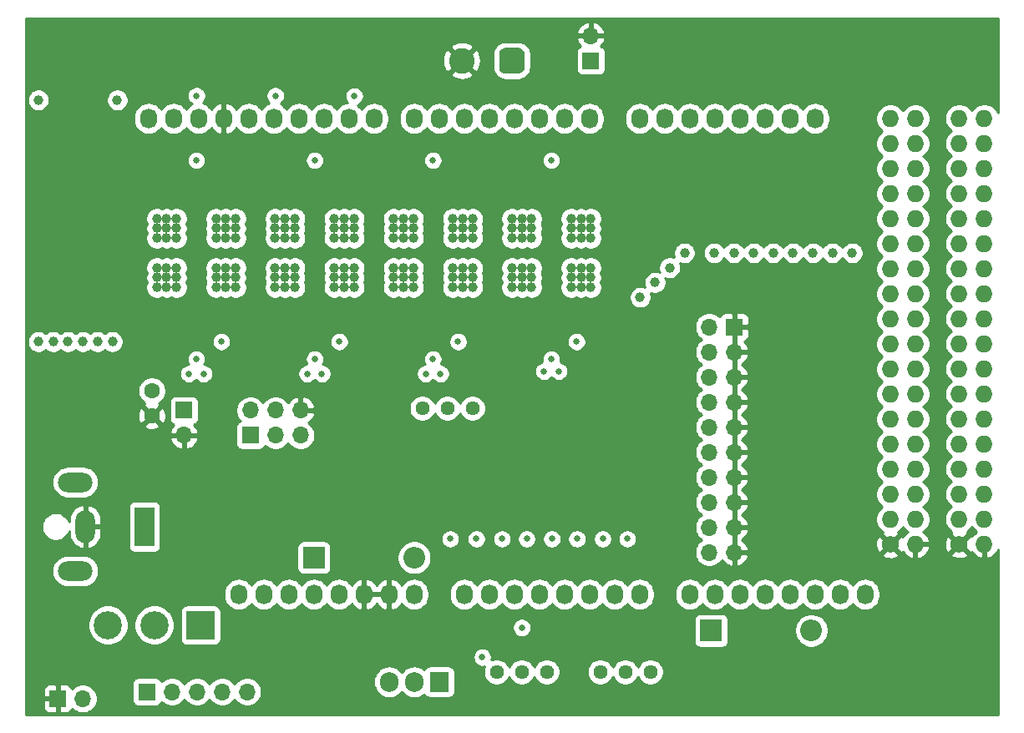
<source format=gbr>
G04 #@! TF.GenerationSoftware,KiCad,Pcbnew,(5.1.5)-3*
G04 #@! TF.CreationDate,2020-08-08T04:04:00-04:00*
G04 #@! TF.ProjectId,LT3081-ARDUINO-HEADERS,4c543330-3831-42d4-9152-4455494e4f2d,rev?*
G04 #@! TF.SameCoordinates,Original*
G04 #@! TF.FileFunction,Copper,L2,Inr*
G04 #@! TF.FilePolarity,Positive*
%FSLAX46Y46*%
G04 Gerber Fmt 4.6, Leading zero omitted, Abs format (unit mm)*
G04 Created by KiCad (PCBNEW (5.1.5)-3) date 2020-08-08 04:04:00*
%MOMM*%
%LPD*%
G04 APERTURE LIST*
%ADD10O,1.727200X1.727200*%
%ADD11C,1.727200*%
%ADD12O,1.700000X1.700000*%
%ADD13R,1.700000X1.700000*%
%ADD14O,1.905000X2.000000*%
%ADD15R,1.905000X2.000000*%
%ADD16C,2.600000*%
%ADD17C,0.100000*%
%ADD18C,2.850000*%
%ADD19R,2.850000X2.850000*%
%ADD20C,1.440000*%
%ADD21O,3.500000X2.000000*%
%ADD22O,2.000000X3.300000*%
%ADD23R,2.000000X4.000000*%
%ADD24O,2.200000X2.200000*%
%ADD25R,2.200000X2.200000*%
%ADD26C,1.600000*%
%ADD27O,1.727200X2.032000*%
%ADD28C,0.650000*%
%ADD29C,1.000000*%
%ADD30C,0.254000*%
G04 APERTURE END LIST*
D10*
X206890000Y-70850000D03*
X204350000Y-70850000D03*
X206890000Y-73390000D03*
X204350000Y-73390000D03*
X206890000Y-75930000D03*
X204350000Y-75930000D03*
X206890000Y-78470000D03*
X204350000Y-78470000D03*
X206890000Y-81010000D03*
X204350000Y-81010000D03*
X206890000Y-83550000D03*
X204350000Y-83550000D03*
X206890000Y-86090000D03*
X204350000Y-86090000D03*
X206890000Y-88630000D03*
X204350000Y-88630000D03*
X206890000Y-91170000D03*
X204350000Y-91170000D03*
X206890000Y-93710000D03*
X204350000Y-93710000D03*
X206890000Y-96250000D03*
X204350000Y-96250000D03*
X206890000Y-98790000D03*
X204350000Y-98790000D03*
X206890000Y-101330000D03*
X204350000Y-101330000D03*
X206890000Y-103870000D03*
X204350000Y-103870000D03*
X206890000Y-106410000D03*
X204350000Y-106410000D03*
X206890000Y-108950000D03*
X204350000Y-108950000D03*
X206890000Y-111490000D03*
X204350000Y-111490000D03*
X206890000Y-114030000D03*
D11*
X204350000Y-114030000D03*
D12*
X179000000Y-114860000D03*
X181540000Y-114860000D03*
X179000000Y-112320000D03*
X181540000Y-112320000D03*
X179000000Y-109780000D03*
X181540000Y-109780000D03*
X179000000Y-107240000D03*
X181540000Y-107240000D03*
X179000000Y-104700000D03*
X181540000Y-104700000D03*
X179000000Y-102160000D03*
X181540000Y-102160000D03*
X179000000Y-99620000D03*
X181540000Y-99620000D03*
X179000000Y-97080000D03*
X181540000Y-97080000D03*
X179000000Y-94540000D03*
X181540000Y-94540000D03*
X179000000Y-92000000D03*
D13*
X181540000Y-92000000D03*
D14*
X146560000Y-128000000D03*
X149100000Y-128000000D03*
D15*
X151640000Y-128000000D03*
D16*
X153920000Y-65000000D03*
G04 #@! TA.AperFunction,ViaPad*
D17*
G36*
X159713711Y-63703130D02*
G01*
X159776809Y-63712490D01*
X159838685Y-63727989D01*
X159898744Y-63749478D01*
X159956408Y-63776751D01*
X160011121Y-63809545D01*
X160062356Y-63847543D01*
X160109619Y-63890381D01*
X160152457Y-63937644D01*
X160190455Y-63988879D01*
X160223249Y-64043592D01*
X160250522Y-64101256D01*
X160272011Y-64161315D01*
X160287510Y-64223191D01*
X160296870Y-64286289D01*
X160300000Y-64350000D01*
X160300000Y-65650000D01*
X160296870Y-65713711D01*
X160287510Y-65776809D01*
X160272011Y-65838685D01*
X160250522Y-65898744D01*
X160223249Y-65956408D01*
X160190455Y-66011121D01*
X160152457Y-66062356D01*
X160109619Y-66109619D01*
X160062356Y-66152457D01*
X160011121Y-66190455D01*
X159956408Y-66223249D01*
X159898744Y-66250522D01*
X159838685Y-66272011D01*
X159776809Y-66287510D01*
X159713711Y-66296870D01*
X159650000Y-66300000D01*
X158350000Y-66300000D01*
X158286289Y-66296870D01*
X158223191Y-66287510D01*
X158161315Y-66272011D01*
X158101256Y-66250522D01*
X158043592Y-66223249D01*
X157988879Y-66190455D01*
X157937644Y-66152457D01*
X157890381Y-66109619D01*
X157847543Y-66062356D01*
X157809545Y-66011121D01*
X157776751Y-65956408D01*
X157749478Y-65898744D01*
X157727989Y-65838685D01*
X157712490Y-65776809D01*
X157703130Y-65713711D01*
X157700000Y-65650000D01*
X157700000Y-64350000D01*
X157703130Y-64286289D01*
X157712490Y-64223191D01*
X157727989Y-64161315D01*
X157749478Y-64101256D01*
X157776751Y-64043592D01*
X157809545Y-63988879D01*
X157847543Y-63937644D01*
X157890381Y-63890381D01*
X157937644Y-63847543D01*
X157988879Y-63809545D01*
X158043592Y-63776751D01*
X158101256Y-63749478D01*
X158161315Y-63727989D01*
X158223191Y-63712490D01*
X158286289Y-63703130D01*
X158350000Y-63700000D01*
X159650000Y-63700000D01*
X159713711Y-63703130D01*
G37*
G04 #@! TD.AperFunction*
D18*
X118050000Y-122250000D03*
X122750000Y-122250000D03*
D19*
X127450000Y-122250000D03*
D20*
X149920000Y-100250000D03*
X152460000Y-100250000D03*
X155000000Y-100250000D03*
X157460000Y-127000000D03*
X160000000Y-127000000D03*
X162540000Y-127000000D03*
X167960000Y-127000000D03*
X170500000Y-127000000D03*
X173040000Y-127000000D03*
D12*
X167000000Y-62460000D03*
D13*
X167000000Y-65000000D03*
D12*
X137580000Y-100460000D03*
X137580000Y-103000000D03*
X135040000Y-100460000D03*
X135040000Y-103000000D03*
X132500000Y-100460000D03*
D13*
X132500000Y-103000000D03*
D12*
X125750000Y-103000000D03*
D13*
X125750000Y-100460000D03*
D12*
X115500000Y-129710000D03*
D13*
X112960000Y-129710000D03*
D12*
X132160000Y-129000000D03*
X129620000Y-129000000D03*
X127080000Y-129000000D03*
X124540000Y-129000000D03*
D13*
X122000000Y-129000000D03*
D21*
X114750000Y-116750000D03*
X114750000Y-107750000D03*
D22*
X115750000Y-112250000D03*
D23*
X121750000Y-112250000D03*
D24*
X189360000Y-122800000D03*
D25*
X179200000Y-122800000D03*
D24*
X149100000Y-115400000D03*
D25*
X138940000Y-115400000D03*
D26*
X122500000Y-101000000D03*
X122500000Y-98500000D03*
D11*
X197358000Y-114046000D03*
D10*
X199898000Y-114046000D03*
X197358000Y-111506000D03*
X199898000Y-111506000D03*
X197358000Y-108966000D03*
X199898000Y-108966000D03*
X197358000Y-106426000D03*
X199898000Y-106426000D03*
X197358000Y-103886000D03*
X199898000Y-103886000D03*
X197358000Y-101346000D03*
X199898000Y-101346000D03*
X197358000Y-98806000D03*
X199898000Y-98806000D03*
X197358000Y-96266000D03*
X199898000Y-96266000D03*
X197358000Y-93726000D03*
X199898000Y-93726000D03*
X197358000Y-91186000D03*
X199898000Y-91186000D03*
X197358000Y-88646000D03*
X199898000Y-88646000D03*
X197358000Y-86106000D03*
X199898000Y-86106000D03*
X197358000Y-83566000D03*
X199898000Y-83566000D03*
X197358000Y-81026000D03*
X199898000Y-81026000D03*
X197358000Y-78486000D03*
X199898000Y-78486000D03*
X197358000Y-75946000D03*
X199898000Y-75946000D03*
X197358000Y-73406000D03*
X199898000Y-73406000D03*
X197358000Y-70866000D03*
X199898000Y-70866000D03*
D27*
X131318000Y-119126000D03*
X133858000Y-119126000D03*
X136398000Y-119126000D03*
X138938000Y-119126000D03*
X141478000Y-119126000D03*
X144018000Y-119126000D03*
X146558000Y-119126000D03*
X149098000Y-119126000D03*
X154178000Y-119126000D03*
X156718000Y-119126000D03*
X159258000Y-119126000D03*
X161798000Y-119126000D03*
X164338000Y-119126000D03*
X166878000Y-119126000D03*
X169418000Y-119126000D03*
X171958000Y-119126000D03*
X177038000Y-119126000D03*
X179578000Y-119126000D03*
X182118000Y-119126000D03*
X184658000Y-119126000D03*
X187198000Y-119126000D03*
X189738000Y-119126000D03*
X192278000Y-119126000D03*
X194818000Y-119126000D03*
X122174000Y-70866000D03*
X124714000Y-70866000D03*
X127254000Y-70866000D03*
X129794000Y-70866000D03*
X132334000Y-70866000D03*
X134874000Y-70866000D03*
X137414000Y-70866000D03*
X139954000Y-70866000D03*
X142494000Y-70866000D03*
X145034000Y-70866000D03*
X149098000Y-70866000D03*
X151638000Y-70866000D03*
X154178000Y-70866000D03*
X156718000Y-70866000D03*
X159258000Y-70866000D03*
X161798000Y-70866000D03*
X164338000Y-70866000D03*
X166878000Y-70866000D03*
X171958000Y-70866000D03*
X174498000Y-70866000D03*
X177038000Y-70866000D03*
X179578000Y-70866000D03*
X182118000Y-70866000D03*
X184658000Y-70866000D03*
X187198000Y-70866000D03*
X189738000Y-70866000D03*
D28*
X112250000Y-119250000D03*
X141100000Y-61700000D03*
X163000000Y-62000000D03*
X133150000Y-61750000D03*
X125100000Y-61750000D03*
X117100000Y-61800000D03*
X112900000Y-61750000D03*
X185500000Y-129000000D03*
X171950000Y-112575000D03*
X169425000Y-112575000D03*
X143175000Y-123550000D03*
X166900000Y-112575000D03*
X164350000Y-112575000D03*
X161800000Y-112575000D03*
X159250000Y-112575000D03*
X156700000Y-112575000D03*
X154175000Y-112575000D03*
X165500000Y-103000000D03*
X140000000Y-130350000D03*
X160250000Y-99000000D03*
X164800000Y-122500000D03*
X177000000Y-128300000D03*
X144450000Y-103400000D03*
X140750000Y-101750000D03*
D29*
X113500000Y-65500000D03*
X121500000Y-65500000D03*
X129500000Y-65500000D03*
X137500000Y-65500000D03*
X145500000Y-65500000D03*
D28*
X129550000Y-93500000D03*
X141500000Y-93500000D03*
X153550000Y-93500000D03*
X165550000Y-93500000D03*
D29*
X111000000Y-93500000D03*
X112500000Y-93500000D03*
X114000000Y-93500000D03*
X115500000Y-93500000D03*
X117000000Y-93500000D03*
X118500000Y-93500000D03*
X193500000Y-84500000D03*
X191500000Y-84500000D03*
X189500000Y-84500000D03*
X187500000Y-84500000D03*
X185500000Y-84500000D03*
X183500000Y-84500000D03*
X181500000Y-84500000D03*
X179500000Y-84500000D03*
X176500000Y-84500000D03*
X175000000Y-86000000D03*
X173500000Y-87500000D03*
X172000000Y-89000000D03*
D28*
X163000000Y-95250000D03*
X151000000Y-95250000D03*
X139000000Y-95250000D03*
X127000000Y-95250000D03*
X163000000Y-75100000D03*
X151000000Y-75100000D03*
X139000000Y-75100000D03*
X127000000Y-75100000D03*
D29*
X111000000Y-69000000D03*
X119000000Y-69000000D03*
D28*
X127025000Y-68550000D03*
X135025000Y-68550000D03*
X143025000Y-68575000D03*
X170700000Y-113500000D03*
X163750000Y-96500000D03*
X162250000Y-96500000D03*
X168200000Y-113500000D03*
X151750000Y-96750000D03*
X165600000Y-113500000D03*
X150250000Y-96750000D03*
X163050000Y-113500000D03*
X139750000Y-96750000D03*
X160500000Y-113500000D03*
X138250000Y-96750000D03*
X158000000Y-113500000D03*
X127750000Y-96750000D03*
X155400000Y-113500000D03*
X126250000Y-96750000D03*
X152750000Y-113500000D03*
X156000006Y-125500000D03*
X160000000Y-122500000D03*
D29*
X167000000Y-88000000D03*
X166000000Y-88000000D03*
X165000000Y-88000000D03*
X165000000Y-87000000D03*
X167000000Y-87000000D03*
X166000000Y-87000000D03*
X167000000Y-86000000D03*
X166000000Y-86000000D03*
X165000000Y-86000000D03*
X167000000Y-83000000D03*
X166000000Y-83000000D03*
X165000000Y-83000000D03*
X165000000Y-82000000D03*
X166000000Y-82000000D03*
X167000000Y-82000000D03*
X165000000Y-81000000D03*
X166000000Y-81000000D03*
X167000000Y-81000000D03*
X161000000Y-88000000D03*
X160000000Y-88000000D03*
X159000000Y-88000000D03*
X161000000Y-87000000D03*
X160000000Y-87000000D03*
X159000000Y-87000000D03*
X161000000Y-86000000D03*
X160000000Y-86000000D03*
X159000000Y-86000000D03*
X161000000Y-83000000D03*
X160000000Y-83000000D03*
X159000000Y-83000000D03*
X161000000Y-82000000D03*
X160000000Y-82000000D03*
X159000000Y-82000000D03*
X161000000Y-81000000D03*
X160000000Y-81000000D03*
X159000000Y-81000000D03*
X153000000Y-88000000D03*
X154000000Y-88000000D03*
X155000000Y-88000000D03*
X153000000Y-87000000D03*
X154000000Y-87000000D03*
X155000000Y-87000000D03*
X153000000Y-86000000D03*
X154000000Y-86000000D03*
X155000000Y-86000000D03*
X153000000Y-83000000D03*
X154000000Y-83000000D03*
X155000000Y-83000000D03*
X153000000Y-82000000D03*
X154000000Y-82000000D03*
X155000000Y-82000000D03*
X153000000Y-81000000D03*
X154000000Y-81000000D03*
X155000000Y-81000000D03*
X149000000Y-88000000D03*
X148000000Y-88000000D03*
X147000000Y-88000000D03*
X149000000Y-87000000D03*
X148000000Y-87000000D03*
X147000000Y-87000000D03*
X149000000Y-86000000D03*
X148000000Y-86000000D03*
X147000000Y-86000000D03*
X149000000Y-83000000D03*
X148000000Y-83000000D03*
X147000000Y-83000000D03*
X149000000Y-82000000D03*
X148000000Y-82000000D03*
X147000000Y-82000000D03*
X149000000Y-81000000D03*
X148000000Y-81000000D03*
X147000000Y-81000000D03*
X142000000Y-88000000D03*
X143000000Y-88000000D03*
X141000000Y-88000000D03*
X143000000Y-87000000D03*
X142000000Y-87000000D03*
X141000000Y-87000000D03*
X143000000Y-86000000D03*
X142000000Y-86000000D03*
X141000000Y-86000000D03*
X137000000Y-88000000D03*
X136000000Y-88000000D03*
X135000000Y-88000000D03*
X137000000Y-87000000D03*
X136000000Y-87000000D03*
X135000000Y-87000000D03*
X137000000Y-86000000D03*
X136000000Y-86000000D03*
X135000000Y-86000000D03*
X143000000Y-83000000D03*
X142000000Y-83000000D03*
X141000000Y-83000000D03*
X141000000Y-82000000D03*
X142000000Y-82000000D03*
X143000000Y-82000000D03*
X143000000Y-81000000D03*
X142000000Y-81000000D03*
X141000000Y-81000000D03*
X137000000Y-82000000D03*
X137000000Y-83000000D03*
X136000000Y-83000000D03*
X136000000Y-82000000D03*
X135000000Y-82000000D03*
X135000000Y-83000000D03*
X137000000Y-81000000D03*
X136000000Y-81000000D03*
X135000000Y-81000000D03*
X131000000Y-88000000D03*
X131000000Y-87000000D03*
X131000000Y-86000000D03*
X130000000Y-86000000D03*
X130000000Y-87000000D03*
X130000000Y-88000000D03*
X129000000Y-88000000D03*
X129000000Y-87000000D03*
X129000000Y-86000000D03*
X125000000Y-86000000D03*
X125000000Y-87000000D03*
X125000000Y-88000000D03*
X124000000Y-86000000D03*
X124000000Y-87000000D03*
X124000000Y-88000000D03*
X123000000Y-86000000D03*
X123000000Y-87000000D03*
X123000000Y-88000000D03*
X131000000Y-83000000D03*
X130000000Y-83000000D03*
X129000000Y-83000000D03*
X131000000Y-82000000D03*
X130000000Y-82000000D03*
X129000000Y-82000000D03*
X131000000Y-81000000D03*
X130000000Y-81000000D03*
X129000000Y-81000000D03*
X125000000Y-83000000D03*
X124000000Y-83000000D03*
X123000000Y-83000000D03*
X125000000Y-82000000D03*
X124000000Y-82000000D03*
X123000000Y-82000000D03*
X125000000Y-81000000D03*
X124000000Y-81000000D03*
X123000000Y-81000000D03*
D30*
G36*
X208290000Y-70313869D02*
G01*
X208218042Y-70140147D01*
X208054039Y-69894698D01*
X207845302Y-69685961D01*
X207599853Y-69521958D01*
X207327125Y-69408990D01*
X207037599Y-69351400D01*
X206742401Y-69351400D01*
X206452875Y-69408990D01*
X206180147Y-69521958D01*
X205934698Y-69685961D01*
X205725961Y-69894698D01*
X205620000Y-70053281D01*
X205514039Y-69894698D01*
X205305302Y-69685961D01*
X205059853Y-69521958D01*
X204787125Y-69408990D01*
X204497599Y-69351400D01*
X204202401Y-69351400D01*
X203912875Y-69408990D01*
X203640147Y-69521958D01*
X203394698Y-69685961D01*
X203185961Y-69894698D01*
X203021958Y-70140147D01*
X202908990Y-70412875D01*
X202851400Y-70702401D01*
X202851400Y-70997599D01*
X202908990Y-71287125D01*
X203021958Y-71559853D01*
X203185961Y-71805302D01*
X203394698Y-72014039D01*
X203553281Y-72120000D01*
X203394698Y-72225961D01*
X203185961Y-72434698D01*
X203021958Y-72680147D01*
X202908990Y-72952875D01*
X202851400Y-73242401D01*
X202851400Y-73537599D01*
X202908990Y-73827125D01*
X203021958Y-74099853D01*
X203185961Y-74345302D01*
X203394698Y-74554039D01*
X203553281Y-74660000D01*
X203394698Y-74765961D01*
X203185961Y-74974698D01*
X203021958Y-75220147D01*
X202908990Y-75492875D01*
X202851400Y-75782401D01*
X202851400Y-76077599D01*
X202908990Y-76367125D01*
X203021958Y-76639853D01*
X203185961Y-76885302D01*
X203394698Y-77094039D01*
X203553281Y-77200000D01*
X203394698Y-77305961D01*
X203185961Y-77514698D01*
X203021958Y-77760147D01*
X202908990Y-78032875D01*
X202851400Y-78322401D01*
X202851400Y-78617599D01*
X202908990Y-78907125D01*
X203021958Y-79179853D01*
X203185961Y-79425302D01*
X203394698Y-79634039D01*
X203553281Y-79740000D01*
X203394698Y-79845961D01*
X203185961Y-80054698D01*
X203021958Y-80300147D01*
X202908990Y-80572875D01*
X202851400Y-80862401D01*
X202851400Y-81157599D01*
X202908990Y-81447125D01*
X203021958Y-81719853D01*
X203185961Y-81965302D01*
X203394698Y-82174039D01*
X203553281Y-82280000D01*
X203394698Y-82385961D01*
X203185961Y-82594698D01*
X203021958Y-82840147D01*
X202908990Y-83112875D01*
X202851400Y-83402401D01*
X202851400Y-83697599D01*
X202908990Y-83987125D01*
X203021958Y-84259853D01*
X203185961Y-84505302D01*
X203394698Y-84714039D01*
X203553281Y-84820000D01*
X203394698Y-84925961D01*
X203185961Y-85134698D01*
X203021958Y-85380147D01*
X202908990Y-85652875D01*
X202851400Y-85942401D01*
X202851400Y-86237599D01*
X202908990Y-86527125D01*
X203021958Y-86799853D01*
X203185961Y-87045302D01*
X203394698Y-87254039D01*
X203553281Y-87360000D01*
X203394698Y-87465961D01*
X203185961Y-87674698D01*
X203021958Y-87920147D01*
X202908990Y-88192875D01*
X202851400Y-88482401D01*
X202851400Y-88777599D01*
X202908990Y-89067125D01*
X203021958Y-89339853D01*
X203185961Y-89585302D01*
X203394698Y-89794039D01*
X203553281Y-89900000D01*
X203394698Y-90005961D01*
X203185961Y-90214698D01*
X203021958Y-90460147D01*
X202908990Y-90732875D01*
X202851400Y-91022401D01*
X202851400Y-91317599D01*
X202908990Y-91607125D01*
X203021958Y-91879853D01*
X203185961Y-92125302D01*
X203394698Y-92334039D01*
X203553281Y-92440000D01*
X203394698Y-92545961D01*
X203185961Y-92754698D01*
X203021958Y-93000147D01*
X202908990Y-93272875D01*
X202851400Y-93562401D01*
X202851400Y-93857599D01*
X202908990Y-94147125D01*
X203021958Y-94419853D01*
X203185961Y-94665302D01*
X203394698Y-94874039D01*
X203553281Y-94980000D01*
X203394698Y-95085961D01*
X203185961Y-95294698D01*
X203021958Y-95540147D01*
X202908990Y-95812875D01*
X202851400Y-96102401D01*
X202851400Y-96397599D01*
X202908990Y-96687125D01*
X203021958Y-96959853D01*
X203185961Y-97205302D01*
X203394698Y-97414039D01*
X203553281Y-97520000D01*
X203394698Y-97625961D01*
X203185961Y-97834698D01*
X203021958Y-98080147D01*
X202908990Y-98352875D01*
X202851400Y-98642401D01*
X202851400Y-98937599D01*
X202908990Y-99227125D01*
X203021958Y-99499853D01*
X203185961Y-99745302D01*
X203394698Y-99954039D01*
X203553281Y-100060000D01*
X203394698Y-100165961D01*
X203185961Y-100374698D01*
X203021958Y-100620147D01*
X202908990Y-100892875D01*
X202851400Y-101182401D01*
X202851400Y-101477599D01*
X202908990Y-101767125D01*
X203021958Y-102039853D01*
X203185961Y-102285302D01*
X203394698Y-102494039D01*
X203553281Y-102600000D01*
X203394698Y-102705961D01*
X203185961Y-102914698D01*
X203021958Y-103160147D01*
X202908990Y-103432875D01*
X202851400Y-103722401D01*
X202851400Y-104017599D01*
X202908990Y-104307125D01*
X203021958Y-104579853D01*
X203185961Y-104825302D01*
X203394698Y-105034039D01*
X203553281Y-105140000D01*
X203394698Y-105245961D01*
X203185961Y-105454698D01*
X203021958Y-105700147D01*
X202908990Y-105972875D01*
X202851400Y-106262401D01*
X202851400Y-106557599D01*
X202908990Y-106847125D01*
X203021958Y-107119853D01*
X203185961Y-107365302D01*
X203394698Y-107574039D01*
X203553281Y-107680000D01*
X203394698Y-107785961D01*
X203185961Y-107994698D01*
X203021958Y-108240147D01*
X202908990Y-108512875D01*
X202851400Y-108802401D01*
X202851400Y-109097599D01*
X202908990Y-109387125D01*
X203021958Y-109659853D01*
X203185961Y-109905302D01*
X203394698Y-110114039D01*
X203553281Y-110220000D01*
X203394698Y-110325961D01*
X203185961Y-110534698D01*
X203021958Y-110780147D01*
X202908990Y-111052875D01*
X202851400Y-111342401D01*
X202851400Y-111637599D01*
X202908990Y-111927125D01*
X203021958Y-112199853D01*
X203185961Y-112445302D01*
X203394698Y-112654039D01*
X203562875Y-112766411D01*
X203491501Y-112991896D01*
X204350000Y-113850395D01*
X205208499Y-112991896D01*
X205137125Y-112766411D01*
X205305302Y-112654039D01*
X205514039Y-112445302D01*
X205620000Y-112286719D01*
X205725961Y-112445302D01*
X205934698Y-112654039D01*
X206095813Y-112761692D01*
X205879707Y-112923146D01*
X205683183Y-113141512D01*
X205621434Y-113245359D01*
X205388104Y-113171501D01*
X204529605Y-114030000D01*
X205388104Y-114888499D01*
X205621434Y-114814641D01*
X205683183Y-114918488D01*
X205879707Y-115136854D01*
X206115056Y-115312684D01*
X206380186Y-115439222D01*
X206530974Y-115484958D01*
X206763000Y-115363817D01*
X206763000Y-114157000D01*
X206743000Y-114157000D01*
X206743000Y-113903000D01*
X206763000Y-113903000D01*
X206763000Y-113883000D01*
X207017000Y-113883000D01*
X207017000Y-113903000D01*
X207037000Y-113903000D01*
X207037000Y-114157000D01*
X207017000Y-114157000D01*
X207017000Y-115363817D01*
X207249026Y-115484958D01*
X207399814Y-115439222D01*
X207664944Y-115312684D01*
X207900293Y-115136854D01*
X208096817Y-114918488D01*
X208246964Y-114665978D01*
X208290001Y-114544354D01*
X208290001Y-131290000D01*
X109710000Y-131290000D01*
X109710000Y-130560000D01*
X111471928Y-130560000D01*
X111484188Y-130684482D01*
X111520498Y-130804180D01*
X111579463Y-130914494D01*
X111658815Y-131011185D01*
X111755506Y-131090537D01*
X111865820Y-131149502D01*
X111985518Y-131185812D01*
X112110000Y-131198072D01*
X112674250Y-131195000D01*
X112833000Y-131036250D01*
X112833000Y-129837000D01*
X111633750Y-129837000D01*
X111475000Y-129995750D01*
X111471928Y-130560000D01*
X109710000Y-130560000D01*
X109710000Y-128860000D01*
X111471928Y-128860000D01*
X111475000Y-129424250D01*
X111633750Y-129583000D01*
X112833000Y-129583000D01*
X112833000Y-128383750D01*
X113087000Y-128383750D01*
X113087000Y-129583000D01*
X113107000Y-129583000D01*
X113107000Y-129837000D01*
X113087000Y-129837000D01*
X113087000Y-131036250D01*
X113245750Y-131195000D01*
X113810000Y-131198072D01*
X113934482Y-131185812D01*
X114054180Y-131149502D01*
X114164494Y-131090537D01*
X114261185Y-131011185D01*
X114340537Y-130914494D01*
X114399502Y-130804180D01*
X114421513Y-130731620D01*
X114553368Y-130863475D01*
X114796589Y-131025990D01*
X115066842Y-131137932D01*
X115353740Y-131195000D01*
X115646260Y-131195000D01*
X115933158Y-131137932D01*
X116203411Y-131025990D01*
X116446632Y-130863475D01*
X116653475Y-130656632D01*
X116815990Y-130413411D01*
X116927932Y-130143158D01*
X116985000Y-129856260D01*
X116985000Y-129563740D01*
X116927932Y-129276842D01*
X116815990Y-129006589D01*
X116653475Y-128763368D01*
X116446632Y-128556525D01*
X116203411Y-128394010D01*
X115933158Y-128282068D01*
X115646260Y-128225000D01*
X115353740Y-128225000D01*
X115066842Y-128282068D01*
X114796589Y-128394010D01*
X114553368Y-128556525D01*
X114421513Y-128688380D01*
X114399502Y-128615820D01*
X114340537Y-128505506D01*
X114261185Y-128408815D01*
X114164494Y-128329463D01*
X114054180Y-128270498D01*
X113934482Y-128234188D01*
X113810000Y-128221928D01*
X113245750Y-128225000D01*
X113087000Y-128383750D01*
X112833000Y-128383750D01*
X112674250Y-128225000D01*
X112110000Y-128221928D01*
X111985518Y-128234188D01*
X111865820Y-128270498D01*
X111755506Y-128329463D01*
X111658815Y-128408815D01*
X111579463Y-128505506D01*
X111520498Y-128615820D01*
X111484188Y-128735518D01*
X111471928Y-128860000D01*
X109710000Y-128860000D01*
X109710000Y-128150000D01*
X120511928Y-128150000D01*
X120511928Y-129850000D01*
X120524188Y-129974482D01*
X120560498Y-130094180D01*
X120619463Y-130204494D01*
X120698815Y-130301185D01*
X120795506Y-130380537D01*
X120905820Y-130439502D01*
X121025518Y-130475812D01*
X121150000Y-130488072D01*
X122850000Y-130488072D01*
X122974482Y-130475812D01*
X123094180Y-130439502D01*
X123204494Y-130380537D01*
X123301185Y-130301185D01*
X123380537Y-130204494D01*
X123439502Y-130094180D01*
X123461513Y-130021620D01*
X123593368Y-130153475D01*
X123836589Y-130315990D01*
X124106842Y-130427932D01*
X124393740Y-130485000D01*
X124686260Y-130485000D01*
X124973158Y-130427932D01*
X125243411Y-130315990D01*
X125486632Y-130153475D01*
X125693475Y-129946632D01*
X125810000Y-129772240D01*
X125926525Y-129946632D01*
X126133368Y-130153475D01*
X126376589Y-130315990D01*
X126646842Y-130427932D01*
X126933740Y-130485000D01*
X127226260Y-130485000D01*
X127513158Y-130427932D01*
X127783411Y-130315990D01*
X128026632Y-130153475D01*
X128233475Y-129946632D01*
X128350000Y-129772240D01*
X128466525Y-129946632D01*
X128673368Y-130153475D01*
X128916589Y-130315990D01*
X129186842Y-130427932D01*
X129473740Y-130485000D01*
X129766260Y-130485000D01*
X130053158Y-130427932D01*
X130323411Y-130315990D01*
X130566632Y-130153475D01*
X130773475Y-129946632D01*
X130890000Y-129772240D01*
X131006525Y-129946632D01*
X131213368Y-130153475D01*
X131456589Y-130315990D01*
X131726842Y-130427932D01*
X132013740Y-130485000D01*
X132306260Y-130485000D01*
X132593158Y-130427932D01*
X132863411Y-130315990D01*
X133106632Y-130153475D01*
X133313475Y-129946632D01*
X133475990Y-129703411D01*
X133587932Y-129433158D01*
X133645000Y-129146260D01*
X133645000Y-128853740D01*
X133587932Y-128566842D01*
X133475990Y-128296589D01*
X133313475Y-128053368D01*
X133134621Y-127874514D01*
X144972500Y-127874514D01*
X144972500Y-128125485D01*
X144995470Y-128358703D01*
X145086245Y-128657948D01*
X145233655Y-128933734D01*
X145432037Y-129175463D01*
X145673765Y-129373845D01*
X145949551Y-129521255D01*
X146248796Y-129612030D01*
X146560000Y-129642681D01*
X146871203Y-129612030D01*
X147170448Y-129521255D01*
X147446234Y-129373845D01*
X147687963Y-129175463D01*
X147830000Y-129002391D01*
X147972037Y-129175463D01*
X148213765Y-129373845D01*
X148489551Y-129521255D01*
X148788796Y-129612030D01*
X149100000Y-129642681D01*
X149411203Y-129612030D01*
X149710448Y-129521255D01*
X149986234Y-129373845D01*
X150112095Y-129270553D01*
X150156963Y-129354494D01*
X150236315Y-129451185D01*
X150333006Y-129530537D01*
X150443320Y-129589502D01*
X150563018Y-129625812D01*
X150687500Y-129638072D01*
X152592500Y-129638072D01*
X152716982Y-129625812D01*
X152836680Y-129589502D01*
X152946994Y-129530537D01*
X153043685Y-129451185D01*
X153123037Y-129354494D01*
X153182002Y-129244180D01*
X153218312Y-129124482D01*
X153230572Y-129000000D01*
X153230572Y-127000000D01*
X153218312Y-126875518D01*
X153182002Y-126755820D01*
X153123037Y-126645506D01*
X153043685Y-126548815D01*
X152946994Y-126469463D01*
X152836680Y-126410498D01*
X152716982Y-126374188D01*
X152592500Y-126361928D01*
X150687500Y-126361928D01*
X150563018Y-126374188D01*
X150443320Y-126410498D01*
X150333006Y-126469463D01*
X150236315Y-126548815D01*
X150156963Y-126645506D01*
X150112095Y-126729446D01*
X149986235Y-126626155D01*
X149710449Y-126478745D01*
X149411204Y-126387970D01*
X149100000Y-126357319D01*
X148788797Y-126387970D01*
X148489552Y-126478745D01*
X148213766Y-126626155D01*
X147972037Y-126824537D01*
X147830000Y-126997609D01*
X147687963Y-126824537D01*
X147446235Y-126626155D01*
X147170449Y-126478745D01*
X146871204Y-126387970D01*
X146560000Y-126357319D01*
X146248797Y-126387970D01*
X145949552Y-126478745D01*
X145673766Y-126626155D01*
X145432037Y-126824537D01*
X145233655Y-127066265D01*
X145086245Y-127342051D01*
X144995470Y-127641296D01*
X144972500Y-127874514D01*
X133134621Y-127874514D01*
X133106632Y-127846525D01*
X132863411Y-127684010D01*
X132593158Y-127572068D01*
X132306260Y-127515000D01*
X132013740Y-127515000D01*
X131726842Y-127572068D01*
X131456589Y-127684010D01*
X131213368Y-127846525D01*
X131006525Y-128053368D01*
X130890000Y-128227760D01*
X130773475Y-128053368D01*
X130566632Y-127846525D01*
X130323411Y-127684010D01*
X130053158Y-127572068D01*
X129766260Y-127515000D01*
X129473740Y-127515000D01*
X129186842Y-127572068D01*
X128916589Y-127684010D01*
X128673368Y-127846525D01*
X128466525Y-128053368D01*
X128350000Y-128227760D01*
X128233475Y-128053368D01*
X128026632Y-127846525D01*
X127783411Y-127684010D01*
X127513158Y-127572068D01*
X127226260Y-127515000D01*
X126933740Y-127515000D01*
X126646842Y-127572068D01*
X126376589Y-127684010D01*
X126133368Y-127846525D01*
X125926525Y-128053368D01*
X125810000Y-128227760D01*
X125693475Y-128053368D01*
X125486632Y-127846525D01*
X125243411Y-127684010D01*
X124973158Y-127572068D01*
X124686260Y-127515000D01*
X124393740Y-127515000D01*
X124106842Y-127572068D01*
X123836589Y-127684010D01*
X123593368Y-127846525D01*
X123461513Y-127978380D01*
X123439502Y-127905820D01*
X123380537Y-127795506D01*
X123301185Y-127698815D01*
X123204494Y-127619463D01*
X123094180Y-127560498D01*
X122974482Y-127524188D01*
X122850000Y-127511928D01*
X121150000Y-127511928D01*
X121025518Y-127524188D01*
X120905820Y-127560498D01*
X120795506Y-127619463D01*
X120698815Y-127698815D01*
X120619463Y-127795506D01*
X120560498Y-127905820D01*
X120524188Y-128025518D01*
X120511928Y-128150000D01*
X109710000Y-128150000D01*
X109710000Y-125405448D01*
X155040006Y-125405448D01*
X155040006Y-125594552D01*
X155076898Y-125780022D01*
X155149265Y-125954731D01*
X155254325Y-126111964D01*
X155388042Y-126245681D01*
X155545275Y-126350741D01*
X155719984Y-126423108D01*
X155905454Y-126460000D01*
X156094558Y-126460000D01*
X156228031Y-126433451D01*
X156157072Y-126604761D01*
X156105000Y-126866544D01*
X156105000Y-127133456D01*
X156157072Y-127395239D01*
X156259215Y-127641833D01*
X156407503Y-127863762D01*
X156596238Y-128052497D01*
X156818167Y-128200785D01*
X157064761Y-128302928D01*
X157326544Y-128355000D01*
X157593456Y-128355000D01*
X157855239Y-128302928D01*
X158101833Y-128200785D01*
X158323762Y-128052497D01*
X158512497Y-127863762D01*
X158660785Y-127641833D01*
X158730000Y-127474734D01*
X158799215Y-127641833D01*
X158947503Y-127863762D01*
X159136238Y-128052497D01*
X159358167Y-128200785D01*
X159604761Y-128302928D01*
X159866544Y-128355000D01*
X160133456Y-128355000D01*
X160395239Y-128302928D01*
X160641833Y-128200785D01*
X160863762Y-128052497D01*
X161052497Y-127863762D01*
X161200785Y-127641833D01*
X161270000Y-127474734D01*
X161339215Y-127641833D01*
X161487503Y-127863762D01*
X161676238Y-128052497D01*
X161898167Y-128200785D01*
X162144761Y-128302928D01*
X162406544Y-128355000D01*
X162673456Y-128355000D01*
X162935239Y-128302928D01*
X163181833Y-128200785D01*
X163403762Y-128052497D01*
X163592497Y-127863762D01*
X163740785Y-127641833D01*
X163842928Y-127395239D01*
X163895000Y-127133456D01*
X163895000Y-126866544D01*
X166605000Y-126866544D01*
X166605000Y-127133456D01*
X166657072Y-127395239D01*
X166759215Y-127641833D01*
X166907503Y-127863762D01*
X167096238Y-128052497D01*
X167318167Y-128200785D01*
X167564761Y-128302928D01*
X167826544Y-128355000D01*
X168093456Y-128355000D01*
X168355239Y-128302928D01*
X168601833Y-128200785D01*
X168823762Y-128052497D01*
X169012497Y-127863762D01*
X169160785Y-127641833D01*
X169230000Y-127474734D01*
X169299215Y-127641833D01*
X169447503Y-127863762D01*
X169636238Y-128052497D01*
X169858167Y-128200785D01*
X170104761Y-128302928D01*
X170366544Y-128355000D01*
X170633456Y-128355000D01*
X170895239Y-128302928D01*
X171141833Y-128200785D01*
X171363762Y-128052497D01*
X171552497Y-127863762D01*
X171700785Y-127641833D01*
X171770000Y-127474734D01*
X171839215Y-127641833D01*
X171987503Y-127863762D01*
X172176238Y-128052497D01*
X172398167Y-128200785D01*
X172644761Y-128302928D01*
X172906544Y-128355000D01*
X173173456Y-128355000D01*
X173435239Y-128302928D01*
X173681833Y-128200785D01*
X173903762Y-128052497D01*
X174092497Y-127863762D01*
X174240785Y-127641833D01*
X174342928Y-127395239D01*
X174395000Y-127133456D01*
X174395000Y-126866544D01*
X174342928Y-126604761D01*
X174240785Y-126358167D01*
X174092497Y-126136238D01*
X173903762Y-125947503D01*
X173681833Y-125799215D01*
X173435239Y-125697072D01*
X173173456Y-125645000D01*
X172906544Y-125645000D01*
X172644761Y-125697072D01*
X172398167Y-125799215D01*
X172176238Y-125947503D01*
X171987503Y-126136238D01*
X171839215Y-126358167D01*
X171770000Y-126525266D01*
X171700785Y-126358167D01*
X171552497Y-126136238D01*
X171363762Y-125947503D01*
X171141833Y-125799215D01*
X170895239Y-125697072D01*
X170633456Y-125645000D01*
X170366544Y-125645000D01*
X170104761Y-125697072D01*
X169858167Y-125799215D01*
X169636238Y-125947503D01*
X169447503Y-126136238D01*
X169299215Y-126358167D01*
X169230000Y-126525266D01*
X169160785Y-126358167D01*
X169012497Y-126136238D01*
X168823762Y-125947503D01*
X168601833Y-125799215D01*
X168355239Y-125697072D01*
X168093456Y-125645000D01*
X167826544Y-125645000D01*
X167564761Y-125697072D01*
X167318167Y-125799215D01*
X167096238Y-125947503D01*
X166907503Y-126136238D01*
X166759215Y-126358167D01*
X166657072Y-126604761D01*
X166605000Y-126866544D01*
X163895000Y-126866544D01*
X163842928Y-126604761D01*
X163740785Y-126358167D01*
X163592497Y-126136238D01*
X163403762Y-125947503D01*
X163181833Y-125799215D01*
X162935239Y-125697072D01*
X162673456Y-125645000D01*
X162406544Y-125645000D01*
X162144761Y-125697072D01*
X161898167Y-125799215D01*
X161676238Y-125947503D01*
X161487503Y-126136238D01*
X161339215Y-126358167D01*
X161270000Y-126525266D01*
X161200785Y-126358167D01*
X161052497Y-126136238D01*
X160863762Y-125947503D01*
X160641833Y-125799215D01*
X160395239Y-125697072D01*
X160133456Y-125645000D01*
X159866544Y-125645000D01*
X159604761Y-125697072D01*
X159358167Y-125799215D01*
X159136238Y-125947503D01*
X158947503Y-126136238D01*
X158799215Y-126358167D01*
X158730000Y-126525266D01*
X158660785Y-126358167D01*
X158512497Y-126136238D01*
X158323762Y-125947503D01*
X158101833Y-125799215D01*
X157855239Y-125697072D01*
X157593456Y-125645000D01*
X157326544Y-125645000D01*
X157064761Y-125697072D01*
X156928377Y-125753564D01*
X156960006Y-125594552D01*
X156960006Y-125405448D01*
X156923114Y-125219978D01*
X156850747Y-125045269D01*
X156745687Y-124888036D01*
X156611970Y-124754319D01*
X156454737Y-124649259D01*
X156280028Y-124576892D01*
X156094558Y-124540000D01*
X155905454Y-124540000D01*
X155719984Y-124576892D01*
X155545275Y-124649259D01*
X155388042Y-124754319D01*
X155254325Y-124888036D01*
X155149265Y-125045269D01*
X155076898Y-125219978D01*
X155040006Y-125405448D01*
X109710000Y-125405448D01*
X109710000Y-122047108D01*
X115990000Y-122047108D01*
X115990000Y-122452892D01*
X116069165Y-122850880D01*
X116224452Y-123225776D01*
X116449894Y-123563173D01*
X116736827Y-123850106D01*
X117074224Y-124075548D01*
X117449120Y-124230835D01*
X117847108Y-124310000D01*
X118252892Y-124310000D01*
X118650880Y-124230835D01*
X119025776Y-124075548D01*
X119363173Y-123850106D01*
X119650106Y-123563173D01*
X119875548Y-123225776D01*
X120030835Y-122850880D01*
X120110000Y-122452892D01*
X120110000Y-122047108D01*
X120690000Y-122047108D01*
X120690000Y-122452892D01*
X120769165Y-122850880D01*
X120924452Y-123225776D01*
X121149894Y-123563173D01*
X121436827Y-123850106D01*
X121774224Y-124075548D01*
X122149120Y-124230835D01*
X122547108Y-124310000D01*
X122952892Y-124310000D01*
X123350880Y-124230835D01*
X123725776Y-124075548D01*
X124063173Y-123850106D01*
X124350106Y-123563173D01*
X124575548Y-123225776D01*
X124730835Y-122850880D01*
X124810000Y-122452892D01*
X124810000Y-122047108D01*
X124730835Y-121649120D01*
X124575548Y-121274224D01*
X124350106Y-120936827D01*
X124238279Y-120825000D01*
X125386928Y-120825000D01*
X125386928Y-123675000D01*
X125399188Y-123799482D01*
X125435498Y-123919180D01*
X125494463Y-124029494D01*
X125573815Y-124126185D01*
X125670506Y-124205537D01*
X125780820Y-124264502D01*
X125900518Y-124300812D01*
X126025000Y-124313072D01*
X128875000Y-124313072D01*
X128999482Y-124300812D01*
X129119180Y-124264502D01*
X129229494Y-124205537D01*
X129326185Y-124126185D01*
X129405537Y-124029494D01*
X129464502Y-123919180D01*
X129500812Y-123799482D01*
X129513072Y-123675000D01*
X129513072Y-122405448D01*
X159040000Y-122405448D01*
X159040000Y-122594552D01*
X159076892Y-122780022D01*
X159149259Y-122954731D01*
X159254319Y-123111964D01*
X159388036Y-123245681D01*
X159545269Y-123350741D01*
X159719978Y-123423108D01*
X159905448Y-123460000D01*
X160094552Y-123460000D01*
X160280022Y-123423108D01*
X160454731Y-123350741D01*
X160611964Y-123245681D01*
X160745681Y-123111964D01*
X160850741Y-122954731D01*
X160923108Y-122780022D01*
X160960000Y-122594552D01*
X160960000Y-122405448D01*
X160923108Y-122219978D01*
X160850741Y-122045269D01*
X160745681Y-121888036D01*
X160611964Y-121754319D01*
X160530671Y-121700000D01*
X177461928Y-121700000D01*
X177461928Y-123900000D01*
X177474188Y-124024482D01*
X177510498Y-124144180D01*
X177569463Y-124254494D01*
X177648815Y-124351185D01*
X177745506Y-124430537D01*
X177855820Y-124489502D01*
X177975518Y-124525812D01*
X178100000Y-124538072D01*
X180300000Y-124538072D01*
X180424482Y-124525812D01*
X180544180Y-124489502D01*
X180654494Y-124430537D01*
X180751185Y-124351185D01*
X180830537Y-124254494D01*
X180889502Y-124144180D01*
X180925812Y-124024482D01*
X180938072Y-123900000D01*
X180938072Y-122629117D01*
X187625000Y-122629117D01*
X187625000Y-122970883D01*
X187691675Y-123306081D01*
X187822463Y-123621831D01*
X188012337Y-123905998D01*
X188254002Y-124147663D01*
X188538169Y-124337537D01*
X188853919Y-124468325D01*
X189189117Y-124535000D01*
X189530883Y-124535000D01*
X189866081Y-124468325D01*
X190181831Y-124337537D01*
X190465998Y-124147663D01*
X190707663Y-123905998D01*
X190897537Y-123621831D01*
X191028325Y-123306081D01*
X191095000Y-122970883D01*
X191095000Y-122629117D01*
X191028325Y-122293919D01*
X190897537Y-121978169D01*
X190707663Y-121694002D01*
X190465998Y-121452337D01*
X190181831Y-121262463D01*
X189866081Y-121131675D01*
X189530883Y-121065000D01*
X189189117Y-121065000D01*
X188853919Y-121131675D01*
X188538169Y-121262463D01*
X188254002Y-121452337D01*
X188012337Y-121694002D01*
X187822463Y-121978169D01*
X187691675Y-122293919D01*
X187625000Y-122629117D01*
X180938072Y-122629117D01*
X180938072Y-121700000D01*
X180925812Y-121575518D01*
X180889502Y-121455820D01*
X180830537Y-121345506D01*
X180751185Y-121248815D01*
X180654494Y-121169463D01*
X180544180Y-121110498D01*
X180424482Y-121074188D01*
X180300000Y-121061928D01*
X178100000Y-121061928D01*
X177975518Y-121074188D01*
X177855820Y-121110498D01*
X177745506Y-121169463D01*
X177648815Y-121248815D01*
X177569463Y-121345506D01*
X177510498Y-121455820D01*
X177474188Y-121575518D01*
X177461928Y-121700000D01*
X160530671Y-121700000D01*
X160454731Y-121649259D01*
X160280022Y-121576892D01*
X160094552Y-121540000D01*
X159905448Y-121540000D01*
X159719978Y-121576892D01*
X159545269Y-121649259D01*
X159388036Y-121754319D01*
X159254319Y-121888036D01*
X159149259Y-122045269D01*
X159076892Y-122219978D01*
X159040000Y-122405448D01*
X129513072Y-122405448D01*
X129513072Y-120825000D01*
X129500812Y-120700518D01*
X129464502Y-120580820D01*
X129405537Y-120470506D01*
X129326185Y-120373815D01*
X129229494Y-120294463D01*
X129119180Y-120235498D01*
X128999482Y-120199188D01*
X128875000Y-120186928D01*
X126025000Y-120186928D01*
X125900518Y-120199188D01*
X125780820Y-120235498D01*
X125670506Y-120294463D01*
X125573815Y-120373815D01*
X125494463Y-120470506D01*
X125435498Y-120580820D01*
X125399188Y-120700518D01*
X125386928Y-120825000D01*
X124238279Y-120825000D01*
X124063173Y-120649894D01*
X123725776Y-120424452D01*
X123350880Y-120269165D01*
X122952892Y-120190000D01*
X122547108Y-120190000D01*
X122149120Y-120269165D01*
X121774224Y-120424452D01*
X121436827Y-120649894D01*
X121149894Y-120936827D01*
X120924452Y-121274224D01*
X120769165Y-121649120D01*
X120690000Y-122047108D01*
X120110000Y-122047108D01*
X120030835Y-121649120D01*
X119875548Y-121274224D01*
X119650106Y-120936827D01*
X119363173Y-120649894D01*
X119025776Y-120424452D01*
X118650880Y-120269165D01*
X118252892Y-120190000D01*
X117847108Y-120190000D01*
X117449120Y-120269165D01*
X117074224Y-120424452D01*
X116736827Y-120649894D01*
X116449894Y-120936827D01*
X116224452Y-121274224D01*
X116069165Y-121649120D01*
X115990000Y-122047108D01*
X109710000Y-122047108D01*
X109710000Y-118899982D01*
X129819400Y-118899982D01*
X129819400Y-119352019D01*
X129841084Y-119572177D01*
X129926775Y-119854664D01*
X130065931Y-120115006D01*
X130253203Y-120343197D01*
X130481395Y-120530469D01*
X130741737Y-120669625D01*
X131024224Y-120755316D01*
X131318000Y-120784251D01*
X131611777Y-120755316D01*
X131894264Y-120669625D01*
X132154606Y-120530469D01*
X132382797Y-120343197D01*
X132570069Y-120115006D01*
X132588000Y-120081459D01*
X132605931Y-120115006D01*
X132793203Y-120343197D01*
X133021395Y-120530469D01*
X133281737Y-120669625D01*
X133564224Y-120755316D01*
X133858000Y-120784251D01*
X134151777Y-120755316D01*
X134434264Y-120669625D01*
X134694606Y-120530469D01*
X134922797Y-120343197D01*
X135110069Y-120115006D01*
X135128000Y-120081459D01*
X135145931Y-120115006D01*
X135333203Y-120343197D01*
X135561395Y-120530469D01*
X135821737Y-120669625D01*
X136104224Y-120755316D01*
X136398000Y-120784251D01*
X136691777Y-120755316D01*
X136974264Y-120669625D01*
X137234606Y-120530469D01*
X137462797Y-120343197D01*
X137650069Y-120115006D01*
X137668000Y-120081459D01*
X137685931Y-120115006D01*
X137873203Y-120343197D01*
X138101395Y-120530469D01*
X138361737Y-120669625D01*
X138644224Y-120755316D01*
X138938000Y-120784251D01*
X139231777Y-120755316D01*
X139514264Y-120669625D01*
X139774606Y-120530469D01*
X140002797Y-120343197D01*
X140190069Y-120115006D01*
X140208000Y-120081459D01*
X140225931Y-120115006D01*
X140413203Y-120343197D01*
X140641395Y-120530469D01*
X140901737Y-120669625D01*
X141184224Y-120755316D01*
X141478000Y-120784251D01*
X141771777Y-120755316D01*
X142054264Y-120669625D01*
X142314606Y-120530469D01*
X142542797Y-120343197D01*
X142730069Y-120115006D01*
X142751424Y-120075053D01*
X142899514Y-120277729D01*
X143115965Y-120476733D01*
X143367081Y-120629686D01*
X143643211Y-120730709D01*
X143658974Y-120733358D01*
X143891000Y-120612217D01*
X143891000Y-119253000D01*
X144145000Y-119253000D01*
X144145000Y-120612217D01*
X144377026Y-120733358D01*
X144392789Y-120730709D01*
X144668919Y-120629686D01*
X144920035Y-120476733D01*
X145136486Y-120277729D01*
X145288000Y-120070367D01*
X145439514Y-120277729D01*
X145655965Y-120476733D01*
X145907081Y-120629686D01*
X146183211Y-120730709D01*
X146198974Y-120733358D01*
X146431000Y-120612217D01*
X146431000Y-119253000D01*
X144145000Y-119253000D01*
X143891000Y-119253000D01*
X143871000Y-119253000D01*
X143871000Y-118999000D01*
X143891000Y-118999000D01*
X143891000Y-117639783D01*
X144145000Y-117639783D01*
X144145000Y-118999000D01*
X146431000Y-118999000D01*
X146431000Y-117639783D01*
X146685000Y-117639783D01*
X146685000Y-118999000D01*
X146705000Y-118999000D01*
X146705000Y-119253000D01*
X146685000Y-119253000D01*
X146685000Y-120612217D01*
X146917026Y-120733358D01*
X146932789Y-120730709D01*
X147208919Y-120629686D01*
X147460035Y-120476733D01*
X147676486Y-120277729D01*
X147824576Y-120075053D01*
X147845931Y-120115006D01*
X148033203Y-120343197D01*
X148261395Y-120530469D01*
X148521737Y-120669625D01*
X148804224Y-120755316D01*
X149098000Y-120784251D01*
X149391777Y-120755316D01*
X149674264Y-120669625D01*
X149934606Y-120530469D01*
X150162797Y-120343197D01*
X150350069Y-120115006D01*
X150489225Y-119854663D01*
X150574916Y-119572176D01*
X150596600Y-119352018D01*
X150596600Y-118899982D01*
X152679400Y-118899982D01*
X152679400Y-119352019D01*
X152701084Y-119572177D01*
X152786775Y-119854664D01*
X152925931Y-120115006D01*
X153113203Y-120343197D01*
X153341395Y-120530469D01*
X153601737Y-120669625D01*
X153884224Y-120755316D01*
X154178000Y-120784251D01*
X154471777Y-120755316D01*
X154754264Y-120669625D01*
X155014606Y-120530469D01*
X155242797Y-120343197D01*
X155430069Y-120115006D01*
X155448000Y-120081459D01*
X155465931Y-120115006D01*
X155653203Y-120343197D01*
X155881395Y-120530469D01*
X156141737Y-120669625D01*
X156424224Y-120755316D01*
X156718000Y-120784251D01*
X157011777Y-120755316D01*
X157294264Y-120669625D01*
X157554606Y-120530469D01*
X157782797Y-120343197D01*
X157970069Y-120115006D01*
X157988000Y-120081459D01*
X158005931Y-120115006D01*
X158193203Y-120343197D01*
X158421395Y-120530469D01*
X158681737Y-120669625D01*
X158964224Y-120755316D01*
X159258000Y-120784251D01*
X159551777Y-120755316D01*
X159834264Y-120669625D01*
X160094606Y-120530469D01*
X160322797Y-120343197D01*
X160510069Y-120115006D01*
X160528000Y-120081459D01*
X160545931Y-120115006D01*
X160733203Y-120343197D01*
X160961395Y-120530469D01*
X161221737Y-120669625D01*
X161504224Y-120755316D01*
X161798000Y-120784251D01*
X162091777Y-120755316D01*
X162374264Y-120669625D01*
X162634606Y-120530469D01*
X162862797Y-120343197D01*
X163050069Y-120115006D01*
X163068000Y-120081459D01*
X163085931Y-120115006D01*
X163273203Y-120343197D01*
X163501395Y-120530469D01*
X163761737Y-120669625D01*
X164044224Y-120755316D01*
X164338000Y-120784251D01*
X164631777Y-120755316D01*
X164914264Y-120669625D01*
X165174606Y-120530469D01*
X165402797Y-120343197D01*
X165590069Y-120115006D01*
X165608000Y-120081459D01*
X165625931Y-120115006D01*
X165813203Y-120343197D01*
X166041395Y-120530469D01*
X166301737Y-120669625D01*
X166584224Y-120755316D01*
X166878000Y-120784251D01*
X167171777Y-120755316D01*
X167454264Y-120669625D01*
X167714606Y-120530469D01*
X167942797Y-120343197D01*
X168130069Y-120115006D01*
X168148000Y-120081459D01*
X168165931Y-120115006D01*
X168353203Y-120343197D01*
X168581395Y-120530469D01*
X168841737Y-120669625D01*
X169124224Y-120755316D01*
X169418000Y-120784251D01*
X169711777Y-120755316D01*
X169994264Y-120669625D01*
X170254606Y-120530469D01*
X170482797Y-120343197D01*
X170670069Y-120115006D01*
X170688000Y-120081459D01*
X170705931Y-120115006D01*
X170893203Y-120343197D01*
X171121395Y-120530469D01*
X171381737Y-120669625D01*
X171664224Y-120755316D01*
X171958000Y-120784251D01*
X172251777Y-120755316D01*
X172534264Y-120669625D01*
X172794606Y-120530469D01*
X173022797Y-120343197D01*
X173210069Y-120115006D01*
X173349225Y-119854663D01*
X173434916Y-119572176D01*
X173456600Y-119352018D01*
X173456600Y-118899982D01*
X175539400Y-118899982D01*
X175539400Y-119352019D01*
X175561084Y-119572177D01*
X175646775Y-119854664D01*
X175785931Y-120115006D01*
X175973203Y-120343197D01*
X176201395Y-120530469D01*
X176461737Y-120669625D01*
X176744224Y-120755316D01*
X177038000Y-120784251D01*
X177331777Y-120755316D01*
X177614264Y-120669625D01*
X177874606Y-120530469D01*
X178102797Y-120343197D01*
X178290069Y-120115006D01*
X178308000Y-120081459D01*
X178325931Y-120115006D01*
X178513203Y-120343197D01*
X178741395Y-120530469D01*
X179001737Y-120669625D01*
X179284224Y-120755316D01*
X179578000Y-120784251D01*
X179871777Y-120755316D01*
X180154264Y-120669625D01*
X180414606Y-120530469D01*
X180642797Y-120343197D01*
X180830069Y-120115006D01*
X180848000Y-120081459D01*
X180865931Y-120115006D01*
X181053203Y-120343197D01*
X181281395Y-120530469D01*
X181541737Y-120669625D01*
X181824224Y-120755316D01*
X182118000Y-120784251D01*
X182411777Y-120755316D01*
X182694264Y-120669625D01*
X182954606Y-120530469D01*
X183182797Y-120343197D01*
X183370069Y-120115006D01*
X183388000Y-120081459D01*
X183405931Y-120115006D01*
X183593203Y-120343197D01*
X183821395Y-120530469D01*
X184081737Y-120669625D01*
X184364224Y-120755316D01*
X184658000Y-120784251D01*
X184951777Y-120755316D01*
X185234264Y-120669625D01*
X185494606Y-120530469D01*
X185722797Y-120343197D01*
X185910069Y-120115006D01*
X185928000Y-120081459D01*
X185945931Y-120115006D01*
X186133203Y-120343197D01*
X186361395Y-120530469D01*
X186621737Y-120669625D01*
X186904224Y-120755316D01*
X187198000Y-120784251D01*
X187491777Y-120755316D01*
X187774264Y-120669625D01*
X188034606Y-120530469D01*
X188262797Y-120343197D01*
X188450069Y-120115006D01*
X188468000Y-120081459D01*
X188485931Y-120115006D01*
X188673203Y-120343197D01*
X188901395Y-120530469D01*
X189161737Y-120669625D01*
X189444224Y-120755316D01*
X189738000Y-120784251D01*
X190031777Y-120755316D01*
X190314264Y-120669625D01*
X190574606Y-120530469D01*
X190802797Y-120343197D01*
X190990069Y-120115006D01*
X191008000Y-120081459D01*
X191025931Y-120115006D01*
X191213203Y-120343197D01*
X191441395Y-120530469D01*
X191701737Y-120669625D01*
X191984224Y-120755316D01*
X192278000Y-120784251D01*
X192571777Y-120755316D01*
X192854264Y-120669625D01*
X193114606Y-120530469D01*
X193342797Y-120343197D01*
X193530069Y-120115006D01*
X193548000Y-120081459D01*
X193565931Y-120115006D01*
X193753203Y-120343197D01*
X193981395Y-120530469D01*
X194241737Y-120669625D01*
X194524224Y-120755316D01*
X194818000Y-120784251D01*
X195111777Y-120755316D01*
X195394264Y-120669625D01*
X195654606Y-120530469D01*
X195882797Y-120343197D01*
X196070069Y-120115006D01*
X196209225Y-119854663D01*
X196294916Y-119572176D01*
X196316600Y-119352018D01*
X196316600Y-118899981D01*
X196294916Y-118679823D01*
X196209225Y-118397336D01*
X196070069Y-118136994D01*
X195882797Y-117908803D01*
X195654605Y-117721531D01*
X195394263Y-117582375D01*
X195111776Y-117496684D01*
X194818000Y-117467749D01*
X194524223Y-117496684D01*
X194241736Y-117582375D01*
X193981394Y-117721531D01*
X193753203Y-117908803D01*
X193565931Y-118136995D01*
X193548000Y-118170541D01*
X193530069Y-118136994D01*
X193342797Y-117908803D01*
X193114605Y-117721531D01*
X192854263Y-117582375D01*
X192571776Y-117496684D01*
X192278000Y-117467749D01*
X191984223Y-117496684D01*
X191701736Y-117582375D01*
X191441394Y-117721531D01*
X191213203Y-117908803D01*
X191025931Y-118136995D01*
X191008000Y-118170541D01*
X190990069Y-118136994D01*
X190802797Y-117908803D01*
X190574605Y-117721531D01*
X190314263Y-117582375D01*
X190031776Y-117496684D01*
X189738000Y-117467749D01*
X189444223Y-117496684D01*
X189161736Y-117582375D01*
X188901394Y-117721531D01*
X188673203Y-117908803D01*
X188485931Y-118136995D01*
X188468000Y-118170541D01*
X188450069Y-118136994D01*
X188262797Y-117908803D01*
X188034605Y-117721531D01*
X187774263Y-117582375D01*
X187491776Y-117496684D01*
X187198000Y-117467749D01*
X186904223Y-117496684D01*
X186621736Y-117582375D01*
X186361394Y-117721531D01*
X186133203Y-117908803D01*
X185945931Y-118136995D01*
X185928000Y-118170541D01*
X185910069Y-118136994D01*
X185722797Y-117908803D01*
X185494605Y-117721531D01*
X185234263Y-117582375D01*
X184951776Y-117496684D01*
X184658000Y-117467749D01*
X184364223Y-117496684D01*
X184081736Y-117582375D01*
X183821394Y-117721531D01*
X183593203Y-117908803D01*
X183405931Y-118136995D01*
X183388000Y-118170541D01*
X183370069Y-118136994D01*
X183182797Y-117908803D01*
X182954605Y-117721531D01*
X182694263Y-117582375D01*
X182411776Y-117496684D01*
X182118000Y-117467749D01*
X181824223Y-117496684D01*
X181541736Y-117582375D01*
X181281394Y-117721531D01*
X181053203Y-117908803D01*
X180865931Y-118136995D01*
X180848000Y-118170541D01*
X180830069Y-118136994D01*
X180642797Y-117908803D01*
X180414605Y-117721531D01*
X180154263Y-117582375D01*
X179871776Y-117496684D01*
X179578000Y-117467749D01*
X179284223Y-117496684D01*
X179001736Y-117582375D01*
X178741394Y-117721531D01*
X178513203Y-117908803D01*
X178325931Y-118136995D01*
X178308000Y-118170541D01*
X178290069Y-118136994D01*
X178102797Y-117908803D01*
X177874605Y-117721531D01*
X177614263Y-117582375D01*
X177331776Y-117496684D01*
X177038000Y-117467749D01*
X176744223Y-117496684D01*
X176461736Y-117582375D01*
X176201394Y-117721531D01*
X175973203Y-117908803D01*
X175785931Y-118136995D01*
X175646775Y-118397337D01*
X175561084Y-118679824D01*
X175539400Y-118899982D01*
X173456600Y-118899982D01*
X173456600Y-118899981D01*
X173434916Y-118679823D01*
X173349225Y-118397336D01*
X173210069Y-118136994D01*
X173022797Y-117908803D01*
X172794605Y-117721531D01*
X172534263Y-117582375D01*
X172251776Y-117496684D01*
X171958000Y-117467749D01*
X171664223Y-117496684D01*
X171381736Y-117582375D01*
X171121394Y-117721531D01*
X170893203Y-117908803D01*
X170705931Y-118136995D01*
X170688000Y-118170541D01*
X170670069Y-118136994D01*
X170482797Y-117908803D01*
X170254605Y-117721531D01*
X169994263Y-117582375D01*
X169711776Y-117496684D01*
X169418000Y-117467749D01*
X169124223Y-117496684D01*
X168841736Y-117582375D01*
X168581394Y-117721531D01*
X168353203Y-117908803D01*
X168165931Y-118136995D01*
X168148000Y-118170541D01*
X168130069Y-118136994D01*
X167942797Y-117908803D01*
X167714605Y-117721531D01*
X167454263Y-117582375D01*
X167171776Y-117496684D01*
X166878000Y-117467749D01*
X166584223Y-117496684D01*
X166301736Y-117582375D01*
X166041394Y-117721531D01*
X165813203Y-117908803D01*
X165625931Y-118136995D01*
X165608000Y-118170541D01*
X165590069Y-118136994D01*
X165402797Y-117908803D01*
X165174605Y-117721531D01*
X164914263Y-117582375D01*
X164631776Y-117496684D01*
X164338000Y-117467749D01*
X164044223Y-117496684D01*
X163761736Y-117582375D01*
X163501394Y-117721531D01*
X163273203Y-117908803D01*
X163085931Y-118136995D01*
X163068000Y-118170541D01*
X163050069Y-118136994D01*
X162862797Y-117908803D01*
X162634605Y-117721531D01*
X162374263Y-117582375D01*
X162091776Y-117496684D01*
X161798000Y-117467749D01*
X161504223Y-117496684D01*
X161221736Y-117582375D01*
X160961394Y-117721531D01*
X160733203Y-117908803D01*
X160545931Y-118136995D01*
X160528000Y-118170541D01*
X160510069Y-118136994D01*
X160322797Y-117908803D01*
X160094605Y-117721531D01*
X159834263Y-117582375D01*
X159551776Y-117496684D01*
X159258000Y-117467749D01*
X158964223Y-117496684D01*
X158681736Y-117582375D01*
X158421394Y-117721531D01*
X158193203Y-117908803D01*
X158005931Y-118136995D01*
X157988000Y-118170541D01*
X157970069Y-118136994D01*
X157782797Y-117908803D01*
X157554605Y-117721531D01*
X157294263Y-117582375D01*
X157011776Y-117496684D01*
X156718000Y-117467749D01*
X156424223Y-117496684D01*
X156141736Y-117582375D01*
X155881394Y-117721531D01*
X155653203Y-117908803D01*
X155465931Y-118136995D01*
X155448000Y-118170541D01*
X155430069Y-118136994D01*
X155242797Y-117908803D01*
X155014605Y-117721531D01*
X154754263Y-117582375D01*
X154471776Y-117496684D01*
X154178000Y-117467749D01*
X153884223Y-117496684D01*
X153601736Y-117582375D01*
X153341394Y-117721531D01*
X153113203Y-117908803D01*
X152925931Y-118136995D01*
X152786775Y-118397337D01*
X152701084Y-118679824D01*
X152679400Y-118899982D01*
X150596600Y-118899982D01*
X150596600Y-118899981D01*
X150574916Y-118679823D01*
X150489225Y-118397336D01*
X150350069Y-118136994D01*
X150162797Y-117908803D01*
X149934605Y-117721531D01*
X149674263Y-117582375D01*
X149391776Y-117496684D01*
X149098000Y-117467749D01*
X148804223Y-117496684D01*
X148521736Y-117582375D01*
X148261394Y-117721531D01*
X148033203Y-117908803D01*
X147845931Y-118136995D01*
X147824576Y-118176947D01*
X147676486Y-117974271D01*
X147460035Y-117775267D01*
X147208919Y-117622314D01*
X146932789Y-117521291D01*
X146917026Y-117518642D01*
X146685000Y-117639783D01*
X146431000Y-117639783D01*
X146198974Y-117518642D01*
X146183211Y-117521291D01*
X145907081Y-117622314D01*
X145655965Y-117775267D01*
X145439514Y-117974271D01*
X145288000Y-118181633D01*
X145136486Y-117974271D01*
X144920035Y-117775267D01*
X144668919Y-117622314D01*
X144392789Y-117521291D01*
X144377026Y-117518642D01*
X144145000Y-117639783D01*
X143891000Y-117639783D01*
X143658974Y-117518642D01*
X143643211Y-117521291D01*
X143367081Y-117622314D01*
X143115965Y-117775267D01*
X142899514Y-117974271D01*
X142751424Y-118176947D01*
X142730069Y-118136994D01*
X142542797Y-117908803D01*
X142314605Y-117721531D01*
X142054263Y-117582375D01*
X141771776Y-117496684D01*
X141478000Y-117467749D01*
X141184223Y-117496684D01*
X140901736Y-117582375D01*
X140641394Y-117721531D01*
X140413203Y-117908803D01*
X140225931Y-118136995D01*
X140208000Y-118170541D01*
X140190069Y-118136994D01*
X140002797Y-117908803D01*
X139774605Y-117721531D01*
X139514263Y-117582375D01*
X139231776Y-117496684D01*
X138938000Y-117467749D01*
X138644223Y-117496684D01*
X138361736Y-117582375D01*
X138101394Y-117721531D01*
X137873203Y-117908803D01*
X137685931Y-118136995D01*
X137668000Y-118170541D01*
X137650069Y-118136994D01*
X137462797Y-117908803D01*
X137234605Y-117721531D01*
X136974263Y-117582375D01*
X136691776Y-117496684D01*
X136398000Y-117467749D01*
X136104223Y-117496684D01*
X135821736Y-117582375D01*
X135561394Y-117721531D01*
X135333203Y-117908803D01*
X135145931Y-118136995D01*
X135128000Y-118170541D01*
X135110069Y-118136994D01*
X134922797Y-117908803D01*
X134694605Y-117721531D01*
X134434263Y-117582375D01*
X134151776Y-117496684D01*
X133858000Y-117467749D01*
X133564223Y-117496684D01*
X133281736Y-117582375D01*
X133021394Y-117721531D01*
X132793203Y-117908803D01*
X132605931Y-118136995D01*
X132588000Y-118170541D01*
X132570069Y-118136994D01*
X132382797Y-117908803D01*
X132154605Y-117721531D01*
X131894263Y-117582375D01*
X131611776Y-117496684D01*
X131318000Y-117467749D01*
X131024223Y-117496684D01*
X130741736Y-117582375D01*
X130481394Y-117721531D01*
X130253203Y-117908803D01*
X130065931Y-118136995D01*
X129926775Y-118397337D01*
X129841084Y-118679824D01*
X129819400Y-118899982D01*
X109710000Y-118899982D01*
X109710000Y-116750000D01*
X112357089Y-116750000D01*
X112388657Y-117070516D01*
X112482148Y-117378715D01*
X112633969Y-117662752D01*
X112838286Y-117911714D01*
X113087248Y-118116031D01*
X113371285Y-118267852D01*
X113679484Y-118361343D01*
X113919678Y-118385000D01*
X115580322Y-118385000D01*
X115820516Y-118361343D01*
X116128715Y-118267852D01*
X116412752Y-118116031D01*
X116661714Y-117911714D01*
X116866031Y-117662752D01*
X117017852Y-117378715D01*
X117111343Y-117070516D01*
X117142911Y-116750000D01*
X117111343Y-116429484D01*
X117017852Y-116121285D01*
X116866031Y-115837248D01*
X116661714Y-115588286D01*
X116412752Y-115383969D01*
X116128715Y-115232148D01*
X115820516Y-115138657D01*
X115580322Y-115115000D01*
X113919678Y-115115000D01*
X113679484Y-115138657D01*
X113371285Y-115232148D01*
X113087248Y-115383969D01*
X112838286Y-115588286D01*
X112633969Y-115837248D01*
X112482148Y-116121285D01*
X112388657Y-116429484D01*
X112357089Y-116750000D01*
X109710000Y-116750000D01*
X109710000Y-112108665D01*
X111315000Y-112108665D01*
X111315000Y-112391335D01*
X111370147Y-112668574D01*
X111478320Y-112929727D01*
X111635363Y-113164759D01*
X111835241Y-113364637D01*
X112070273Y-113521680D01*
X112331426Y-113629853D01*
X112608665Y-113685000D01*
X112891335Y-113685000D01*
X113168574Y-113629853D01*
X113429727Y-113521680D01*
X113664759Y-113364637D01*
X113864637Y-113164759D01*
X114021680Y-112929727D01*
X114115000Y-112704432D01*
X114115000Y-113027000D01*
X114171193Y-113343532D01*
X114288058Y-113643020D01*
X114461105Y-113913954D01*
X114683683Y-114145922D01*
X114947239Y-114330010D01*
X115241645Y-114459144D01*
X115369566Y-114490124D01*
X115623000Y-114370777D01*
X115623000Y-112377000D01*
X115877000Y-112377000D01*
X115877000Y-114370777D01*
X116130434Y-114490124D01*
X116258355Y-114459144D01*
X116552761Y-114330010D01*
X116816317Y-114145922D01*
X117038895Y-113913954D01*
X117211942Y-113643020D01*
X117328807Y-113343532D01*
X117385000Y-113027000D01*
X117385000Y-112377000D01*
X115877000Y-112377000D01*
X115623000Y-112377000D01*
X115603000Y-112377000D01*
X115603000Y-112123000D01*
X115623000Y-112123000D01*
X115623000Y-110129223D01*
X115877000Y-110129223D01*
X115877000Y-112123000D01*
X117385000Y-112123000D01*
X117385000Y-111473000D01*
X117328807Y-111156468D01*
X117211942Y-110856980D01*
X117038895Y-110586046D01*
X116816317Y-110354078D01*
X116667311Y-110250000D01*
X120111928Y-110250000D01*
X120111928Y-114250000D01*
X120124188Y-114374482D01*
X120160498Y-114494180D01*
X120219463Y-114604494D01*
X120298815Y-114701185D01*
X120395506Y-114780537D01*
X120505820Y-114839502D01*
X120625518Y-114875812D01*
X120750000Y-114888072D01*
X122750000Y-114888072D01*
X122874482Y-114875812D01*
X122994180Y-114839502D01*
X123104494Y-114780537D01*
X123201185Y-114701185D01*
X123280537Y-114604494D01*
X123339502Y-114494180D01*
X123375812Y-114374482D01*
X123383147Y-114300000D01*
X137201928Y-114300000D01*
X137201928Y-116500000D01*
X137214188Y-116624482D01*
X137250498Y-116744180D01*
X137309463Y-116854494D01*
X137388815Y-116951185D01*
X137485506Y-117030537D01*
X137595820Y-117089502D01*
X137715518Y-117125812D01*
X137840000Y-117138072D01*
X140040000Y-117138072D01*
X140164482Y-117125812D01*
X140284180Y-117089502D01*
X140394494Y-117030537D01*
X140491185Y-116951185D01*
X140570537Y-116854494D01*
X140629502Y-116744180D01*
X140665812Y-116624482D01*
X140678072Y-116500000D01*
X140678072Y-115229117D01*
X147365000Y-115229117D01*
X147365000Y-115570883D01*
X147431675Y-115906081D01*
X147562463Y-116221831D01*
X147752337Y-116505998D01*
X147994002Y-116747663D01*
X148278169Y-116937537D01*
X148593919Y-117068325D01*
X148929117Y-117135000D01*
X149270883Y-117135000D01*
X149606081Y-117068325D01*
X149921831Y-116937537D01*
X150205998Y-116747663D01*
X150447663Y-116505998D01*
X150637537Y-116221831D01*
X150768325Y-115906081D01*
X150835000Y-115570883D01*
X150835000Y-115229117D01*
X150768325Y-114893919D01*
X150637537Y-114578169D01*
X150447663Y-114294002D01*
X150205998Y-114052337D01*
X149921831Y-113862463D01*
X149606081Y-113731675D01*
X149270883Y-113665000D01*
X148929117Y-113665000D01*
X148593919Y-113731675D01*
X148278169Y-113862463D01*
X147994002Y-114052337D01*
X147752337Y-114294002D01*
X147562463Y-114578169D01*
X147431675Y-114893919D01*
X147365000Y-115229117D01*
X140678072Y-115229117D01*
X140678072Y-114300000D01*
X140665812Y-114175518D01*
X140629502Y-114055820D01*
X140570537Y-113945506D01*
X140491185Y-113848815D01*
X140394494Y-113769463D01*
X140284180Y-113710498D01*
X140164482Y-113674188D01*
X140040000Y-113661928D01*
X137840000Y-113661928D01*
X137715518Y-113674188D01*
X137595820Y-113710498D01*
X137485506Y-113769463D01*
X137388815Y-113848815D01*
X137309463Y-113945506D01*
X137250498Y-114055820D01*
X137214188Y-114175518D01*
X137201928Y-114300000D01*
X123383147Y-114300000D01*
X123388072Y-114250000D01*
X123388072Y-113405448D01*
X151790000Y-113405448D01*
X151790000Y-113594552D01*
X151826892Y-113780022D01*
X151899259Y-113954731D01*
X152004319Y-114111964D01*
X152138036Y-114245681D01*
X152295269Y-114350741D01*
X152469978Y-114423108D01*
X152655448Y-114460000D01*
X152844552Y-114460000D01*
X153030022Y-114423108D01*
X153204731Y-114350741D01*
X153361964Y-114245681D01*
X153495681Y-114111964D01*
X153600741Y-113954731D01*
X153673108Y-113780022D01*
X153710000Y-113594552D01*
X153710000Y-113405448D01*
X154440000Y-113405448D01*
X154440000Y-113594552D01*
X154476892Y-113780022D01*
X154549259Y-113954731D01*
X154654319Y-114111964D01*
X154788036Y-114245681D01*
X154945269Y-114350741D01*
X155119978Y-114423108D01*
X155305448Y-114460000D01*
X155494552Y-114460000D01*
X155680022Y-114423108D01*
X155854731Y-114350741D01*
X156011964Y-114245681D01*
X156145681Y-114111964D01*
X156250741Y-113954731D01*
X156323108Y-113780022D01*
X156360000Y-113594552D01*
X156360000Y-113405448D01*
X157040000Y-113405448D01*
X157040000Y-113594552D01*
X157076892Y-113780022D01*
X157149259Y-113954731D01*
X157254319Y-114111964D01*
X157388036Y-114245681D01*
X157545269Y-114350741D01*
X157719978Y-114423108D01*
X157905448Y-114460000D01*
X158094552Y-114460000D01*
X158280022Y-114423108D01*
X158454731Y-114350741D01*
X158611964Y-114245681D01*
X158745681Y-114111964D01*
X158850741Y-113954731D01*
X158923108Y-113780022D01*
X158960000Y-113594552D01*
X158960000Y-113405448D01*
X159540000Y-113405448D01*
X159540000Y-113594552D01*
X159576892Y-113780022D01*
X159649259Y-113954731D01*
X159754319Y-114111964D01*
X159888036Y-114245681D01*
X160045269Y-114350741D01*
X160219978Y-114423108D01*
X160405448Y-114460000D01*
X160594552Y-114460000D01*
X160780022Y-114423108D01*
X160954731Y-114350741D01*
X161111964Y-114245681D01*
X161245681Y-114111964D01*
X161350741Y-113954731D01*
X161423108Y-113780022D01*
X161460000Y-113594552D01*
X161460000Y-113405448D01*
X162090000Y-113405448D01*
X162090000Y-113594552D01*
X162126892Y-113780022D01*
X162199259Y-113954731D01*
X162304319Y-114111964D01*
X162438036Y-114245681D01*
X162595269Y-114350741D01*
X162769978Y-114423108D01*
X162955448Y-114460000D01*
X163144552Y-114460000D01*
X163330022Y-114423108D01*
X163504731Y-114350741D01*
X163661964Y-114245681D01*
X163795681Y-114111964D01*
X163900741Y-113954731D01*
X163973108Y-113780022D01*
X164010000Y-113594552D01*
X164010000Y-113405448D01*
X164640000Y-113405448D01*
X164640000Y-113594552D01*
X164676892Y-113780022D01*
X164749259Y-113954731D01*
X164854319Y-114111964D01*
X164988036Y-114245681D01*
X165145269Y-114350741D01*
X165319978Y-114423108D01*
X165505448Y-114460000D01*
X165694552Y-114460000D01*
X165880022Y-114423108D01*
X166054731Y-114350741D01*
X166211964Y-114245681D01*
X166345681Y-114111964D01*
X166450741Y-113954731D01*
X166523108Y-113780022D01*
X166560000Y-113594552D01*
X166560000Y-113405448D01*
X167240000Y-113405448D01*
X167240000Y-113594552D01*
X167276892Y-113780022D01*
X167349259Y-113954731D01*
X167454319Y-114111964D01*
X167588036Y-114245681D01*
X167745269Y-114350741D01*
X167919978Y-114423108D01*
X168105448Y-114460000D01*
X168294552Y-114460000D01*
X168480022Y-114423108D01*
X168654731Y-114350741D01*
X168811964Y-114245681D01*
X168945681Y-114111964D01*
X169050741Y-113954731D01*
X169123108Y-113780022D01*
X169160000Y-113594552D01*
X169160000Y-113405448D01*
X169740000Y-113405448D01*
X169740000Y-113594552D01*
X169776892Y-113780022D01*
X169849259Y-113954731D01*
X169954319Y-114111964D01*
X170088036Y-114245681D01*
X170245269Y-114350741D01*
X170419978Y-114423108D01*
X170605448Y-114460000D01*
X170794552Y-114460000D01*
X170980022Y-114423108D01*
X171154731Y-114350741D01*
X171311964Y-114245681D01*
X171445681Y-114111964D01*
X171550741Y-113954731D01*
X171623108Y-113780022D01*
X171660000Y-113594552D01*
X171660000Y-113405448D01*
X171623108Y-113219978D01*
X171550741Y-113045269D01*
X171445681Y-112888036D01*
X171311964Y-112754319D01*
X171154731Y-112649259D01*
X170980022Y-112576892D01*
X170794552Y-112540000D01*
X170605448Y-112540000D01*
X170419978Y-112576892D01*
X170245269Y-112649259D01*
X170088036Y-112754319D01*
X169954319Y-112888036D01*
X169849259Y-113045269D01*
X169776892Y-113219978D01*
X169740000Y-113405448D01*
X169160000Y-113405448D01*
X169123108Y-113219978D01*
X169050741Y-113045269D01*
X168945681Y-112888036D01*
X168811964Y-112754319D01*
X168654731Y-112649259D01*
X168480022Y-112576892D01*
X168294552Y-112540000D01*
X168105448Y-112540000D01*
X167919978Y-112576892D01*
X167745269Y-112649259D01*
X167588036Y-112754319D01*
X167454319Y-112888036D01*
X167349259Y-113045269D01*
X167276892Y-113219978D01*
X167240000Y-113405448D01*
X166560000Y-113405448D01*
X166523108Y-113219978D01*
X166450741Y-113045269D01*
X166345681Y-112888036D01*
X166211964Y-112754319D01*
X166054731Y-112649259D01*
X165880022Y-112576892D01*
X165694552Y-112540000D01*
X165505448Y-112540000D01*
X165319978Y-112576892D01*
X165145269Y-112649259D01*
X164988036Y-112754319D01*
X164854319Y-112888036D01*
X164749259Y-113045269D01*
X164676892Y-113219978D01*
X164640000Y-113405448D01*
X164010000Y-113405448D01*
X163973108Y-113219978D01*
X163900741Y-113045269D01*
X163795681Y-112888036D01*
X163661964Y-112754319D01*
X163504731Y-112649259D01*
X163330022Y-112576892D01*
X163144552Y-112540000D01*
X162955448Y-112540000D01*
X162769978Y-112576892D01*
X162595269Y-112649259D01*
X162438036Y-112754319D01*
X162304319Y-112888036D01*
X162199259Y-113045269D01*
X162126892Y-113219978D01*
X162090000Y-113405448D01*
X161460000Y-113405448D01*
X161423108Y-113219978D01*
X161350741Y-113045269D01*
X161245681Y-112888036D01*
X161111964Y-112754319D01*
X160954731Y-112649259D01*
X160780022Y-112576892D01*
X160594552Y-112540000D01*
X160405448Y-112540000D01*
X160219978Y-112576892D01*
X160045269Y-112649259D01*
X159888036Y-112754319D01*
X159754319Y-112888036D01*
X159649259Y-113045269D01*
X159576892Y-113219978D01*
X159540000Y-113405448D01*
X158960000Y-113405448D01*
X158923108Y-113219978D01*
X158850741Y-113045269D01*
X158745681Y-112888036D01*
X158611964Y-112754319D01*
X158454731Y-112649259D01*
X158280022Y-112576892D01*
X158094552Y-112540000D01*
X157905448Y-112540000D01*
X157719978Y-112576892D01*
X157545269Y-112649259D01*
X157388036Y-112754319D01*
X157254319Y-112888036D01*
X157149259Y-113045269D01*
X157076892Y-113219978D01*
X157040000Y-113405448D01*
X156360000Y-113405448D01*
X156323108Y-113219978D01*
X156250741Y-113045269D01*
X156145681Y-112888036D01*
X156011964Y-112754319D01*
X155854731Y-112649259D01*
X155680022Y-112576892D01*
X155494552Y-112540000D01*
X155305448Y-112540000D01*
X155119978Y-112576892D01*
X154945269Y-112649259D01*
X154788036Y-112754319D01*
X154654319Y-112888036D01*
X154549259Y-113045269D01*
X154476892Y-113219978D01*
X154440000Y-113405448D01*
X153710000Y-113405448D01*
X153673108Y-113219978D01*
X153600741Y-113045269D01*
X153495681Y-112888036D01*
X153361964Y-112754319D01*
X153204731Y-112649259D01*
X153030022Y-112576892D01*
X152844552Y-112540000D01*
X152655448Y-112540000D01*
X152469978Y-112576892D01*
X152295269Y-112649259D01*
X152138036Y-112754319D01*
X152004319Y-112888036D01*
X151899259Y-113045269D01*
X151826892Y-113219978D01*
X151790000Y-113405448D01*
X123388072Y-113405448D01*
X123388072Y-110250000D01*
X123375812Y-110125518D01*
X123339502Y-110005820D01*
X123280537Y-109895506D01*
X123201185Y-109798815D01*
X123104494Y-109719463D01*
X122994180Y-109660498D01*
X122874482Y-109624188D01*
X122750000Y-109611928D01*
X120750000Y-109611928D01*
X120625518Y-109624188D01*
X120505820Y-109660498D01*
X120395506Y-109719463D01*
X120298815Y-109798815D01*
X120219463Y-109895506D01*
X120160498Y-110005820D01*
X120124188Y-110125518D01*
X120111928Y-110250000D01*
X116667311Y-110250000D01*
X116552761Y-110169990D01*
X116258355Y-110040856D01*
X116130434Y-110009876D01*
X115877000Y-110129223D01*
X115623000Y-110129223D01*
X115369566Y-110009876D01*
X115241645Y-110040856D01*
X114947239Y-110169990D01*
X114683683Y-110354078D01*
X114461105Y-110586046D01*
X114288058Y-110856980D01*
X114171193Y-111156468D01*
X114115000Y-111473000D01*
X114115000Y-111795568D01*
X114021680Y-111570273D01*
X113864637Y-111335241D01*
X113664759Y-111135363D01*
X113429727Y-110978320D01*
X113168574Y-110870147D01*
X112891335Y-110815000D01*
X112608665Y-110815000D01*
X112331426Y-110870147D01*
X112070273Y-110978320D01*
X111835241Y-111135363D01*
X111635363Y-111335241D01*
X111478320Y-111570273D01*
X111370147Y-111831426D01*
X111315000Y-112108665D01*
X109710000Y-112108665D01*
X109710000Y-107750000D01*
X112357089Y-107750000D01*
X112388657Y-108070516D01*
X112482148Y-108378715D01*
X112633969Y-108662752D01*
X112838286Y-108911714D01*
X113087248Y-109116031D01*
X113371285Y-109267852D01*
X113679484Y-109361343D01*
X113919678Y-109385000D01*
X115580322Y-109385000D01*
X115820516Y-109361343D01*
X116128715Y-109267852D01*
X116412752Y-109116031D01*
X116661714Y-108911714D01*
X116866031Y-108662752D01*
X117017852Y-108378715D01*
X117111343Y-108070516D01*
X117142911Y-107750000D01*
X117111343Y-107429484D01*
X117017852Y-107121285D01*
X116866031Y-106837248D01*
X116661714Y-106588286D01*
X116412752Y-106383969D01*
X116128715Y-106232148D01*
X115820516Y-106138657D01*
X115580322Y-106115000D01*
X113919678Y-106115000D01*
X113679484Y-106138657D01*
X113371285Y-106232148D01*
X113087248Y-106383969D01*
X112838286Y-106588286D01*
X112633969Y-106837248D01*
X112482148Y-107121285D01*
X112388657Y-107429484D01*
X112357089Y-107750000D01*
X109710000Y-107750000D01*
X109710000Y-103356890D01*
X124308524Y-103356890D01*
X124353175Y-103504099D01*
X124478359Y-103766920D01*
X124652412Y-104000269D01*
X124868645Y-104195178D01*
X125118748Y-104344157D01*
X125393109Y-104441481D01*
X125623000Y-104320814D01*
X125623000Y-103127000D01*
X125877000Y-103127000D01*
X125877000Y-104320814D01*
X126106891Y-104441481D01*
X126381252Y-104344157D01*
X126631355Y-104195178D01*
X126847588Y-104000269D01*
X127021641Y-103766920D01*
X127146825Y-103504099D01*
X127191476Y-103356890D01*
X127070155Y-103127000D01*
X125877000Y-103127000D01*
X125623000Y-103127000D01*
X124429845Y-103127000D01*
X124308524Y-103356890D01*
X109710000Y-103356890D01*
X109710000Y-101992702D01*
X121686903Y-101992702D01*
X121758486Y-102236671D01*
X122013996Y-102357571D01*
X122288184Y-102426300D01*
X122570512Y-102440217D01*
X122850130Y-102398787D01*
X123116292Y-102303603D01*
X123241514Y-102236671D01*
X123313097Y-101992702D01*
X122500000Y-101179605D01*
X121686903Y-101992702D01*
X109710000Y-101992702D01*
X109710000Y-101070512D01*
X121059783Y-101070512D01*
X121101213Y-101350130D01*
X121196397Y-101616292D01*
X121263329Y-101741514D01*
X121507298Y-101813097D01*
X122320395Y-101000000D01*
X122679605Y-101000000D01*
X123492702Y-101813097D01*
X123736671Y-101741514D01*
X123857571Y-101486004D01*
X123926300Y-101211816D01*
X123940217Y-100929488D01*
X123898787Y-100649870D01*
X123803603Y-100383708D01*
X123736671Y-100258486D01*
X123492702Y-100186903D01*
X122679605Y-101000000D01*
X122320395Y-101000000D01*
X121507298Y-100186903D01*
X121263329Y-100258486D01*
X121142429Y-100513996D01*
X121073700Y-100788184D01*
X121059783Y-101070512D01*
X109710000Y-101070512D01*
X109710000Y-98358665D01*
X121065000Y-98358665D01*
X121065000Y-98641335D01*
X121120147Y-98918574D01*
X121228320Y-99179727D01*
X121385363Y-99414759D01*
X121585241Y-99614637D01*
X121785869Y-99748692D01*
X121758486Y-99763329D01*
X121686903Y-100007298D01*
X122500000Y-100820395D01*
X123313097Y-100007298D01*
X123241514Y-99763329D01*
X123212659Y-99749676D01*
X123414759Y-99614637D01*
X123419396Y-99610000D01*
X124261928Y-99610000D01*
X124261928Y-101310000D01*
X124274188Y-101434482D01*
X124310498Y-101554180D01*
X124369463Y-101664494D01*
X124448815Y-101761185D01*
X124545506Y-101840537D01*
X124655820Y-101899502D01*
X124736466Y-101923966D01*
X124652412Y-101999731D01*
X124478359Y-102233080D01*
X124353175Y-102495901D01*
X124308524Y-102643110D01*
X124429845Y-102873000D01*
X125623000Y-102873000D01*
X125623000Y-102853000D01*
X125877000Y-102853000D01*
X125877000Y-102873000D01*
X127070155Y-102873000D01*
X127191476Y-102643110D01*
X127146825Y-102495901D01*
X127021641Y-102233080D01*
X126959673Y-102150000D01*
X131011928Y-102150000D01*
X131011928Y-103850000D01*
X131024188Y-103974482D01*
X131060498Y-104094180D01*
X131119463Y-104204494D01*
X131198815Y-104301185D01*
X131295506Y-104380537D01*
X131405820Y-104439502D01*
X131525518Y-104475812D01*
X131650000Y-104488072D01*
X133350000Y-104488072D01*
X133474482Y-104475812D01*
X133594180Y-104439502D01*
X133704494Y-104380537D01*
X133801185Y-104301185D01*
X133880537Y-104204494D01*
X133939502Y-104094180D01*
X133961513Y-104021620D01*
X134093368Y-104153475D01*
X134336589Y-104315990D01*
X134606842Y-104427932D01*
X134893740Y-104485000D01*
X135186260Y-104485000D01*
X135473158Y-104427932D01*
X135743411Y-104315990D01*
X135986632Y-104153475D01*
X136193475Y-103946632D01*
X136310000Y-103772240D01*
X136426525Y-103946632D01*
X136633368Y-104153475D01*
X136876589Y-104315990D01*
X137146842Y-104427932D01*
X137433740Y-104485000D01*
X137726260Y-104485000D01*
X138013158Y-104427932D01*
X138283411Y-104315990D01*
X138526632Y-104153475D01*
X138733475Y-103946632D01*
X138895990Y-103703411D01*
X139007932Y-103433158D01*
X139065000Y-103146260D01*
X139065000Y-102853740D01*
X139007932Y-102566842D01*
X138895990Y-102296589D01*
X138733475Y-102053368D01*
X138526632Y-101846525D01*
X138350594Y-101728900D01*
X138580269Y-101557588D01*
X138775178Y-101341355D01*
X138924157Y-101091252D01*
X139021481Y-100816891D01*
X138900814Y-100587000D01*
X137707000Y-100587000D01*
X137707000Y-100607000D01*
X137453000Y-100607000D01*
X137453000Y-100587000D01*
X137433000Y-100587000D01*
X137433000Y-100333000D01*
X137453000Y-100333000D01*
X137453000Y-99139845D01*
X137707000Y-99139845D01*
X137707000Y-100333000D01*
X138900814Y-100333000D01*
X139014429Y-100116544D01*
X148565000Y-100116544D01*
X148565000Y-100383456D01*
X148617072Y-100645239D01*
X148719215Y-100891833D01*
X148867503Y-101113762D01*
X149056238Y-101302497D01*
X149278167Y-101450785D01*
X149524761Y-101552928D01*
X149786544Y-101605000D01*
X150053456Y-101605000D01*
X150315239Y-101552928D01*
X150561833Y-101450785D01*
X150783762Y-101302497D01*
X150972497Y-101113762D01*
X151120785Y-100891833D01*
X151190000Y-100724734D01*
X151259215Y-100891833D01*
X151407503Y-101113762D01*
X151596238Y-101302497D01*
X151818167Y-101450785D01*
X152064761Y-101552928D01*
X152326544Y-101605000D01*
X152593456Y-101605000D01*
X152855239Y-101552928D01*
X153101833Y-101450785D01*
X153323762Y-101302497D01*
X153512497Y-101113762D01*
X153660785Y-100891833D01*
X153730000Y-100724734D01*
X153799215Y-100891833D01*
X153947503Y-101113762D01*
X154136238Y-101302497D01*
X154358167Y-101450785D01*
X154604761Y-101552928D01*
X154866544Y-101605000D01*
X155133456Y-101605000D01*
X155395239Y-101552928D01*
X155641833Y-101450785D01*
X155863762Y-101302497D01*
X156052497Y-101113762D01*
X156200785Y-100891833D01*
X156302928Y-100645239D01*
X156355000Y-100383456D01*
X156355000Y-100116544D01*
X156302928Y-99854761D01*
X156200785Y-99608167D01*
X156052497Y-99386238D01*
X155863762Y-99197503D01*
X155641833Y-99049215D01*
X155395239Y-98947072D01*
X155133456Y-98895000D01*
X154866544Y-98895000D01*
X154604761Y-98947072D01*
X154358167Y-99049215D01*
X154136238Y-99197503D01*
X153947503Y-99386238D01*
X153799215Y-99608167D01*
X153730000Y-99775266D01*
X153660785Y-99608167D01*
X153512497Y-99386238D01*
X153323762Y-99197503D01*
X153101833Y-99049215D01*
X152855239Y-98947072D01*
X152593456Y-98895000D01*
X152326544Y-98895000D01*
X152064761Y-98947072D01*
X151818167Y-99049215D01*
X151596238Y-99197503D01*
X151407503Y-99386238D01*
X151259215Y-99608167D01*
X151190000Y-99775266D01*
X151120785Y-99608167D01*
X150972497Y-99386238D01*
X150783762Y-99197503D01*
X150561833Y-99049215D01*
X150315239Y-98947072D01*
X150053456Y-98895000D01*
X149786544Y-98895000D01*
X149524761Y-98947072D01*
X149278167Y-99049215D01*
X149056238Y-99197503D01*
X148867503Y-99386238D01*
X148719215Y-99608167D01*
X148617072Y-99854761D01*
X148565000Y-100116544D01*
X139014429Y-100116544D01*
X139021481Y-100103109D01*
X138924157Y-99828748D01*
X138775178Y-99578645D01*
X138580269Y-99362412D01*
X138346920Y-99188359D01*
X138084099Y-99063175D01*
X137936890Y-99018524D01*
X137707000Y-99139845D01*
X137453000Y-99139845D01*
X137223110Y-99018524D01*
X137075901Y-99063175D01*
X136813080Y-99188359D01*
X136579731Y-99362412D01*
X136384822Y-99578645D01*
X136315195Y-99695534D01*
X136193475Y-99513368D01*
X135986632Y-99306525D01*
X135743411Y-99144010D01*
X135473158Y-99032068D01*
X135186260Y-98975000D01*
X134893740Y-98975000D01*
X134606842Y-99032068D01*
X134336589Y-99144010D01*
X134093368Y-99306525D01*
X133886525Y-99513368D01*
X133770000Y-99687760D01*
X133653475Y-99513368D01*
X133446632Y-99306525D01*
X133203411Y-99144010D01*
X132933158Y-99032068D01*
X132646260Y-98975000D01*
X132353740Y-98975000D01*
X132066842Y-99032068D01*
X131796589Y-99144010D01*
X131553368Y-99306525D01*
X131346525Y-99513368D01*
X131184010Y-99756589D01*
X131072068Y-100026842D01*
X131015000Y-100313740D01*
X131015000Y-100606260D01*
X131072068Y-100893158D01*
X131184010Y-101163411D01*
X131346525Y-101406632D01*
X131478380Y-101538487D01*
X131405820Y-101560498D01*
X131295506Y-101619463D01*
X131198815Y-101698815D01*
X131119463Y-101795506D01*
X131060498Y-101905820D01*
X131024188Y-102025518D01*
X131011928Y-102150000D01*
X126959673Y-102150000D01*
X126847588Y-101999731D01*
X126763534Y-101923966D01*
X126844180Y-101899502D01*
X126954494Y-101840537D01*
X127051185Y-101761185D01*
X127130537Y-101664494D01*
X127189502Y-101554180D01*
X127225812Y-101434482D01*
X127238072Y-101310000D01*
X127238072Y-99610000D01*
X127225812Y-99485518D01*
X127189502Y-99365820D01*
X127130537Y-99255506D01*
X127051185Y-99158815D01*
X126954494Y-99079463D01*
X126844180Y-99020498D01*
X126724482Y-98984188D01*
X126600000Y-98971928D01*
X124900000Y-98971928D01*
X124775518Y-98984188D01*
X124655820Y-99020498D01*
X124545506Y-99079463D01*
X124448815Y-99158815D01*
X124369463Y-99255506D01*
X124310498Y-99365820D01*
X124274188Y-99485518D01*
X124261928Y-99610000D01*
X123419396Y-99610000D01*
X123614637Y-99414759D01*
X123771680Y-99179727D01*
X123879853Y-98918574D01*
X123935000Y-98641335D01*
X123935000Y-98358665D01*
X123879853Y-98081426D01*
X123771680Y-97820273D01*
X123614637Y-97585241D01*
X123414759Y-97385363D01*
X123179727Y-97228320D01*
X122918574Y-97120147D01*
X122641335Y-97065000D01*
X122358665Y-97065000D01*
X122081426Y-97120147D01*
X121820273Y-97228320D01*
X121585241Y-97385363D01*
X121385363Y-97585241D01*
X121228320Y-97820273D01*
X121120147Y-98081426D01*
X121065000Y-98358665D01*
X109710000Y-98358665D01*
X109710000Y-96655448D01*
X125290000Y-96655448D01*
X125290000Y-96844552D01*
X125326892Y-97030022D01*
X125399259Y-97204731D01*
X125504319Y-97361964D01*
X125638036Y-97495681D01*
X125795269Y-97600741D01*
X125969978Y-97673108D01*
X126155448Y-97710000D01*
X126344552Y-97710000D01*
X126530022Y-97673108D01*
X126704731Y-97600741D01*
X126861964Y-97495681D01*
X126995681Y-97361964D01*
X127000000Y-97355500D01*
X127004319Y-97361964D01*
X127138036Y-97495681D01*
X127295269Y-97600741D01*
X127469978Y-97673108D01*
X127655448Y-97710000D01*
X127844552Y-97710000D01*
X128030022Y-97673108D01*
X128204731Y-97600741D01*
X128361964Y-97495681D01*
X128495681Y-97361964D01*
X128600741Y-97204731D01*
X128673108Y-97030022D01*
X128710000Y-96844552D01*
X128710000Y-96655448D01*
X137290000Y-96655448D01*
X137290000Y-96844552D01*
X137326892Y-97030022D01*
X137399259Y-97204731D01*
X137504319Y-97361964D01*
X137638036Y-97495681D01*
X137795269Y-97600741D01*
X137969978Y-97673108D01*
X138155448Y-97710000D01*
X138344552Y-97710000D01*
X138530022Y-97673108D01*
X138704731Y-97600741D01*
X138861964Y-97495681D01*
X138995681Y-97361964D01*
X139000000Y-97355500D01*
X139004319Y-97361964D01*
X139138036Y-97495681D01*
X139295269Y-97600741D01*
X139469978Y-97673108D01*
X139655448Y-97710000D01*
X139844552Y-97710000D01*
X140030022Y-97673108D01*
X140204731Y-97600741D01*
X140361964Y-97495681D01*
X140495681Y-97361964D01*
X140600741Y-97204731D01*
X140673108Y-97030022D01*
X140710000Y-96844552D01*
X140710000Y-96655448D01*
X149290000Y-96655448D01*
X149290000Y-96844552D01*
X149326892Y-97030022D01*
X149399259Y-97204731D01*
X149504319Y-97361964D01*
X149638036Y-97495681D01*
X149795269Y-97600741D01*
X149969978Y-97673108D01*
X150155448Y-97710000D01*
X150344552Y-97710000D01*
X150530022Y-97673108D01*
X150704731Y-97600741D01*
X150861964Y-97495681D01*
X150995681Y-97361964D01*
X151000000Y-97355500D01*
X151004319Y-97361964D01*
X151138036Y-97495681D01*
X151295269Y-97600741D01*
X151469978Y-97673108D01*
X151655448Y-97710000D01*
X151844552Y-97710000D01*
X152030022Y-97673108D01*
X152204731Y-97600741D01*
X152361964Y-97495681D01*
X152495681Y-97361964D01*
X152600741Y-97204731D01*
X152673108Y-97030022D01*
X152710000Y-96844552D01*
X152710000Y-96655448D01*
X152673108Y-96469978D01*
X152646379Y-96405448D01*
X161290000Y-96405448D01*
X161290000Y-96594552D01*
X161326892Y-96780022D01*
X161399259Y-96954731D01*
X161504319Y-97111964D01*
X161638036Y-97245681D01*
X161795269Y-97350741D01*
X161969978Y-97423108D01*
X162155448Y-97460000D01*
X162344552Y-97460000D01*
X162530022Y-97423108D01*
X162704731Y-97350741D01*
X162861964Y-97245681D01*
X162995681Y-97111964D01*
X163000000Y-97105500D01*
X163004319Y-97111964D01*
X163138036Y-97245681D01*
X163295269Y-97350741D01*
X163469978Y-97423108D01*
X163655448Y-97460000D01*
X163844552Y-97460000D01*
X164030022Y-97423108D01*
X164204731Y-97350741D01*
X164361964Y-97245681D01*
X164495681Y-97111964D01*
X164600741Y-96954731D01*
X164673108Y-96780022D01*
X164710000Y-96594552D01*
X164710000Y-96405448D01*
X164673108Y-96219978D01*
X164600741Y-96045269D01*
X164495681Y-95888036D01*
X164361964Y-95754319D01*
X164204731Y-95649259D01*
X164030022Y-95576892D01*
X163913310Y-95553677D01*
X163923108Y-95530022D01*
X163960000Y-95344552D01*
X163960000Y-95155448D01*
X163923108Y-94969978D01*
X163850741Y-94795269D01*
X163745681Y-94638036D01*
X163611964Y-94504319D01*
X163454731Y-94399259D01*
X163280022Y-94326892D01*
X163094552Y-94290000D01*
X162905448Y-94290000D01*
X162719978Y-94326892D01*
X162545269Y-94399259D01*
X162388036Y-94504319D01*
X162254319Y-94638036D01*
X162149259Y-94795269D01*
X162076892Y-94969978D01*
X162040000Y-95155448D01*
X162040000Y-95344552D01*
X162076892Y-95530022D01*
X162086690Y-95553677D01*
X161969978Y-95576892D01*
X161795269Y-95649259D01*
X161638036Y-95754319D01*
X161504319Y-95888036D01*
X161399259Y-96045269D01*
X161326892Y-96219978D01*
X161290000Y-96405448D01*
X152646379Y-96405448D01*
X152600741Y-96295269D01*
X152495681Y-96138036D01*
X152361964Y-96004319D01*
X152204731Y-95899259D01*
X152030022Y-95826892D01*
X151844552Y-95790000D01*
X151793766Y-95790000D01*
X151850741Y-95704731D01*
X151923108Y-95530022D01*
X151960000Y-95344552D01*
X151960000Y-95155448D01*
X151923108Y-94969978D01*
X151850741Y-94795269D01*
X151745681Y-94638036D01*
X151611964Y-94504319D01*
X151454731Y-94399259D01*
X151280022Y-94326892D01*
X151094552Y-94290000D01*
X150905448Y-94290000D01*
X150719978Y-94326892D01*
X150545269Y-94399259D01*
X150388036Y-94504319D01*
X150254319Y-94638036D01*
X150149259Y-94795269D01*
X150076892Y-94969978D01*
X150040000Y-95155448D01*
X150040000Y-95344552D01*
X150076892Y-95530022D01*
X150149259Y-95704731D01*
X150206234Y-95790000D01*
X150155448Y-95790000D01*
X149969978Y-95826892D01*
X149795269Y-95899259D01*
X149638036Y-96004319D01*
X149504319Y-96138036D01*
X149399259Y-96295269D01*
X149326892Y-96469978D01*
X149290000Y-96655448D01*
X140710000Y-96655448D01*
X140673108Y-96469978D01*
X140600741Y-96295269D01*
X140495681Y-96138036D01*
X140361964Y-96004319D01*
X140204731Y-95899259D01*
X140030022Y-95826892D01*
X139844552Y-95790000D01*
X139793766Y-95790000D01*
X139850741Y-95704731D01*
X139923108Y-95530022D01*
X139960000Y-95344552D01*
X139960000Y-95155448D01*
X139923108Y-94969978D01*
X139850741Y-94795269D01*
X139745681Y-94638036D01*
X139611964Y-94504319D01*
X139454731Y-94399259D01*
X139280022Y-94326892D01*
X139094552Y-94290000D01*
X138905448Y-94290000D01*
X138719978Y-94326892D01*
X138545269Y-94399259D01*
X138388036Y-94504319D01*
X138254319Y-94638036D01*
X138149259Y-94795269D01*
X138076892Y-94969978D01*
X138040000Y-95155448D01*
X138040000Y-95344552D01*
X138076892Y-95530022D01*
X138149259Y-95704731D01*
X138206234Y-95790000D01*
X138155448Y-95790000D01*
X137969978Y-95826892D01*
X137795269Y-95899259D01*
X137638036Y-96004319D01*
X137504319Y-96138036D01*
X137399259Y-96295269D01*
X137326892Y-96469978D01*
X137290000Y-96655448D01*
X128710000Y-96655448D01*
X128673108Y-96469978D01*
X128600741Y-96295269D01*
X128495681Y-96138036D01*
X128361964Y-96004319D01*
X128204731Y-95899259D01*
X128030022Y-95826892D01*
X127844552Y-95790000D01*
X127793766Y-95790000D01*
X127850741Y-95704731D01*
X127923108Y-95530022D01*
X127960000Y-95344552D01*
X127960000Y-95155448D01*
X127923108Y-94969978D01*
X127850741Y-94795269D01*
X127745681Y-94638036D01*
X127611964Y-94504319D01*
X127454731Y-94399259D01*
X127280022Y-94326892D01*
X127094552Y-94290000D01*
X126905448Y-94290000D01*
X126719978Y-94326892D01*
X126545269Y-94399259D01*
X126388036Y-94504319D01*
X126254319Y-94638036D01*
X126149259Y-94795269D01*
X126076892Y-94969978D01*
X126040000Y-95155448D01*
X126040000Y-95344552D01*
X126076892Y-95530022D01*
X126149259Y-95704731D01*
X126206234Y-95790000D01*
X126155448Y-95790000D01*
X125969978Y-95826892D01*
X125795269Y-95899259D01*
X125638036Y-96004319D01*
X125504319Y-96138036D01*
X125399259Y-96295269D01*
X125326892Y-96469978D01*
X125290000Y-96655448D01*
X109710000Y-96655448D01*
X109710000Y-93388212D01*
X109865000Y-93388212D01*
X109865000Y-93611788D01*
X109908617Y-93831067D01*
X109994176Y-94037624D01*
X110118388Y-94223520D01*
X110276480Y-94381612D01*
X110462376Y-94505824D01*
X110668933Y-94591383D01*
X110888212Y-94635000D01*
X111111788Y-94635000D01*
X111331067Y-94591383D01*
X111537624Y-94505824D01*
X111723520Y-94381612D01*
X111750000Y-94355132D01*
X111776480Y-94381612D01*
X111962376Y-94505824D01*
X112168933Y-94591383D01*
X112388212Y-94635000D01*
X112611788Y-94635000D01*
X112831067Y-94591383D01*
X113037624Y-94505824D01*
X113223520Y-94381612D01*
X113250000Y-94355132D01*
X113276480Y-94381612D01*
X113462376Y-94505824D01*
X113668933Y-94591383D01*
X113888212Y-94635000D01*
X114111788Y-94635000D01*
X114331067Y-94591383D01*
X114537624Y-94505824D01*
X114723520Y-94381612D01*
X114750000Y-94355132D01*
X114776480Y-94381612D01*
X114962376Y-94505824D01*
X115168933Y-94591383D01*
X115388212Y-94635000D01*
X115611788Y-94635000D01*
X115831067Y-94591383D01*
X116037624Y-94505824D01*
X116223520Y-94381612D01*
X116250000Y-94355132D01*
X116276480Y-94381612D01*
X116462376Y-94505824D01*
X116668933Y-94591383D01*
X116888212Y-94635000D01*
X117111788Y-94635000D01*
X117331067Y-94591383D01*
X117537624Y-94505824D01*
X117723520Y-94381612D01*
X117750000Y-94355132D01*
X117776480Y-94381612D01*
X117962376Y-94505824D01*
X118168933Y-94591383D01*
X118388212Y-94635000D01*
X118611788Y-94635000D01*
X118831067Y-94591383D01*
X119037624Y-94505824D01*
X119223520Y-94381612D01*
X119381612Y-94223520D01*
X119505824Y-94037624D01*
X119591383Y-93831067D01*
X119635000Y-93611788D01*
X119635000Y-93405448D01*
X128590000Y-93405448D01*
X128590000Y-93594552D01*
X128626892Y-93780022D01*
X128699259Y-93954731D01*
X128804319Y-94111964D01*
X128938036Y-94245681D01*
X129095269Y-94350741D01*
X129269978Y-94423108D01*
X129455448Y-94460000D01*
X129644552Y-94460000D01*
X129830022Y-94423108D01*
X130004731Y-94350741D01*
X130161964Y-94245681D01*
X130295681Y-94111964D01*
X130400741Y-93954731D01*
X130473108Y-93780022D01*
X130510000Y-93594552D01*
X130510000Y-93405448D01*
X140540000Y-93405448D01*
X140540000Y-93594552D01*
X140576892Y-93780022D01*
X140649259Y-93954731D01*
X140754319Y-94111964D01*
X140888036Y-94245681D01*
X141045269Y-94350741D01*
X141219978Y-94423108D01*
X141405448Y-94460000D01*
X141594552Y-94460000D01*
X141780022Y-94423108D01*
X141954731Y-94350741D01*
X142111964Y-94245681D01*
X142245681Y-94111964D01*
X142350741Y-93954731D01*
X142423108Y-93780022D01*
X142460000Y-93594552D01*
X142460000Y-93405448D01*
X152590000Y-93405448D01*
X152590000Y-93594552D01*
X152626892Y-93780022D01*
X152699259Y-93954731D01*
X152804319Y-94111964D01*
X152938036Y-94245681D01*
X153095269Y-94350741D01*
X153269978Y-94423108D01*
X153455448Y-94460000D01*
X153644552Y-94460000D01*
X153830022Y-94423108D01*
X154004731Y-94350741D01*
X154161964Y-94245681D01*
X154295681Y-94111964D01*
X154400741Y-93954731D01*
X154473108Y-93780022D01*
X154510000Y-93594552D01*
X154510000Y-93405448D01*
X164590000Y-93405448D01*
X164590000Y-93594552D01*
X164626892Y-93780022D01*
X164699259Y-93954731D01*
X164804319Y-94111964D01*
X164938036Y-94245681D01*
X165095269Y-94350741D01*
X165269978Y-94423108D01*
X165455448Y-94460000D01*
X165644552Y-94460000D01*
X165830022Y-94423108D01*
X166004731Y-94350741D01*
X166161964Y-94245681D01*
X166295681Y-94111964D01*
X166400741Y-93954731D01*
X166473108Y-93780022D01*
X166510000Y-93594552D01*
X166510000Y-93405448D01*
X166473108Y-93219978D01*
X166400741Y-93045269D01*
X166295681Y-92888036D01*
X166161964Y-92754319D01*
X166004731Y-92649259D01*
X165830022Y-92576892D01*
X165644552Y-92540000D01*
X165455448Y-92540000D01*
X165269978Y-92576892D01*
X165095269Y-92649259D01*
X164938036Y-92754319D01*
X164804319Y-92888036D01*
X164699259Y-93045269D01*
X164626892Y-93219978D01*
X164590000Y-93405448D01*
X154510000Y-93405448D01*
X154473108Y-93219978D01*
X154400741Y-93045269D01*
X154295681Y-92888036D01*
X154161964Y-92754319D01*
X154004731Y-92649259D01*
X153830022Y-92576892D01*
X153644552Y-92540000D01*
X153455448Y-92540000D01*
X153269978Y-92576892D01*
X153095269Y-92649259D01*
X152938036Y-92754319D01*
X152804319Y-92888036D01*
X152699259Y-93045269D01*
X152626892Y-93219978D01*
X152590000Y-93405448D01*
X142460000Y-93405448D01*
X142423108Y-93219978D01*
X142350741Y-93045269D01*
X142245681Y-92888036D01*
X142111964Y-92754319D01*
X141954731Y-92649259D01*
X141780022Y-92576892D01*
X141594552Y-92540000D01*
X141405448Y-92540000D01*
X141219978Y-92576892D01*
X141045269Y-92649259D01*
X140888036Y-92754319D01*
X140754319Y-92888036D01*
X140649259Y-93045269D01*
X140576892Y-93219978D01*
X140540000Y-93405448D01*
X130510000Y-93405448D01*
X130473108Y-93219978D01*
X130400741Y-93045269D01*
X130295681Y-92888036D01*
X130161964Y-92754319D01*
X130004731Y-92649259D01*
X129830022Y-92576892D01*
X129644552Y-92540000D01*
X129455448Y-92540000D01*
X129269978Y-92576892D01*
X129095269Y-92649259D01*
X128938036Y-92754319D01*
X128804319Y-92888036D01*
X128699259Y-93045269D01*
X128626892Y-93219978D01*
X128590000Y-93405448D01*
X119635000Y-93405448D01*
X119635000Y-93388212D01*
X119591383Y-93168933D01*
X119505824Y-92962376D01*
X119381612Y-92776480D01*
X119223520Y-92618388D01*
X119037624Y-92494176D01*
X118831067Y-92408617D01*
X118611788Y-92365000D01*
X118388212Y-92365000D01*
X118168933Y-92408617D01*
X117962376Y-92494176D01*
X117776480Y-92618388D01*
X117750000Y-92644868D01*
X117723520Y-92618388D01*
X117537624Y-92494176D01*
X117331067Y-92408617D01*
X117111788Y-92365000D01*
X116888212Y-92365000D01*
X116668933Y-92408617D01*
X116462376Y-92494176D01*
X116276480Y-92618388D01*
X116250000Y-92644868D01*
X116223520Y-92618388D01*
X116037624Y-92494176D01*
X115831067Y-92408617D01*
X115611788Y-92365000D01*
X115388212Y-92365000D01*
X115168933Y-92408617D01*
X114962376Y-92494176D01*
X114776480Y-92618388D01*
X114750000Y-92644868D01*
X114723520Y-92618388D01*
X114537624Y-92494176D01*
X114331067Y-92408617D01*
X114111788Y-92365000D01*
X113888212Y-92365000D01*
X113668933Y-92408617D01*
X113462376Y-92494176D01*
X113276480Y-92618388D01*
X113250000Y-92644868D01*
X113223520Y-92618388D01*
X113037624Y-92494176D01*
X112831067Y-92408617D01*
X112611788Y-92365000D01*
X112388212Y-92365000D01*
X112168933Y-92408617D01*
X111962376Y-92494176D01*
X111776480Y-92618388D01*
X111750000Y-92644868D01*
X111723520Y-92618388D01*
X111537624Y-92494176D01*
X111331067Y-92408617D01*
X111111788Y-92365000D01*
X110888212Y-92365000D01*
X110668933Y-92408617D01*
X110462376Y-92494176D01*
X110276480Y-92618388D01*
X110118388Y-92776480D01*
X109994176Y-92962376D01*
X109908617Y-93168933D01*
X109865000Y-93388212D01*
X109710000Y-93388212D01*
X109710000Y-91853740D01*
X177515000Y-91853740D01*
X177515000Y-92146260D01*
X177572068Y-92433158D01*
X177684010Y-92703411D01*
X177846525Y-92946632D01*
X178053368Y-93153475D01*
X178227760Y-93270000D01*
X178053368Y-93386525D01*
X177846525Y-93593368D01*
X177684010Y-93836589D01*
X177572068Y-94106842D01*
X177515000Y-94393740D01*
X177515000Y-94686260D01*
X177572068Y-94973158D01*
X177684010Y-95243411D01*
X177846525Y-95486632D01*
X178053368Y-95693475D01*
X178227760Y-95810000D01*
X178053368Y-95926525D01*
X177846525Y-96133368D01*
X177684010Y-96376589D01*
X177572068Y-96646842D01*
X177515000Y-96933740D01*
X177515000Y-97226260D01*
X177572068Y-97513158D01*
X177684010Y-97783411D01*
X177846525Y-98026632D01*
X178053368Y-98233475D01*
X178227760Y-98350000D01*
X178053368Y-98466525D01*
X177846525Y-98673368D01*
X177684010Y-98916589D01*
X177572068Y-99186842D01*
X177515000Y-99473740D01*
X177515000Y-99766260D01*
X177572068Y-100053158D01*
X177684010Y-100323411D01*
X177846525Y-100566632D01*
X178053368Y-100773475D01*
X178227760Y-100890000D01*
X178053368Y-101006525D01*
X177846525Y-101213368D01*
X177684010Y-101456589D01*
X177572068Y-101726842D01*
X177515000Y-102013740D01*
X177515000Y-102306260D01*
X177572068Y-102593158D01*
X177684010Y-102863411D01*
X177846525Y-103106632D01*
X178053368Y-103313475D01*
X178227760Y-103430000D01*
X178053368Y-103546525D01*
X177846525Y-103753368D01*
X177684010Y-103996589D01*
X177572068Y-104266842D01*
X177515000Y-104553740D01*
X177515000Y-104846260D01*
X177572068Y-105133158D01*
X177684010Y-105403411D01*
X177846525Y-105646632D01*
X178053368Y-105853475D01*
X178227760Y-105970000D01*
X178053368Y-106086525D01*
X177846525Y-106293368D01*
X177684010Y-106536589D01*
X177572068Y-106806842D01*
X177515000Y-107093740D01*
X177515000Y-107386260D01*
X177572068Y-107673158D01*
X177684010Y-107943411D01*
X177846525Y-108186632D01*
X178053368Y-108393475D01*
X178227760Y-108510000D01*
X178053368Y-108626525D01*
X177846525Y-108833368D01*
X177684010Y-109076589D01*
X177572068Y-109346842D01*
X177515000Y-109633740D01*
X177515000Y-109926260D01*
X177572068Y-110213158D01*
X177684010Y-110483411D01*
X177846525Y-110726632D01*
X178053368Y-110933475D01*
X178227760Y-111050000D01*
X178053368Y-111166525D01*
X177846525Y-111373368D01*
X177684010Y-111616589D01*
X177572068Y-111886842D01*
X177515000Y-112173740D01*
X177515000Y-112466260D01*
X177572068Y-112753158D01*
X177684010Y-113023411D01*
X177846525Y-113266632D01*
X178053368Y-113473475D01*
X178227760Y-113590000D01*
X178053368Y-113706525D01*
X177846525Y-113913368D01*
X177684010Y-114156589D01*
X177572068Y-114426842D01*
X177515000Y-114713740D01*
X177515000Y-115006260D01*
X177572068Y-115293158D01*
X177684010Y-115563411D01*
X177846525Y-115806632D01*
X178053368Y-116013475D01*
X178296589Y-116175990D01*
X178566842Y-116287932D01*
X178853740Y-116345000D01*
X179146260Y-116345000D01*
X179433158Y-116287932D01*
X179703411Y-116175990D01*
X179946632Y-116013475D01*
X180153475Y-115806632D01*
X180271100Y-115630594D01*
X180442412Y-115860269D01*
X180658645Y-116055178D01*
X180908748Y-116204157D01*
X181183109Y-116301481D01*
X181413000Y-116180814D01*
X181413000Y-114987000D01*
X181667000Y-114987000D01*
X181667000Y-116180814D01*
X181896891Y-116301481D01*
X182171252Y-116204157D01*
X182421355Y-116055178D01*
X182637588Y-115860269D01*
X182811641Y-115626920D01*
X182936825Y-115364099D01*
X182981476Y-115216890D01*
X182911401Y-115084104D01*
X196499501Y-115084104D01*
X196578782Y-115334567D01*
X196845141Y-115461826D01*
X197131210Y-115534675D01*
X197425993Y-115550315D01*
X197718164Y-115508145D01*
X197996493Y-115409786D01*
X198137218Y-115334567D01*
X198216499Y-115084104D01*
X197358000Y-114225605D01*
X196499501Y-115084104D01*
X182911401Y-115084104D01*
X182860155Y-114987000D01*
X181667000Y-114987000D01*
X181413000Y-114987000D01*
X181393000Y-114987000D01*
X181393000Y-114733000D01*
X181413000Y-114733000D01*
X181413000Y-112447000D01*
X181667000Y-112447000D01*
X181667000Y-114733000D01*
X182860155Y-114733000D01*
X182981476Y-114503110D01*
X182936825Y-114355901D01*
X182821603Y-114113993D01*
X195853685Y-114113993D01*
X195895855Y-114406164D01*
X195994214Y-114684493D01*
X196069433Y-114825218D01*
X196319896Y-114904499D01*
X197178395Y-114046000D01*
X196319896Y-113187501D01*
X196069433Y-113266782D01*
X195942174Y-113533141D01*
X195869325Y-113819210D01*
X195853685Y-114113993D01*
X182821603Y-114113993D01*
X182811641Y-114093080D01*
X182637588Y-113859731D01*
X182421355Y-113664822D01*
X182295745Y-113590000D01*
X182421355Y-113515178D01*
X182637588Y-113320269D01*
X182811641Y-113086920D01*
X182936825Y-112824099D01*
X182981476Y-112676890D01*
X182860155Y-112447000D01*
X181667000Y-112447000D01*
X181413000Y-112447000D01*
X181393000Y-112447000D01*
X181393000Y-112193000D01*
X181413000Y-112193000D01*
X181413000Y-109907000D01*
X181667000Y-109907000D01*
X181667000Y-112193000D01*
X182860155Y-112193000D01*
X182981476Y-111963110D01*
X182936825Y-111815901D01*
X182811641Y-111553080D01*
X182637588Y-111319731D01*
X182421355Y-111124822D01*
X182295745Y-111050000D01*
X182421355Y-110975178D01*
X182637588Y-110780269D01*
X182811641Y-110546920D01*
X182936825Y-110284099D01*
X182981476Y-110136890D01*
X182860155Y-109907000D01*
X181667000Y-109907000D01*
X181413000Y-109907000D01*
X181393000Y-109907000D01*
X181393000Y-109653000D01*
X181413000Y-109653000D01*
X181413000Y-107367000D01*
X181667000Y-107367000D01*
X181667000Y-109653000D01*
X182860155Y-109653000D01*
X182981476Y-109423110D01*
X182936825Y-109275901D01*
X182811641Y-109013080D01*
X182637588Y-108779731D01*
X182421355Y-108584822D01*
X182295745Y-108510000D01*
X182421355Y-108435178D01*
X182637588Y-108240269D01*
X182811641Y-108006920D01*
X182936825Y-107744099D01*
X182981476Y-107596890D01*
X182860155Y-107367000D01*
X181667000Y-107367000D01*
X181413000Y-107367000D01*
X181393000Y-107367000D01*
X181393000Y-107113000D01*
X181413000Y-107113000D01*
X181413000Y-104827000D01*
X181667000Y-104827000D01*
X181667000Y-107113000D01*
X182860155Y-107113000D01*
X182981476Y-106883110D01*
X182936825Y-106735901D01*
X182811641Y-106473080D01*
X182637588Y-106239731D01*
X182421355Y-106044822D01*
X182295745Y-105970000D01*
X182421355Y-105895178D01*
X182637588Y-105700269D01*
X182811641Y-105466920D01*
X182936825Y-105204099D01*
X182981476Y-105056890D01*
X182860155Y-104827000D01*
X181667000Y-104827000D01*
X181413000Y-104827000D01*
X181393000Y-104827000D01*
X181393000Y-104573000D01*
X181413000Y-104573000D01*
X181413000Y-102287000D01*
X181667000Y-102287000D01*
X181667000Y-104573000D01*
X182860155Y-104573000D01*
X182981476Y-104343110D01*
X182936825Y-104195901D01*
X182811641Y-103933080D01*
X182637588Y-103699731D01*
X182421355Y-103504822D01*
X182295745Y-103430000D01*
X182421355Y-103355178D01*
X182637588Y-103160269D01*
X182811641Y-102926920D01*
X182936825Y-102664099D01*
X182981476Y-102516890D01*
X182860155Y-102287000D01*
X181667000Y-102287000D01*
X181413000Y-102287000D01*
X181393000Y-102287000D01*
X181393000Y-102033000D01*
X181413000Y-102033000D01*
X181413000Y-99747000D01*
X181667000Y-99747000D01*
X181667000Y-102033000D01*
X182860155Y-102033000D01*
X182981476Y-101803110D01*
X182936825Y-101655901D01*
X182811641Y-101393080D01*
X182637588Y-101159731D01*
X182421355Y-100964822D01*
X182295745Y-100890000D01*
X182421355Y-100815178D01*
X182637588Y-100620269D01*
X182811641Y-100386920D01*
X182936825Y-100124099D01*
X182981476Y-99976890D01*
X182860155Y-99747000D01*
X181667000Y-99747000D01*
X181413000Y-99747000D01*
X181393000Y-99747000D01*
X181393000Y-99493000D01*
X181413000Y-99493000D01*
X181413000Y-97207000D01*
X181667000Y-97207000D01*
X181667000Y-99493000D01*
X182860155Y-99493000D01*
X182981476Y-99263110D01*
X182936825Y-99115901D01*
X182811641Y-98853080D01*
X182637588Y-98619731D01*
X182421355Y-98424822D01*
X182295745Y-98350000D01*
X182421355Y-98275178D01*
X182637588Y-98080269D01*
X182811641Y-97846920D01*
X182936825Y-97584099D01*
X182981476Y-97436890D01*
X182860155Y-97207000D01*
X181667000Y-97207000D01*
X181413000Y-97207000D01*
X181393000Y-97207000D01*
X181393000Y-96953000D01*
X181413000Y-96953000D01*
X181413000Y-94667000D01*
X181667000Y-94667000D01*
X181667000Y-96953000D01*
X182860155Y-96953000D01*
X182981476Y-96723110D01*
X182936825Y-96575901D01*
X182811641Y-96313080D01*
X182637588Y-96079731D01*
X182421355Y-95884822D01*
X182295745Y-95810000D01*
X182421355Y-95735178D01*
X182637588Y-95540269D01*
X182811641Y-95306920D01*
X182936825Y-95044099D01*
X182981476Y-94896890D01*
X182860155Y-94667000D01*
X181667000Y-94667000D01*
X181413000Y-94667000D01*
X181393000Y-94667000D01*
X181393000Y-94413000D01*
X181413000Y-94413000D01*
X181413000Y-92127000D01*
X181667000Y-92127000D01*
X181667000Y-94413000D01*
X182860155Y-94413000D01*
X182981476Y-94183110D01*
X182936825Y-94035901D01*
X182811641Y-93773080D01*
X182637588Y-93539731D01*
X182553534Y-93463966D01*
X182634180Y-93439502D01*
X182744494Y-93380537D01*
X182841185Y-93301185D01*
X182920537Y-93204494D01*
X182979502Y-93094180D01*
X183015812Y-92974482D01*
X183028072Y-92850000D01*
X183025000Y-92285750D01*
X182866250Y-92127000D01*
X181667000Y-92127000D01*
X181413000Y-92127000D01*
X181393000Y-92127000D01*
X181393000Y-91873000D01*
X181413000Y-91873000D01*
X181413000Y-90673750D01*
X181667000Y-90673750D01*
X181667000Y-91873000D01*
X182866250Y-91873000D01*
X183025000Y-91714250D01*
X183028072Y-91150000D01*
X183015812Y-91025518D01*
X182979502Y-90905820D01*
X182920537Y-90795506D01*
X182841185Y-90698815D01*
X182744494Y-90619463D01*
X182634180Y-90560498D01*
X182514482Y-90524188D01*
X182390000Y-90511928D01*
X181825750Y-90515000D01*
X181667000Y-90673750D01*
X181413000Y-90673750D01*
X181254250Y-90515000D01*
X180690000Y-90511928D01*
X180565518Y-90524188D01*
X180445820Y-90560498D01*
X180335506Y-90619463D01*
X180238815Y-90698815D01*
X180159463Y-90795506D01*
X180100498Y-90905820D01*
X180078487Y-90978380D01*
X179946632Y-90846525D01*
X179703411Y-90684010D01*
X179433158Y-90572068D01*
X179146260Y-90515000D01*
X178853740Y-90515000D01*
X178566842Y-90572068D01*
X178296589Y-90684010D01*
X178053368Y-90846525D01*
X177846525Y-91053368D01*
X177684010Y-91296589D01*
X177572068Y-91566842D01*
X177515000Y-91853740D01*
X109710000Y-91853740D01*
X109710000Y-85888212D01*
X121865000Y-85888212D01*
X121865000Y-86111788D01*
X121908617Y-86331067D01*
X121978592Y-86500000D01*
X121908617Y-86668933D01*
X121865000Y-86888212D01*
X121865000Y-87111788D01*
X121908617Y-87331067D01*
X121978592Y-87500000D01*
X121908617Y-87668933D01*
X121865000Y-87888212D01*
X121865000Y-88111788D01*
X121908617Y-88331067D01*
X121994176Y-88537624D01*
X122118388Y-88723520D01*
X122276480Y-88881612D01*
X122462376Y-89005824D01*
X122668933Y-89091383D01*
X122888212Y-89135000D01*
X123111788Y-89135000D01*
X123331067Y-89091383D01*
X123500000Y-89021408D01*
X123668933Y-89091383D01*
X123888212Y-89135000D01*
X124111788Y-89135000D01*
X124331067Y-89091383D01*
X124500000Y-89021408D01*
X124668933Y-89091383D01*
X124888212Y-89135000D01*
X125111788Y-89135000D01*
X125331067Y-89091383D01*
X125537624Y-89005824D01*
X125723520Y-88881612D01*
X125881612Y-88723520D01*
X126005824Y-88537624D01*
X126091383Y-88331067D01*
X126135000Y-88111788D01*
X126135000Y-87888212D01*
X126091383Y-87668933D01*
X126021408Y-87500000D01*
X126091383Y-87331067D01*
X126135000Y-87111788D01*
X126135000Y-86888212D01*
X126091383Y-86668933D01*
X126021408Y-86500000D01*
X126091383Y-86331067D01*
X126135000Y-86111788D01*
X126135000Y-85888212D01*
X127865000Y-85888212D01*
X127865000Y-86111788D01*
X127908617Y-86331067D01*
X127978592Y-86500000D01*
X127908617Y-86668933D01*
X127865000Y-86888212D01*
X127865000Y-87111788D01*
X127908617Y-87331067D01*
X127978592Y-87500000D01*
X127908617Y-87668933D01*
X127865000Y-87888212D01*
X127865000Y-88111788D01*
X127908617Y-88331067D01*
X127994176Y-88537624D01*
X128118388Y-88723520D01*
X128276480Y-88881612D01*
X128462376Y-89005824D01*
X128668933Y-89091383D01*
X128888212Y-89135000D01*
X129111788Y-89135000D01*
X129331067Y-89091383D01*
X129500000Y-89021408D01*
X129668933Y-89091383D01*
X129888212Y-89135000D01*
X130111788Y-89135000D01*
X130331067Y-89091383D01*
X130500000Y-89021408D01*
X130668933Y-89091383D01*
X130888212Y-89135000D01*
X131111788Y-89135000D01*
X131331067Y-89091383D01*
X131537624Y-89005824D01*
X131723520Y-88881612D01*
X131881612Y-88723520D01*
X132005824Y-88537624D01*
X132091383Y-88331067D01*
X132135000Y-88111788D01*
X132135000Y-87888212D01*
X132091383Y-87668933D01*
X132021408Y-87500000D01*
X132091383Y-87331067D01*
X132135000Y-87111788D01*
X132135000Y-86888212D01*
X132091383Y-86668933D01*
X132021408Y-86500000D01*
X132091383Y-86331067D01*
X132135000Y-86111788D01*
X132135000Y-85888212D01*
X133865000Y-85888212D01*
X133865000Y-86111788D01*
X133908617Y-86331067D01*
X133978592Y-86500000D01*
X133908617Y-86668933D01*
X133865000Y-86888212D01*
X133865000Y-87111788D01*
X133908617Y-87331067D01*
X133978592Y-87500000D01*
X133908617Y-87668933D01*
X133865000Y-87888212D01*
X133865000Y-88111788D01*
X133908617Y-88331067D01*
X133994176Y-88537624D01*
X134118388Y-88723520D01*
X134276480Y-88881612D01*
X134462376Y-89005824D01*
X134668933Y-89091383D01*
X134888212Y-89135000D01*
X135111788Y-89135000D01*
X135331067Y-89091383D01*
X135500000Y-89021408D01*
X135668933Y-89091383D01*
X135888212Y-89135000D01*
X136111788Y-89135000D01*
X136331067Y-89091383D01*
X136500000Y-89021408D01*
X136668933Y-89091383D01*
X136888212Y-89135000D01*
X137111788Y-89135000D01*
X137331067Y-89091383D01*
X137537624Y-89005824D01*
X137723520Y-88881612D01*
X137881612Y-88723520D01*
X138005824Y-88537624D01*
X138091383Y-88331067D01*
X138135000Y-88111788D01*
X138135000Y-87888212D01*
X138091383Y-87668933D01*
X138021408Y-87500000D01*
X138091383Y-87331067D01*
X138135000Y-87111788D01*
X138135000Y-86888212D01*
X138091383Y-86668933D01*
X138021408Y-86500000D01*
X138091383Y-86331067D01*
X138135000Y-86111788D01*
X138135000Y-85888212D01*
X139865000Y-85888212D01*
X139865000Y-86111788D01*
X139908617Y-86331067D01*
X139978592Y-86500000D01*
X139908617Y-86668933D01*
X139865000Y-86888212D01*
X139865000Y-87111788D01*
X139908617Y-87331067D01*
X139978592Y-87500000D01*
X139908617Y-87668933D01*
X139865000Y-87888212D01*
X139865000Y-88111788D01*
X139908617Y-88331067D01*
X139994176Y-88537624D01*
X140118388Y-88723520D01*
X140276480Y-88881612D01*
X140462376Y-89005824D01*
X140668933Y-89091383D01*
X140888212Y-89135000D01*
X141111788Y-89135000D01*
X141331067Y-89091383D01*
X141500000Y-89021408D01*
X141668933Y-89091383D01*
X141888212Y-89135000D01*
X142111788Y-89135000D01*
X142331067Y-89091383D01*
X142500000Y-89021408D01*
X142668933Y-89091383D01*
X142888212Y-89135000D01*
X143111788Y-89135000D01*
X143331067Y-89091383D01*
X143537624Y-89005824D01*
X143723520Y-88881612D01*
X143881612Y-88723520D01*
X144005824Y-88537624D01*
X144091383Y-88331067D01*
X144135000Y-88111788D01*
X144135000Y-87888212D01*
X144091383Y-87668933D01*
X144021408Y-87500000D01*
X144091383Y-87331067D01*
X144135000Y-87111788D01*
X144135000Y-86888212D01*
X144091383Y-86668933D01*
X144021408Y-86500000D01*
X144091383Y-86331067D01*
X144135000Y-86111788D01*
X144135000Y-85888212D01*
X145865000Y-85888212D01*
X145865000Y-86111788D01*
X145908617Y-86331067D01*
X145978592Y-86500000D01*
X145908617Y-86668933D01*
X145865000Y-86888212D01*
X145865000Y-87111788D01*
X145908617Y-87331067D01*
X145978592Y-87500000D01*
X145908617Y-87668933D01*
X145865000Y-87888212D01*
X145865000Y-88111788D01*
X145908617Y-88331067D01*
X145994176Y-88537624D01*
X146118388Y-88723520D01*
X146276480Y-88881612D01*
X146462376Y-89005824D01*
X146668933Y-89091383D01*
X146888212Y-89135000D01*
X147111788Y-89135000D01*
X147331067Y-89091383D01*
X147500000Y-89021408D01*
X147668933Y-89091383D01*
X147888212Y-89135000D01*
X148111788Y-89135000D01*
X148331067Y-89091383D01*
X148500000Y-89021408D01*
X148668933Y-89091383D01*
X148888212Y-89135000D01*
X149111788Y-89135000D01*
X149331067Y-89091383D01*
X149537624Y-89005824D01*
X149723520Y-88881612D01*
X149881612Y-88723520D01*
X150005824Y-88537624D01*
X150091383Y-88331067D01*
X150135000Y-88111788D01*
X150135000Y-87888212D01*
X150091383Y-87668933D01*
X150021408Y-87500000D01*
X150091383Y-87331067D01*
X150135000Y-87111788D01*
X150135000Y-86888212D01*
X150091383Y-86668933D01*
X150021408Y-86500000D01*
X150091383Y-86331067D01*
X150135000Y-86111788D01*
X150135000Y-85888212D01*
X151865000Y-85888212D01*
X151865000Y-86111788D01*
X151908617Y-86331067D01*
X151978592Y-86500000D01*
X151908617Y-86668933D01*
X151865000Y-86888212D01*
X151865000Y-87111788D01*
X151908617Y-87331067D01*
X151978592Y-87500000D01*
X151908617Y-87668933D01*
X151865000Y-87888212D01*
X151865000Y-88111788D01*
X151908617Y-88331067D01*
X151994176Y-88537624D01*
X152118388Y-88723520D01*
X152276480Y-88881612D01*
X152462376Y-89005824D01*
X152668933Y-89091383D01*
X152888212Y-89135000D01*
X153111788Y-89135000D01*
X153331067Y-89091383D01*
X153500000Y-89021408D01*
X153668933Y-89091383D01*
X153888212Y-89135000D01*
X154111788Y-89135000D01*
X154331067Y-89091383D01*
X154500000Y-89021408D01*
X154668933Y-89091383D01*
X154888212Y-89135000D01*
X155111788Y-89135000D01*
X155331067Y-89091383D01*
X155537624Y-89005824D01*
X155723520Y-88881612D01*
X155881612Y-88723520D01*
X156005824Y-88537624D01*
X156091383Y-88331067D01*
X156135000Y-88111788D01*
X156135000Y-87888212D01*
X156091383Y-87668933D01*
X156021408Y-87500000D01*
X156091383Y-87331067D01*
X156135000Y-87111788D01*
X156135000Y-86888212D01*
X156091383Y-86668933D01*
X156021408Y-86500000D01*
X156091383Y-86331067D01*
X156135000Y-86111788D01*
X156135000Y-85888212D01*
X157865000Y-85888212D01*
X157865000Y-86111788D01*
X157908617Y-86331067D01*
X157978592Y-86500000D01*
X157908617Y-86668933D01*
X157865000Y-86888212D01*
X157865000Y-87111788D01*
X157908617Y-87331067D01*
X157978592Y-87500000D01*
X157908617Y-87668933D01*
X157865000Y-87888212D01*
X157865000Y-88111788D01*
X157908617Y-88331067D01*
X157994176Y-88537624D01*
X158118388Y-88723520D01*
X158276480Y-88881612D01*
X158462376Y-89005824D01*
X158668933Y-89091383D01*
X158888212Y-89135000D01*
X159111788Y-89135000D01*
X159331067Y-89091383D01*
X159500000Y-89021408D01*
X159668933Y-89091383D01*
X159888212Y-89135000D01*
X160111788Y-89135000D01*
X160331067Y-89091383D01*
X160500000Y-89021408D01*
X160668933Y-89091383D01*
X160888212Y-89135000D01*
X161111788Y-89135000D01*
X161331067Y-89091383D01*
X161537624Y-89005824D01*
X161723520Y-88881612D01*
X161881612Y-88723520D01*
X162005824Y-88537624D01*
X162091383Y-88331067D01*
X162135000Y-88111788D01*
X162135000Y-87888212D01*
X162091383Y-87668933D01*
X162021408Y-87500000D01*
X162091383Y-87331067D01*
X162135000Y-87111788D01*
X162135000Y-86888212D01*
X162091383Y-86668933D01*
X162021408Y-86500000D01*
X162091383Y-86331067D01*
X162135000Y-86111788D01*
X162135000Y-85888212D01*
X163865000Y-85888212D01*
X163865000Y-86111788D01*
X163908617Y-86331067D01*
X163978592Y-86500000D01*
X163908617Y-86668933D01*
X163865000Y-86888212D01*
X163865000Y-87111788D01*
X163908617Y-87331067D01*
X163978592Y-87500000D01*
X163908617Y-87668933D01*
X163865000Y-87888212D01*
X163865000Y-88111788D01*
X163908617Y-88331067D01*
X163994176Y-88537624D01*
X164118388Y-88723520D01*
X164276480Y-88881612D01*
X164462376Y-89005824D01*
X164668933Y-89091383D01*
X164888212Y-89135000D01*
X165111788Y-89135000D01*
X165331067Y-89091383D01*
X165500000Y-89021408D01*
X165668933Y-89091383D01*
X165888212Y-89135000D01*
X166111788Y-89135000D01*
X166331067Y-89091383D01*
X166500000Y-89021408D01*
X166668933Y-89091383D01*
X166888212Y-89135000D01*
X167111788Y-89135000D01*
X167331067Y-89091383D01*
X167537624Y-89005824D01*
X167713642Y-88888212D01*
X170865000Y-88888212D01*
X170865000Y-89111788D01*
X170908617Y-89331067D01*
X170994176Y-89537624D01*
X171118388Y-89723520D01*
X171276480Y-89881612D01*
X171462376Y-90005824D01*
X171668933Y-90091383D01*
X171888212Y-90135000D01*
X172111788Y-90135000D01*
X172331067Y-90091383D01*
X172537624Y-90005824D01*
X172723520Y-89881612D01*
X172881612Y-89723520D01*
X173005824Y-89537624D01*
X173091383Y-89331067D01*
X173135000Y-89111788D01*
X173135000Y-88888212D01*
X173091383Y-88668933D01*
X173036547Y-88536547D01*
X173168933Y-88591383D01*
X173388212Y-88635000D01*
X173611788Y-88635000D01*
X173831067Y-88591383D01*
X174037624Y-88505824D01*
X174223520Y-88381612D01*
X174381612Y-88223520D01*
X174505824Y-88037624D01*
X174591383Y-87831067D01*
X174635000Y-87611788D01*
X174635000Y-87388212D01*
X174591383Y-87168933D01*
X174536547Y-87036547D01*
X174668933Y-87091383D01*
X174888212Y-87135000D01*
X175111788Y-87135000D01*
X175331067Y-87091383D01*
X175537624Y-87005824D01*
X175723520Y-86881612D01*
X175881612Y-86723520D01*
X176005824Y-86537624D01*
X176091383Y-86331067D01*
X176135000Y-86111788D01*
X176135000Y-85888212D01*
X176091383Y-85668933D01*
X176036547Y-85536547D01*
X176168933Y-85591383D01*
X176388212Y-85635000D01*
X176611788Y-85635000D01*
X176831067Y-85591383D01*
X177037624Y-85505824D01*
X177223520Y-85381612D01*
X177381612Y-85223520D01*
X177505824Y-85037624D01*
X177591383Y-84831067D01*
X177635000Y-84611788D01*
X177635000Y-84388212D01*
X178365000Y-84388212D01*
X178365000Y-84611788D01*
X178408617Y-84831067D01*
X178494176Y-85037624D01*
X178618388Y-85223520D01*
X178776480Y-85381612D01*
X178962376Y-85505824D01*
X179168933Y-85591383D01*
X179388212Y-85635000D01*
X179611788Y-85635000D01*
X179831067Y-85591383D01*
X180037624Y-85505824D01*
X180223520Y-85381612D01*
X180381612Y-85223520D01*
X180500000Y-85046340D01*
X180618388Y-85223520D01*
X180776480Y-85381612D01*
X180962376Y-85505824D01*
X181168933Y-85591383D01*
X181388212Y-85635000D01*
X181611788Y-85635000D01*
X181831067Y-85591383D01*
X182037624Y-85505824D01*
X182223520Y-85381612D01*
X182381612Y-85223520D01*
X182500000Y-85046340D01*
X182618388Y-85223520D01*
X182776480Y-85381612D01*
X182962376Y-85505824D01*
X183168933Y-85591383D01*
X183388212Y-85635000D01*
X183611788Y-85635000D01*
X183831067Y-85591383D01*
X184037624Y-85505824D01*
X184223520Y-85381612D01*
X184381612Y-85223520D01*
X184500000Y-85046340D01*
X184618388Y-85223520D01*
X184776480Y-85381612D01*
X184962376Y-85505824D01*
X185168933Y-85591383D01*
X185388212Y-85635000D01*
X185611788Y-85635000D01*
X185831067Y-85591383D01*
X186037624Y-85505824D01*
X186223520Y-85381612D01*
X186381612Y-85223520D01*
X186500000Y-85046340D01*
X186618388Y-85223520D01*
X186776480Y-85381612D01*
X186962376Y-85505824D01*
X187168933Y-85591383D01*
X187388212Y-85635000D01*
X187611788Y-85635000D01*
X187831067Y-85591383D01*
X188037624Y-85505824D01*
X188223520Y-85381612D01*
X188381612Y-85223520D01*
X188500000Y-85046340D01*
X188618388Y-85223520D01*
X188776480Y-85381612D01*
X188962376Y-85505824D01*
X189168933Y-85591383D01*
X189388212Y-85635000D01*
X189611788Y-85635000D01*
X189831067Y-85591383D01*
X190037624Y-85505824D01*
X190223520Y-85381612D01*
X190381612Y-85223520D01*
X190500000Y-85046340D01*
X190618388Y-85223520D01*
X190776480Y-85381612D01*
X190962376Y-85505824D01*
X191168933Y-85591383D01*
X191388212Y-85635000D01*
X191611788Y-85635000D01*
X191831067Y-85591383D01*
X192037624Y-85505824D01*
X192223520Y-85381612D01*
X192381612Y-85223520D01*
X192500000Y-85046340D01*
X192618388Y-85223520D01*
X192776480Y-85381612D01*
X192962376Y-85505824D01*
X193168933Y-85591383D01*
X193388212Y-85635000D01*
X193611788Y-85635000D01*
X193831067Y-85591383D01*
X194037624Y-85505824D01*
X194223520Y-85381612D01*
X194381612Y-85223520D01*
X194505824Y-85037624D01*
X194591383Y-84831067D01*
X194635000Y-84611788D01*
X194635000Y-84388212D01*
X194591383Y-84168933D01*
X194505824Y-83962376D01*
X194381612Y-83776480D01*
X194223520Y-83618388D01*
X194037624Y-83494176D01*
X193831067Y-83408617D01*
X193611788Y-83365000D01*
X193388212Y-83365000D01*
X193168933Y-83408617D01*
X192962376Y-83494176D01*
X192776480Y-83618388D01*
X192618388Y-83776480D01*
X192500000Y-83953660D01*
X192381612Y-83776480D01*
X192223520Y-83618388D01*
X192037624Y-83494176D01*
X191831067Y-83408617D01*
X191611788Y-83365000D01*
X191388212Y-83365000D01*
X191168933Y-83408617D01*
X190962376Y-83494176D01*
X190776480Y-83618388D01*
X190618388Y-83776480D01*
X190500000Y-83953660D01*
X190381612Y-83776480D01*
X190223520Y-83618388D01*
X190037624Y-83494176D01*
X189831067Y-83408617D01*
X189611788Y-83365000D01*
X189388212Y-83365000D01*
X189168933Y-83408617D01*
X188962376Y-83494176D01*
X188776480Y-83618388D01*
X188618388Y-83776480D01*
X188500000Y-83953660D01*
X188381612Y-83776480D01*
X188223520Y-83618388D01*
X188037624Y-83494176D01*
X187831067Y-83408617D01*
X187611788Y-83365000D01*
X187388212Y-83365000D01*
X187168933Y-83408617D01*
X186962376Y-83494176D01*
X186776480Y-83618388D01*
X186618388Y-83776480D01*
X186500000Y-83953660D01*
X186381612Y-83776480D01*
X186223520Y-83618388D01*
X186037624Y-83494176D01*
X185831067Y-83408617D01*
X185611788Y-83365000D01*
X185388212Y-83365000D01*
X185168933Y-83408617D01*
X184962376Y-83494176D01*
X184776480Y-83618388D01*
X184618388Y-83776480D01*
X184500000Y-83953660D01*
X184381612Y-83776480D01*
X184223520Y-83618388D01*
X184037624Y-83494176D01*
X183831067Y-83408617D01*
X183611788Y-83365000D01*
X183388212Y-83365000D01*
X183168933Y-83408617D01*
X182962376Y-83494176D01*
X182776480Y-83618388D01*
X182618388Y-83776480D01*
X182500000Y-83953660D01*
X182381612Y-83776480D01*
X182223520Y-83618388D01*
X182037624Y-83494176D01*
X181831067Y-83408617D01*
X181611788Y-83365000D01*
X181388212Y-83365000D01*
X181168933Y-83408617D01*
X180962376Y-83494176D01*
X180776480Y-83618388D01*
X180618388Y-83776480D01*
X180500000Y-83953660D01*
X180381612Y-83776480D01*
X180223520Y-83618388D01*
X180037624Y-83494176D01*
X179831067Y-83408617D01*
X179611788Y-83365000D01*
X179388212Y-83365000D01*
X179168933Y-83408617D01*
X178962376Y-83494176D01*
X178776480Y-83618388D01*
X178618388Y-83776480D01*
X178494176Y-83962376D01*
X178408617Y-84168933D01*
X178365000Y-84388212D01*
X177635000Y-84388212D01*
X177591383Y-84168933D01*
X177505824Y-83962376D01*
X177381612Y-83776480D01*
X177223520Y-83618388D01*
X177037624Y-83494176D01*
X176831067Y-83408617D01*
X176611788Y-83365000D01*
X176388212Y-83365000D01*
X176168933Y-83408617D01*
X175962376Y-83494176D01*
X175776480Y-83618388D01*
X175618388Y-83776480D01*
X175494176Y-83962376D01*
X175408617Y-84168933D01*
X175365000Y-84388212D01*
X175365000Y-84611788D01*
X175408617Y-84831067D01*
X175463453Y-84963453D01*
X175331067Y-84908617D01*
X175111788Y-84865000D01*
X174888212Y-84865000D01*
X174668933Y-84908617D01*
X174462376Y-84994176D01*
X174276480Y-85118388D01*
X174118388Y-85276480D01*
X173994176Y-85462376D01*
X173908617Y-85668933D01*
X173865000Y-85888212D01*
X173865000Y-86111788D01*
X173908617Y-86331067D01*
X173963453Y-86463453D01*
X173831067Y-86408617D01*
X173611788Y-86365000D01*
X173388212Y-86365000D01*
X173168933Y-86408617D01*
X172962376Y-86494176D01*
X172776480Y-86618388D01*
X172618388Y-86776480D01*
X172494176Y-86962376D01*
X172408617Y-87168933D01*
X172365000Y-87388212D01*
X172365000Y-87611788D01*
X172408617Y-87831067D01*
X172463453Y-87963453D01*
X172331067Y-87908617D01*
X172111788Y-87865000D01*
X171888212Y-87865000D01*
X171668933Y-87908617D01*
X171462376Y-87994176D01*
X171276480Y-88118388D01*
X171118388Y-88276480D01*
X170994176Y-88462376D01*
X170908617Y-88668933D01*
X170865000Y-88888212D01*
X167713642Y-88888212D01*
X167723520Y-88881612D01*
X167881612Y-88723520D01*
X168005824Y-88537624D01*
X168091383Y-88331067D01*
X168135000Y-88111788D01*
X168135000Y-87888212D01*
X168091383Y-87668933D01*
X168021408Y-87500000D01*
X168091383Y-87331067D01*
X168135000Y-87111788D01*
X168135000Y-86888212D01*
X168091383Y-86668933D01*
X168021408Y-86500000D01*
X168091383Y-86331067D01*
X168135000Y-86111788D01*
X168135000Y-85888212D01*
X168091383Y-85668933D01*
X168005824Y-85462376D01*
X167881612Y-85276480D01*
X167723520Y-85118388D01*
X167537624Y-84994176D01*
X167331067Y-84908617D01*
X167111788Y-84865000D01*
X166888212Y-84865000D01*
X166668933Y-84908617D01*
X166500000Y-84978592D01*
X166331067Y-84908617D01*
X166111788Y-84865000D01*
X165888212Y-84865000D01*
X165668933Y-84908617D01*
X165500000Y-84978592D01*
X165331067Y-84908617D01*
X165111788Y-84865000D01*
X164888212Y-84865000D01*
X164668933Y-84908617D01*
X164462376Y-84994176D01*
X164276480Y-85118388D01*
X164118388Y-85276480D01*
X163994176Y-85462376D01*
X163908617Y-85668933D01*
X163865000Y-85888212D01*
X162135000Y-85888212D01*
X162091383Y-85668933D01*
X162005824Y-85462376D01*
X161881612Y-85276480D01*
X161723520Y-85118388D01*
X161537624Y-84994176D01*
X161331067Y-84908617D01*
X161111788Y-84865000D01*
X160888212Y-84865000D01*
X160668933Y-84908617D01*
X160500000Y-84978592D01*
X160331067Y-84908617D01*
X160111788Y-84865000D01*
X159888212Y-84865000D01*
X159668933Y-84908617D01*
X159500000Y-84978592D01*
X159331067Y-84908617D01*
X159111788Y-84865000D01*
X158888212Y-84865000D01*
X158668933Y-84908617D01*
X158462376Y-84994176D01*
X158276480Y-85118388D01*
X158118388Y-85276480D01*
X157994176Y-85462376D01*
X157908617Y-85668933D01*
X157865000Y-85888212D01*
X156135000Y-85888212D01*
X156091383Y-85668933D01*
X156005824Y-85462376D01*
X155881612Y-85276480D01*
X155723520Y-85118388D01*
X155537624Y-84994176D01*
X155331067Y-84908617D01*
X155111788Y-84865000D01*
X154888212Y-84865000D01*
X154668933Y-84908617D01*
X154500000Y-84978592D01*
X154331067Y-84908617D01*
X154111788Y-84865000D01*
X153888212Y-84865000D01*
X153668933Y-84908617D01*
X153500000Y-84978592D01*
X153331067Y-84908617D01*
X153111788Y-84865000D01*
X152888212Y-84865000D01*
X152668933Y-84908617D01*
X152462376Y-84994176D01*
X152276480Y-85118388D01*
X152118388Y-85276480D01*
X151994176Y-85462376D01*
X151908617Y-85668933D01*
X151865000Y-85888212D01*
X150135000Y-85888212D01*
X150091383Y-85668933D01*
X150005824Y-85462376D01*
X149881612Y-85276480D01*
X149723520Y-85118388D01*
X149537624Y-84994176D01*
X149331067Y-84908617D01*
X149111788Y-84865000D01*
X148888212Y-84865000D01*
X148668933Y-84908617D01*
X148500000Y-84978592D01*
X148331067Y-84908617D01*
X148111788Y-84865000D01*
X147888212Y-84865000D01*
X147668933Y-84908617D01*
X147500000Y-84978592D01*
X147331067Y-84908617D01*
X147111788Y-84865000D01*
X146888212Y-84865000D01*
X146668933Y-84908617D01*
X146462376Y-84994176D01*
X146276480Y-85118388D01*
X146118388Y-85276480D01*
X145994176Y-85462376D01*
X145908617Y-85668933D01*
X145865000Y-85888212D01*
X144135000Y-85888212D01*
X144091383Y-85668933D01*
X144005824Y-85462376D01*
X143881612Y-85276480D01*
X143723520Y-85118388D01*
X143537624Y-84994176D01*
X143331067Y-84908617D01*
X143111788Y-84865000D01*
X142888212Y-84865000D01*
X142668933Y-84908617D01*
X142500000Y-84978592D01*
X142331067Y-84908617D01*
X142111788Y-84865000D01*
X141888212Y-84865000D01*
X141668933Y-84908617D01*
X141500000Y-84978592D01*
X141331067Y-84908617D01*
X141111788Y-84865000D01*
X140888212Y-84865000D01*
X140668933Y-84908617D01*
X140462376Y-84994176D01*
X140276480Y-85118388D01*
X140118388Y-85276480D01*
X139994176Y-85462376D01*
X139908617Y-85668933D01*
X139865000Y-85888212D01*
X138135000Y-85888212D01*
X138091383Y-85668933D01*
X138005824Y-85462376D01*
X137881612Y-85276480D01*
X137723520Y-85118388D01*
X137537624Y-84994176D01*
X137331067Y-84908617D01*
X137111788Y-84865000D01*
X136888212Y-84865000D01*
X136668933Y-84908617D01*
X136500000Y-84978592D01*
X136331067Y-84908617D01*
X136111788Y-84865000D01*
X135888212Y-84865000D01*
X135668933Y-84908617D01*
X135500000Y-84978592D01*
X135331067Y-84908617D01*
X135111788Y-84865000D01*
X134888212Y-84865000D01*
X134668933Y-84908617D01*
X134462376Y-84994176D01*
X134276480Y-85118388D01*
X134118388Y-85276480D01*
X133994176Y-85462376D01*
X133908617Y-85668933D01*
X133865000Y-85888212D01*
X132135000Y-85888212D01*
X132091383Y-85668933D01*
X132005824Y-85462376D01*
X131881612Y-85276480D01*
X131723520Y-85118388D01*
X131537624Y-84994176D01*
X131331067Y-84908617D01*
X131111788Y-84865000D01*
X130888212Y-84865000D01*
X130668933Y-84908617D01*
X130500000Y-84978592D01*
X130331067Y-84908617D01*
X130111788Y-84865000D01*
X129888212Y-84865000D01*
X129668933Y-84908617D01*
X129500000Y-84978592D01*
X129331067Y-84908617D01*
X129111788Y-84865000D01*
X128888212Y-84865000D01*
X128668933Y-84908617D01*
X128462376Y-84994176D01*
X128276480Y-85118388D01*
X128118388Y-85276480D01*
X127994176Y-85462376D01*
X127908617Y-85668933D01*
X127865000Y-85888212D01*
X126135000Y-85888212D01*
X126091383Y-85668933D01*
X126005824Y-85462376D01*
X125881612Y-85276480D01*
X125723520Y-85118388D01*
X125537624Y-84994176D01*
X125331067Y-84908617D01*
X125111788Y-84865000D01*
X124888212Y-84865000D01*
X124668933Y-84908617D01*
X124500000Y-84978592D01*
X124331067Y-84908617D01*
X124111788Y-84865000D01*
X123888212Y-84865000D01*
X123668933Y-84908617D01*
X123500000Y-84978592D01*
X123331067Y-84908617D01*
X123111788Y-84865000D01*
X122888212Y-84865000D01*
X122668933Y-84908617D01*
X122462376Y-84994176D01*
X122276480Y-85118388D01*
X122118388Y-85276480D01*
X121994176Y-85462376D01*
X121908617Y-85668933D01*
X121865000Y-85888212D01*
X109710000Y-85888212D01*
X109710000Y-80888212D01*
X121865000Y-80888212D01*
X121865000Y-81111788D01*
X121908617Y-81331067D01*
X121978592Y-81500000D01*
X121908617Y-81668933D01*
X121865000Y-81888212D01*
X121865000Y-82111788D01*
X121908617Y-82331067D01*
X121978592Y-82500000D01*
X121908617Y-82668933D01*
X121865000Y-82888212D01*
X121865000Y-83111788D01*
X121908617Y-83331067D01*
X121994176Y-83537624D01*
X122118388Y-83723520D01*
X122276480Y-83881612D01*
X122462376Y-84005824D01*
X122668933Y-84091383D01*
X122888212Y-84135000D01*
X123111788Y-84135000D01*
X123331067Y-84091383D01*
X123500000Y-84021408D01*
X123668933Y-84091383D01*
X123888212Y-84135000D01*
X124111788Y-84135000D01*
X124331067Y-84091383D01*
X124500000Y-84021408D01*
X124668933Y-84091383D01*
X124888212Y-84135000D01*
X125111788Y-84135000D01*
X125331067Y-84091383D01*
X125537624Y-84005824D01*
X125723520Y-83881612D01*
X125881612Y-83723520D01*
X126005824Y-83537624D01*
X126091383Y-83331067D01*
X126135000Y-83111788D01*
X126135000Y-82888212D01*
X126091383Y-82668933D01*
X126021408Y-82500000D01*
X126091383Y-82331067D01*
X126135000Y-82111788D01*
X126135000Y-81888212D01*
X126091383Y-81668933D01*
X126021408Y-81500000D01*
X126091383Y-81331067D01*
X126135000Y-81111788D01*
X126135000Y-80888212D01*
X127865000Y-80888212D01*
X127865000Y-81111788D01*
X127908617Y-81331067D01*
X127978592Y-81500000D01*
X127908617Y-81668933D01*
X127865000Y-81888212D01*
X127865000Y-82111788D01*
X127908617Y-82331067D01*
X127978592Y-82500000D01*
X127908617Y-82668933D01*
X127865000Y-82888212D01*
X127865000Y-83111788D01*
X127908617Y-83331067D01*
X127994176Y-83537624D01*
X128118388Y-83723520D01*
X128276480Y-83881612D01*
X128462376Y-84005824D01*
X128668933Y-84091383D01*
X128888212Y-84135000D01*
X129111788Y-84135000D01*
X129331067Y-84091383D01*
X129500000Y-84021408D01*
X129668933Y-84091383D01*
X129888212Y-84135000D01*
X130111788Y-84135000D01*
X130331067Y-84091383D01*
X130500000Y-84021408D01*
X130668933Y-84091383D01*
X130888212Y-84135000D01*
X131111788Y-84135000D01*
X131331067Y-84091383D01*
X131537624Y-84005824D01*
X131723520Y-83881612D01*
X131881612Y-83723520D01*
X132005824Y-83537624D01*
X132091383Y-83331067D01*
X132135000Y-83111788D01*
X132135000Y-82888212D01*
X132091383Y-82668933D01*
X132021408Y-82500000D01*
X132091383Y-82331067D01*
X132135000Y-82111788D01*
X132135000Y-81888212D01*
X132091383Y-81668933D01*
X132021408Y-81500000D01*
X132091383Y-81331067D01*
X132135000Y-81111788D01*
X132135000Y-80888212D01*
X133865000Y-80888212D01*
X133865000Y-81111788D01*
X133908617Y-81331067D01*
X133978592Y-81500000D01*
X133908617Y-81668933D01*
X133865000Y-81888212D01*
X133865000Y-82111788D01*
X133908617Y-82331067D01*
X133978592Y-82500000D01*
X133908617Y-82668933D01*
X133865000Y-82888212D01*
X133865000Y-83111788D01*
X133908617Y-83331067D01*
X133994176Y-83537624D01*
X134118388Y-83723520D01*
X134276480Y-83881612D01*
X134462376Y-84005824D01*
X134668933Y-84091383D01*
X134888212Y-84135000D01*
X135111788Y-84135000D01*
X135331067Y-84091383D01*
X135500000Y-84021408D01*
X135668933Y-84091383D01*
X135888212Y-84135000D01*
X136111788Y-84135000D01*
X136331067Y-84091383D01*
X136500000Y-84021408D01*
X136668933Y-84091383D01*
X136888212Y-84135000D01*
X137111788Y-84135000D01*
X137331067Y-84091383D01*
X137537624Y-84005824D01*
X137723520Y-83881612D01*
X137881612Y-83723520D01*
X138005824Y-83537624D01*
X138091383Y-83331067D01*
X138135000Y-83111788D01*
X138135000Y-82888212D01*
X138091383Y-82668933D01*
X138021408Y-82500000D01*
X138091383Y-82331067D01*
X138135000Y-82111788D01*
X138135000Y-81888212D01*
X138091383Y-81668933D01*
X138021408Y-81500000D01*
X138091383Y-81331067D01*
X138135000Y-81111788D01*
X138135000Y-80888212D01*
X139865000Y-80888212D01*
X139865000Y-81111788D01*
X139908617Y-81331067D01*
X139978592Y-81500000D01*
X139908617Y-81668933D01*
X139865000Y-81888212D01*
X139865000Y-82111788D01*
X139908617Y-82331067D01*
X139978592Y-82500000D01*
X139908617Y-82668933D01*
X139865000Y-82888212D01*
X139865000Y-83111788D01*
X139908617Y-83331067D01*
X139994176Y-83537624D01*
X140118388Y-83723520D01*
X140276480Y-83881612D01*
X140462376Y-84005824D01*
X140668933Y-84091383D01*
X140888212Y-84135000D01*
X141111788Y-84135000D01*
X141331067Y-84091383D01*
X141500000Y-84021408D01*
X141668933Y-84091383D01*
X141888212Y-84135000D01*
X142111788Y-84135000D01*
X142331067Y-84091383D01*
X142500000Y-84021408D01*
X142668933Y-84091383D01*
X142888212Y-84135000D01*
X143111788Y-84135000D01*
X143331067Y-84091383D01*
X143537624Y-84005824D01*
X143723520Y-83881612D01*
X143881612Y-83723520D01*
X144005824Y-83537624D01*
X144091383Y-83331067D01*
X144135000Y-83111788D01*
X144135000Y-82888212D01*
X144091383Y-82668933D01*
X144021408Y-82500000D01*
X144091383Y-82331067D01*
X144135000Y-82111788D01*
X144135000Y-81888212D01*
X144091383Y-81668933D01*
X144021408Y-81500000D01*
X144091383Y-81331067D01*
X144135000Y-81111788D01*
X144135000Y-80888212D01*
X145865000Y-80888212D01*
X145865000Y-81111788D01*
X145908617Y-81331067D01*
X145978592Y-81500000D01*
X145908617Y-81668933D01*
X145865000Y-81888212D01*
X145865000Y-82111788D01*
X145908617Y-82331067D01*
X145978592Y-82500000D01*
X145908617Y-82668933D01*
X145865000Y-82888212D01*
X145865000Y-83111788D01*
X145908617Y-83331067D01*
X145994176Y-83537624D01*
X146118388Y-83723520D01*
X146276480Y-83881612D01*
X146462376Y-84005824D01*
X146668933Y-84091383D01*
X146888212Y-84135000D01*
X147111788Y-84135000D01*
X147331067Y-84091383D01*
X147500000Y-84021408D01*
X147668933Y-84091383D01*
X147888212Y-84135000D01*
X148111788Y-84135000D01*
X148331067Y-84091383D01*
X148500000Y-84021408D01*
X148668933Y-84091383D01*
X148888212Y-84135000D01*
X149111788Y-84135000D01*
X149331067Y-84091383D01*
X149537624Y-84005824D01*
X149723520Y-83881612D01*
X149881612Y-83723520D01*
X150005824Y-83537624D01*
X150091383Y-83331067D01*
X150135000Y-83111788D01*
X150135000Y-82888212D01*
X150091383Y-82668933D01*
X150021408Y-82500000D01*
X150091383Y-82331067D01*
X150135000Y-82111788D01*
X150135000Y-81888212D01*
X150091383Y-81668933D01*
X150021408Y-81500000D01*
X150091383Y-81331067D01*
X150135000Y-81111788D01*
X150135000Y-80888212D01*
X151865000Y-80888212D01*
X151865000Y-81111788D01*
X151908617Y-81331067D01*
X151978592Y-81500000D01*
X151908617Y-81668933D01*
X151865000Y-81888212D01*
X151865000Y-82111788D01*
X151908617Y-82331067D01*
X151978592Y-82500000D01*
X151908617Y-82668933D01*
X151865000Y-82888212D01*
X151865000Y-83111788D01*
X151908617Y-83331067D01*
X151994176Y-83537624D01*
X152118388Y-83723520D01*
X152276480Y-83881612D01*
X152462376Y-84005824D01*
X152668933Y-84091383D01*
X152888212Y-84135000D01*
X153111788Y-84135000D01*
X153331067Y-84091383D01*
X153500000Y-84021408D01*
X153668933Y-84091383D01*
X153888212Y-84135000D01*
X154111788Y-84135000D01*
X154331067Y-84091383D01*
X154500000Y-84021408D01*
X154668933Y-84091383D01*
X154888212Y-84135000D01*
X155111788Y-84135000D01*
X155331067Y-84091383D01*
X155537624Y-84005824D01*
X155723520Y-83881612D01*
X155881612Y-83723520D01*
X156005824Y-83537624D01*
X156091383Y-83331067D01*
X156135000Y-83111788D01*
X156135000Y-82888212D01*
X156091383Y-82668933D01*
X156021408Y-82500000D01*
X156091383Y-82331067D01*
X156135000Y-82111788D01*
X156135000Y-81888212D01*
X156091383Y-81668933D01*
X156021408Y-81500000D01*
X156091383Y-81331067D01*
X156135000Y-81111788D01*
X156135000Y-80888212D01*
X157865000Y-80888212D01*
X157865000Y-81111788D01*
X157908617Y-81331067D01*
X157978592Y-81500000D01*
X157908617Y-81668933D01*
X157865000Y-81888212D01*
X157865000Y-82111788D01*
X157908617Y-82331067D01*
X157978592Y-82500000D01*
X157908617Y-82668933D01*
X157865000Y-82888212D01*
X157865000Y-83111788D01*
X157908617Y-83331067D01*
X157994176Y-83537624D01*
X158118388Y-83723520D01*
X158276480Y-83881612D01*
X158462376Y-84005824D01*
X158668933Y-84091383D01*
X158888212Y-84135000D01*
X159111788Y-84135000D01*
X159331067Y-84091383D01*
X159500000Y-84021408D01*
X159668933Y-84091383D01*
X159888212Y-84135000D01*
X160111788Y-84135000D01*
X160331067Y-84091383D01*
X160500000Y-84021408D01*
X160668933Y-84091383D01*
X160888212Y-84135000D01*
X161111788Y-84135000D01*
X161331067Y-84091383D01*
X161537624Y-84005824D01*
X161723520Y-83881612D01*
X161881612Y-83723520D01*
X162005824Y-83537624D01*
X162091383Y-83331067D01*
X162135000Y-83111788D01*
X162135000Y-82888212D01*
X162091383Y-82668933D01*
X162021408Y-82500000D01*
X162091383Y-82331067D01*
X162135000Y-82111788D01*
X162135000Y-81888212D01*
X162091383Y-81668933D01*
X162021408Y-81500000D01*
X162091383Y-81331067D01*
X162135000Y-81111788D01*
X162135000Y-80888212D01*
X163865000Y-80888212D01*
X163865000Y-81111788D01*
X163908617Y-81331067D01*
X163978592Y-81500000D01*
X163908617Y-81668933D01*
X163865000Y-81888212D01*
X163865000Y-82111788D01*
X163908617Y-82331067D01*
X163978592Y-82500000D01*
X163908617Y-82668933D01*
X163865000Y-82888212D01*
X163865000Y-83111788D01*
X163908617Y-83331067D01*
X163994176Y-83537624D01*
X164118388Y-83723520D01*
X164276480Y-83881612D01*
X164462376Y-84005824D01*
X164668933Y-84091383D01*
X164888212Y-84135000D01*
X165111788Y-84135000D01*
X165331067Y-84091383D01*
X165500000Y-84021408D01*
X165668933Y-84091383D01*
X165888212Y-84135000D01*
X166111788Y-84135000D01*
X166331067Y-84091383D01*
X166500000Y-84021408D01*
X166668933Y-84091383D01*
X166888212Y-84135000D01*
X167111788Y-84135000D01*
X167331067Y-84091383D01*
X167537624Y-84005824D01*
X167723520Y-83881612D01*
X167881612Y-83723520D01*
X168005824Y-83537624D01*
X168091383Y-83331067D01*
X168135000Y-83111788D01*
X168135000Y-82888212D01*
X168091383Y-82668933D01*
X168021408Y-82500000D01*
X168091383Y-82331067D01*
X168135000Y-82111788D01*
X168135000Y-81888212D01*
X168091383Y-81668933D01*
X168021408Y-81500000D01*
X168091383Y-81331067D01*
X168135000Y-81111788D01*
X168135000Y-80888212D01*
X168091383Y-80668933D01*
X168005824Y-80462376D01*
X167881612Y-80276480D01*
X167723520Y-80118388D01*
X167537624Y-79994176D01*
X167331067Y-79908617D01*
X167111788Y-79865000D01*
X166888212Y-79865000D01*
X166668933Y-79908617D01*
X166500000Y-79978592D01*
X166331067Y-79908617D01*
X166111788Y-79865000D01*
X165888212Y-79865000D01*
X165668933Y-79908617D01*
X165500000Y-79978592D01*
X165331067Y-79908617D01*
X165111788Y-79865000D01*
X164888212Y-79865000D01*
X164668933Y-79908617D01*
X164462376Y-79994176D01*
X164276480Y-80118388D01*
X164118388Y-80276480D01*
X163994176Y-80462376D01*
X163908617Y-80668933D01*
X163865000Y-80888212D01*
X162135000Y-80888212D01*
X162091383Y-80668933D01*
X162005824Y-80462376D01*
X161881612Y-80276480D01*
X161723520Y-80118388D01*
X161537624Y-79994176D01*
X161331067Y-79908617D01*
X161111788Y-79865000D01*
X160888212Y-79865000D01*
X160668933Y-79908617D01*
X160500000Y-79978592D01*
X160331067Y-79908617D01*
X160111788Y-79865000D01*
X159888212Y-79865000D01*
X159668933Y-79908617D01*
X159500000Y-79978592D01*
X159331067Y-79908617D01*
X159111788Y-79865000D01*
X158888212Y-79865000D01*
X158668933Y-79908617D01*
X158462376Y-79994176D01*
X158276480Y-80118388D01*
X158118388Y-80276480D01*
X157994176Y-80462376D01*
X157908617Y-80668933D01*
X157865000Y-80888212D01*
X156135000Y-80888212D01*
X156091383Y-80668933D01*
X156005824Y-80462376D01*
X155881612Y-80276480D01*
X155723520Y-80118388D01*
X155537624Y-79994176D01*
X155331067Y-79908617D01*
X155111788Y-79865000D01*
X154888212Y-79865000D01*
X154668933Y-79908617D01*
X154500000Y-79978592D01*
X154331067Y-79908617D01*
X154111788Y-79865000D01*
X153888212Y-79865000D01*
X153668933Y-79908617D01*
X153500000Y-79978592D01*
X153331067Y-79908617D01*
X153111788Y-79865000D01*
X152888212Y-79865000D01*
X152668933Y-79908617D01*
X152462376Y-79994176D01*
X152276480Y-80118388D01*
X152118388Y-80276480D01*
X151994176Y-80462376D01*
X151908617Y-80668933D01*
X151865000Y-80888212D01*
X150135000Y-80888212D01*
X150091383Y-80668933D01*
X150005824Y-80462376D01*
X149881612Y-80276480D01*
X149723520Y-80118388D01*
X149537624Y-79994176D01*
X149331067Y-79908617D01*
X149111788Y-79865000D01*
X148888212Y-79865000D01*
X148668933Y-79908617D01*
X148500000Y-79978592D01*
X148331067Y-79908617D01*
X148111788Y-79865000D01*
X147888212Y-79865000D01*
X147668933Y-79908617D01*
X147500000Y-79978592D01*
X147331067Y-79908617D01*
X147111788Y-79865000D01*
X146888212Y-79865000D01*
X146668933Y-79908617D01*
X146462376Y-79994176D01*
X146276480Y-80118388D01*
X146118388Y-80276480D01*
X145994176Y-80462376D01*
X145908617Y-80668933D01*
X145865000Y-80888212D01*
X144135000Y-80888212D01*
X144091383Y-80668933D01*
X144005824Y-80462376D01*
X143881612Y-80276480D01*
X143723520Y-80118388D01*
X143537624Y-79994176D01*
X143331067Y-79908617D01*
X143111788Y-79865000D01*
X142888212Y-79865000D01*
X142668933Y-79908617D01*
X142500000Y-79978592D01*
X142331067Y-79908617D01*
X142111788Y-79865000D01*
X141888212Y-79865000D01*
X141668933Y-79908617D01*
X141500000Y-79978592D01*
X141331067Y-79908617D01*
X141111788Y-79865000D01*
X140888212Y-79865000D01*
X140668933Y-79908617D01*
X140462376Y-79994176D01*
X140276480Y-80118388D01*
X140118388Y-80276480D01*
X139994176Y-80462376D01*
X139908617Y-80668933D01*
X139865000Y-80888212D01*
X138135000Y-80888212D01*
X138091383Y-80668933D01*
X138005824Y-80462376D01*
X137881612Y-80276480D01*
X137723520Y-80118388D01*
X137537624Y-79994176D01*
X137331067Y-79908617D01*
X137111788Y-79865000D01*
X136888212Y-79865000D01*
X136668933Y-79908617D01*
X136500000Y-79978592D01*
X136331067Y-79908617D01*
X136111788Y-79865000D01*
X135888212Y-79865000D01*
X135668933Y-79908617D01*
X135500000Y-79978592D01*
X135331067Y-79908617D01*
X135111788Y-79865000D01*
X134888212Y-79865000D01*
X134668933Y-79908617D01*
X134462376Y-79994176D01*
X134276480Y-80118388D01*
X134118388Y-80276480D01*
X133994176Y-80462376D01*
X133908617Y-80668933D01*
X133865000Y-80888212D01*
X132135000Y-80888212D01*
X132091383Y-80668933D01*
X132005824Y-80462376D01*
X131881612Y-80276480D01*
X131723520Y-80118388D01*
X131537624Y-79994176D01*
X131331067Y-79908617D01*
X131111788Y-79865000D01*
X130888212Y-79865000D01*
X130668933Y-79908617D01*
X130500000Y-79978592D01*
X130331067Y-79908617D01*
X130111788Y-79865000D01*
X129888212Y-79865000D01*
X129668933Y-79908617D01*
X129500000Y-79978592D01*
X129331067Y-79908617D01*
X129111788Y-79865000D01*
X128888212Y-79865000D01*
X128668933Y-79908617D01*
X128462376Y-79994176D01*
X128276480Y-80118388D01*
X128118388Y-80276480D01*
X127994176Y-80462376D01*
X127908617Y-80668933D01*
X127865000Y-80888212D01*
X126135000Y-80888212D01*
X126091383Y-80668933D01*
X126005824Y-80462376D01*
X125881612Y-80276480D01*
X125723520Y-80118388D01*
X125537624Y-79994176D01*
X125331067Y-79908617D01*
X125111788Y-79865000D01*
X124888212Y-79865000D01*
X124668933Y-79908617D01*
X124500000Y-79978592D01*
X124331067Y-79908617D01*
X124111788Y-79865000D01*
X123888212Y-79865000D01*
X123668933Y-79908617D01*
X123500000Y-79978592D01*
X123331067Y-79908617D01*
X123111788Y-79865000D01*
X122888212Y-79865000D01*
X122668933Y-79908617D01*
X122462376Y-79994176D01*
X122276480Y-80118388D01*
X122118388Y-80276480D01*
X121994176Y-80462376D01*
X121908617Y-80668933D01*
X121865000Y-80888212D01*
X109710000Y-80888212D01*
X109710000Y-75005448D01*
X126040000Y-75005448D01*
X126040000Y-75194552D01*
X126076892Y-75380022D01*
X126149259Y-75554731D01*
X126254319Y-75711964D01*
X126388036Y-75845681D01*
X126545269Y-75950741D01*
X126719978Y-76023108D01*
X126905448Y-76060000D01*
X127094552Y-76060000D01*
X127280022Y-76023108D01*
X127454731Y-75950741D01*
X127611964Y-75845681D01*
X127745681Y-75711964D01*
X127850741Y-75554731D01*
X127923108Y-75380022D01*
X127960000Y-75194552D01*
X127960000Y-75005448D01*
X138040000Y-75005448D01*
X138040000Y-75194552D01*
X138076892Y-75380022D01*
X138149259Y-75554731D01*
X138254319Y-75711964D01*
X138388036Y-75845681D01*
X138545269Y-75950741D01*
X138719978Y-76023108D01*
X138905448Y-76060000D01*
X139094552Y-76060000D01*
X139280022Y-76023108D01*
X139454731Y-75950741D01*
X139611964Y-75845681D01*
X139745681Y-75711964D01*
X139850741Y-75554731D01*
X139923108Y-75380022D01*
X139960000Y-75194552D01*
X139960000Y-75005448D01*
X150040000Y-75005448D01*
X150040000Y-75194552D01*
X150076892Y-75380022D01*
X150149259Y-75554731D01*
X150254319Y-75711964D01*
X150388036Y-75845681D01*
X150545269Y-75950741D01*
X150719978Y-76023108D01*
X150905448Y-76060000D01*
X151094552Y-76060000D01*
X151280022Y-76023108D01*
X151454731Y-75950741D01*
X151611964Y-75845681D01*
X151745681Y-75711964D01*
X151850741Y-75554731D01*
X151923108Y-75380022D01*
X151960000Y-75194552D01*
X151960000Y-75005448D01*
X162040000Y-75005448D01*
X162040000Y-75194552D01*
X162076892Y-75380022D01*
X162149259Y-75554731D01*
X162254319Y-75711964D01*
X162388036Y-75845681D01*
X162545269Y-75950741D01*
X162719978Y-76023108D01*
X162905448Y-76060000D01*
X163094552Y-76060000D01*
X163280022Y-76023108D01*
X163454731Y-75950741D01*
X163611964Y-75845681D01*
X163745681Y-75711964D01*
X163850741Y-75554731D01*
X163923108Y-75380022D01*
X163960000Y-75194552D01*
X163960000Y-75005448D01*
X163923108Y-74819978D01*
X163850741Y-74645269D01*
X163745681Y-74488036D01*
X163611964Y-74354319D01*
X163454731Y-74249259D01*
X163280022Y-74176892D01*
X163094552Y-74140000D01*
X162905448Y-74140000D01*
X162719978Y-74176892D01*
X162545269Y-74249259D01*
X162388036Y-74354319D01*
X162254319Y-74488036D01*
X162149259Y-74645269D01*
X162076892Y-74819978D01*
X162040000Y-75005448D01*
X151960000Y-75005448D01*
X151923108Y-74819978D01*
X151850741Y-74645269D01*
X151745681Y-74488036D01*
X151611964Y-74354319D01*
X151454731Y-74249259D01*
X151280022Y-74176892D01*
X151094552Y-74140000D01*
X150905448Y-74140000D01*
X150719978Y-74176892D01*
X150545269Y-74249259D01*
X150388036Y-74354319D01*
X150254319Y-74488036D01*
X150149259Y-74645269D01*
X150076892Y-74819978D01*
X150040000Y-75005448D01*
X139960000Y-75005448D01*
X139923108Y-74819978D01*
X139850741Y-74645269D01*
X139745681Y-74488036D01*
X139611964Y-74354319D01*
X139454731Y-74249259D01*
X139280022Y-74176892D01*
X139094552Y-74140000D01*
X138905448Y-74140000D01*
X138719978Y-74176892D01*
X138545269Y-74249259D01*
X138388036Y-74354319D01*
X138254319Y-74488036D01*
X138149259Y-74645269D01*
X138076892Y-74819978D01*
X138040000Y-75005448D01*
X127960000Y-75005448D01*
X127923108Y-74819978D01*
X127850741Y-74645269D01*
X127745681Y-74488036D01*
X127611964Y-74354319D01*
X127454731Y-74249259D01*
X127280022Y-74176892D01*
X127094552Y-74140000D01*
X126905448Y-74140000D01*
X126719978Y-74176892D01*
X126545269Y-74249259D01*
X126388036Y-74354319D01*
X126254319Y-74488036D01*
X126149259Y-74645269D01*
X126076892Y-74819978D01*
X126040000Y-75005448D01*
X109710000Y-75005448D01*
X109710000Y-70639982D01*
X120675400Y-70639982D01*
X120675400Y-71092019D01*
X120697084Y-71312177D01*
X120782775Y-71594664D01*
X120921931Y-71855006D01*
X121109203Y-72083197D01*
X121337395Y-72270469D01*
X121597737Y-72409625D01*
X121880224Y-72495316D01*
X122174000Y-72524251D01*
X122467777Y-72495316D01*
X122750264Y-72409625D01*
X123010606Y-72270469D01*
X123238797Y-72083197D01*
X123426069Y-71855006D01*
X123444000Y-71821459D01*
X123461931Y-71855006D01*
X123649203Y-72083197D01*
X123877395Y-72270469D01*
X124137737Y-72409625D01*
X124420224Y-72495316D01*
X124714000Y-72524251D01*
X125007777Y-72495316D01*
X125290264Y-72409625D01*
X125550606Y-72270469D01*
X125778797Y-72083197D01*
X125966069Y-71855006D01*
X125984000Y-71821459D01*
X126001931Y-71855006D01*
X126189203Y-72083197D01*
X126417395Y-72270469D01*
X126677737Y-72409625D01*
X126960224Y-72495316D01*
X127254000Y-72524251D01*
X127547777Y-72495316D01*
X127830264Y-72409625D01*
X128090606Y-72270469D01*
X128318797Y-72083197D01*
X128506069Y-71855006D01*
X128527424Y-71815053D01*
X128675514Y-72017729D01*
X128891965Y-72216733D01*
X129143081Y-72369686D01*
X129419211Y-72470709D01*
X129434974Y-72473358D01*
X129667000Y-72352217D01*
X129667000Y-70993000D01*
X129647000Y-70993000D01*
X129647000Y-70739000D01*
X129667000Y-70739000D01*
X129667000Y-69379783D01*
X129921000Y-69379783D01*
X129921000Y-70739000D01*
X129941000Y-70739000D01*
X129941000Y-70993000D01*
X129921000Y-70993000D01*
X129921000Y-72352217D01*
X130153026Y-72473358D01*
X130168789Y-72470709D01*
X130444919Y-72369686D01*
X130696035Y-72216733D01*
X130912486Y-72017729D01*
X131060576Y-71815053D01*
X131081931Y-71855006D01*
X131269203Y-72083197D01*
X131497395Y-72270469D01*
X131757737Y-72409625D01*
X132040224Y-72495316D01*
X132334000Y-72524251D01*
X132627777Y-72495316D01*
X132910264Y-72409625D01*
X133170606Y-72270469D01*
X133398797Y-72083197D01*
X133586069Y-71855006D01*
X133604000Y-71821459D01*
X133621931Y-71855006D01*
X133809203Y-72083197D01*
X134037395Y-72270469D01*
X134297737Y-72409625D01*
X134580224Y-72495316D01*
X134874000Y-72524251D01*
X135167777Y-72495316D01*
X135450264Y-72409625D01*
X135710606Y-72270469D01*
X135938797Y-72083197D01*
X136126069Y-71855006D01*
X136144000Y-71821459D01*
X136161931Y-71855006D01*
X136349203Y-72083197D01*
X136577395Y-72270469D01*
X136837737Y-72409625D01*
X137120224Y-72495316D01*
X137414000Y-72524251D01*
X137707777Y-72495316D01*
X137990264Y-72409625D01*
X138250606Y-72270469D01*
X138478797Y-72083197D01*
X138666069Y-71855006D01*
X138684000Y-71821459D01*
X138701931Y-71855006D01*
X138889203Y-72083197D01*
X139117395Y-72270469D01*
X139377737Y-72409625D01*
X139660224Y-72495316D01*
X139954000Y-72524251D01*
X140247777Y-72495316D01*
X140530264Y-72409625D01*
X140790606Y-72270469D01*
X141018797Y-72083197D01*
X141206069Y-71855006D01*
X141224000Y-71821459D01*
X141241931Y-71855006D01*
X141429203Y-72083197D01*
X141657395Y-72270469D01*
X141917737Y-72409625D01*
X142200224Y-72495316D01*
X142494000Y-72524251D01*
X142787777Y-72495316D01*
X143070264Y-72409625D01*
X143330606Y-72270469D01*
X143558797Y-72083197D01*
X143746069Y-71855006D01*
X143764000Y-71821459D01*
X143781931Y-71855006D01*
X143969203Y-72083197D01*
X144197395Y-72270469D01*
X144457737Y-72409625D01*
X144740224Y-72495316D01*
X145034000Y-72524251D01*
X145327777Y-72495316D01*
X145610264Y-72409625D01*
X145870606Y-72270469D01*
X146098797Y-72083197D01*
X146286069Y-71855006D01*
X146425225Y-71594663D01*
X146510916Y-71312176D01*
X146532600Y-71092018D01*
X146532600Y-70639982D01*
X147599400Y-70639982D01*
X147599400Y-71092019D01*
X147621084Y-71312177D01*
X147706775Y-71594664D01*
X147845931Y-71855006D01*
X148033203Y-72083197D01*
X148261395Y-72270469D01*
X148521737Y-72409625D01*
X148804224Y-72495316D01*
X149098000Y-72524251D01*
X149391777Y-72495316D01*
X149674264Y-72409625D01*
X149934606Y-72270469D01*
X150162797Y-72083197D01*
X150350069Y-71855006D01*
X150368000Y-71821459D01*
X150385931Y-71855006D01*
X150573203Y-72083197D01*
X150801395Y-72270469D01*
X151061737Y-72409625D01*
X151344224Y-72495316D01*
X151638000Y-72524251D01*
X151931777Y-72495316D01*
X152214264Y-72409625D01*
X152474606Y-72270469D01*
X152702797Y-72083197D01*
X152890069Y-71855006D01*
X152908000Y-71821459D01*
X152925931Y-71855006D01*
X153113203Y-72083197D01*
X153341395Y-72270469D01*
X153601737Y-72409625D01*
X153884224Y-72495316D01*
X154178000Y-72524251D01*
X154471777Y-72495316D01*
X154754264Y-72409625D01*
X155014606Y-72270469D01*
X155242797Y-72083197D01*
X155430069Y-71855006D01*
X155448000Y-71821459D01*
X155465931Y-71855006D01*
X155653203Y-72083197D01*
X155881395Y-72270469D01*
X156141737Y-72409625D01*
X156424224Y-72495316D01*
X156718000Y-72524251D01*
X157011777Y-72495316D01*
X157294264Y-72409625D01*
X157554606Y-72270469D01*
X157782797Y-72083197D01*
X157970069Y-71855006D01*
X157988000Y-71821459D01*
X158005931Y-71855006D01*
X158193203Y-72083197D01*
X158421395Y-72270469D01*
X158681737Y-72409625D01*
X158964224Y-72495316D01*
X159258000Y-72524251D01*
X159551777Y-72495316D01*
X159834264Y-72409625D01*
X160094606Y-72270469D01*
X160322797Y-72083197D01*
X160510069Y-71855006D01*
X160528000Y-71821459D01*
X160545931Y-71855006D01*
X160733203Y-72083197D01*
X160961395Y-72270469D01*
X161221737Y-72409625D01*
X161504224Y-72495316D01*
X161798000Y-72524251D01*
X162091777Y-72495316D01*
X162374264Y-72409625D01*
X162634606Y-72270469D01*
X162862797Y-72083197D01*
X163050069Y-71855006D01*
X163068000Y-71821459D01*
X163085931Y-71855006D01*
X163273203Y-72083197D01*
X163501395Y-72270469D01*
X163761737Y-72409625D01*
X164044224Y-72495316D01*
X164338000Y-72524251D01*
X164631777Y-72495316D01*
X164914264Y-72409625D01*
X165174606Y-72270469D01*
X165402797Y-72083197D01*
X165590069Y-71855006D01*
X165608000Y-71821459D01*
X165625931Y-71855006D01*
X165813203Y-72083197D01*
X166041395Y-72270469D01*
X166301737Y-72409625D01*
X166584224Y-72495316D01*
X166878000Y-72524251D01*
X167171777Y-72495316D01*
X167454264Y-72409625D01*
X167714606Y-72270469D01*
X167942797Y-72083197D01*
X168130069Y-71855006D01*
X168269225Y-71594663D01*
X168354916Y-71312176D01*
X168376600Y-71092018D01*
X168376600Y-70639982D01*
X170459400Y-70639982D01*
X170459400Y-71092019D01*
X170481084Y-71312177D01*
X170566775Y-71594664D01*
X170705931Y-71855006D01*
X170893203Y-72083197D01*
X171121395Y-72270469D01*
X171381737Y-72409625D01*
X171664224Y-72495316D01*
X171958000Y-72524251D01*
X172251777Y-72495316D01*
X172534264Y-72409625D01*
X172794606Y-72270469D01*
X173022797Y-72083197D01*
X173210069Y-71855006D01*
X173228000Y-71821459D01*
X173245931Y-71855006D01*
X173433203Y-72083197D01*
X173661395Y-72270469D01*
X173921737Y-72409625D01*
X174204224Y-72495316D01*
X174498000Y-72524251D01*
X174791777Y-72495316D01*
X175074264Y-72409625D01*
X175334606Y-72270469D01*
X175562797Y-72083197D01*
X175750069Y-71855006D01*
X175768000Y-71821459D01*
X175785931Y-71855006D01*
X175973203Y-72083197D01*
X176201395Y-72270469D01*
X176461737Y-72409625D01*
X176744224Y-72495316D01*
X177038000Y-72524251D01*
X177331777Y-72495316D01*
X177614264Y-72409625D01*
X177874606Y-72270469D01*
X178102797Y-72083197D01*
X178290069Y-71855006D01*
X178308000Y-71821459D01*
X178325931Y-71855006D01*
X178513203Y-72083197D01*
X178741395Y-72270469D01*
X179001737Y-72409625D01*
X179284224Y-72495316D01*
X179578000Y-72524251D01*
X179871777Y-72495316D01*
X180154264Y-72409625D01*
X180414606Y-72270469D01*
X180642797Y-72083197D01*
X180830069Y-71855006D01*
X180848000Y-71821459D01*
X180865931Y-71855006D01*
X181053203Y-72083197D01*
X181281395Y-72270469D01*
X181541737Y-72409625D01*
X181824224Y-72495316D01*
X182118000Y-72524251D01*
X182411777Y-72495316D01*
X182694264Y-72409625D01*
X182954606Y-72270469D01*
X183182797Y-72083197D01*
X183370069Y-71855006D01*
X183388000Y-71821459D01*
X183405931Y-71855006D01*
X183593203Y-72083197D01*
X183821395Y-72270469D01*
X184081737Y-72409625D01*
X184364224Y-72495316D01*
X184658000Y-72524251D01*
X184951777Y-72495316D01*
X185234264Y-72409625D01*
X185494606Y-72270469D01*
X185722797Y-72083197D01*
X185910069Y-71855006D01*
X185928000Y-71821459D01*
X185945931Y-71855006D01*
X186133203Y-72083197D01*
X186361395Y-72270469D01*
X186621737Y-72409625D01*
X186904224Y-72495316D01*
X187198000Y-72524251D01*
X187491777Y-72495316D01*
X187774264Y-72409625D01*
X188034606Y-72270469D01*
X188262797Y-72083197D01*
X188450069Y-71855006D01*
X188468000Y-71821459D01*
X188485931Y-71855006D01*
X188673203Y-72083197D01*
X188901395Y-72270469D01*
X189161737Y-72409625D01*
X189444224Y-72495316D01*
X189738000Y-72524251D01*
X190031777Y-72495316D01*
X190314264Y-72409625D01*
X190574606Y-72270469D01*
X190802797Y-72083197D01*
X190990069Y-71855006D01*
X191129225Y-71594663D01*
X191214916Y-71312176D01*
X191236600Y-71092018D01*
X191236600Y-70718401D01*
X195859400Y-70718401D01*
X195859400Y-71013599D01*
X195916990Y-71303125D01*
X196029958Y-71575853D01*
X196193961Y-71821302D01*
X196402698Y-72030039D01*
X196561281Y-72136000D01*
X196402698Y-72241961D01*
X196193961Y-72450698D01*
X196029958Y-72696147D01*
X195916990Y-72968875D01*
X195859400Y-73258401D01*
X195859400Y-73553599D01*
X195916990Y-73843125D01*
X196029958Y-74115853D01*
X196193961Y-74361302D01*
X196402698Y-74570039D01*
X196561281Y-74676000D01*
X196402698Y-74781961D01*
X196193961Y-74990698D01*
X196029958Y-75236147D01*
X195916990Y-75508875D01*
X195859400Y-75798401D01*
X195859400Y-76093599D01*
X195916990Y-76383125D01*
X196029958Y-76655853D01*
X196193961Y-76901302D01*
X196402698Y-77110039D01*
X196561281Y-77216000D01*
X196402698Y-77321961D01*
X196193961Y-77530698D01*
X196029958Y-77776147D01*
X195916990Y-78048875D01*
X195859400Y-78338401D01*
X195859400Y-78633599D01*
X195916990Y-78923125D01*
X196029958Y-79195853D01*
X196193961Y-79441302D01*
X196402698Y-79650039D01*
X196561281Y-79756000D01*
X196402698Y-79861961D01*
X196193961Y-80070698D01*
X196029958Y-80316147D01*
X195916990Y-80588875D01*
X195859400Y-80878401D01*
X195859400Y-81173599D01*
X195916990Y-81463125D01*
X196029958Y-81735853D01*
X196193961Y-81981302D01*
X196402698Y-82190039D01*
X196561281Y-82296000D01*
X196402698Y-82401961D01*
X196193961Y-82610698D01*
X196029958Y-82856147D01*
X195916990Y-83128875D01*
X195859400Y-83418401D01*
X195859400Y-83713599D01*
X195916990Y-84003125D01*
X196029958Y-84275853D01*
X196193961Y-84521302D01*
X196402698Y-84730039D01*
X196561281Y-84836000D01*
X196402698Y-84941961D01*
X196193961Y-85150698D01*
X196029958Y-85396147D01*
X195916990Y-85668875D01*
X195859400Y-85958401D01*
X195859400Y-86253599D01*
X195916990Y-86543125D01*
X196029958Y-86815853D01*
X196193961Y-87061302D01*
X196402698Y-87270039D01*
X196561281Y-87376000D01*
X196402698Y-87481961D01*
X196193961Y-87690698D01*
X196029958Y-87936147D01*
X195916990Y-88208875D01*
X195859400Y-88498401D01*
X195859400Y-88793599D01*
X195916990Y-89083125D01*
X196029958Y-89355853D01*
X196193961Y-89601302D01*
X196402698Y-89810039D01*
X196561281Y-89916000D01*
X196402698Y-90021961D01*
X196193961Y-90230698D01*
X196029958Y-90476147D01*
X195916990Y-90748875D01*
X195859400Y-91038401D01*
X195859400Y-91333599D01*
X195916990Y-91623125D01*
X196029958Y-91895853D01*
X196193961Y-92141302D01*
X196402698Y-92350039D01*
X196561281Y-92456000D01*
X196402698Y-92561961D01*
X196193961Y-92770698D01*
X196029958Y-93016147D01*
X195916990Y-93288875D01*
X195859400Y-93578401D01*
X195859400Y-93873599D01*
X195916990Y-94163125D01*
X196029958Y-94435853D01*
X196193961Y-94681302D01*
X196402698Y-94890039D01*
X196561281Y-94996000D01*
X196402698Y-95101961D01*
X196193961Y-95310698D01*
X196029958Y-95556147D01*
X195916990Y-95828875D01*
X195859400Y-96118401D01*
X195859400Y-96413599D01*
X195916990Y-96703125D01*
X196029958Y-96975853D01*
X196193961Y-97221302D01*
X196402698Y-97430039D01*
X196561281Y-97536000D01*
X196402698Y-97641961D01*
X196193961Y-97850698D01*
X196029958Y-98096147D01*
X195916990Y-98368875D01*
X195859400Y-98658401D01*
X195859400Y-98953599D01*
X195916990Y-99243125D01*
X196029958Y-99515853D01*
X196193961Y-99761302D01*
X196402698Y-99970039D01*
X196561281Y-100076000D01*
X196402698Y-100181961D01*
X196193961Y-100390698D01*
X196029958Y-100636147D01*
X195916990Y-100908875D01*
X195859400Y-101198401D01*
X195859400Y-101493599D01*
X195916990Y-101783125D01*
X196029958Y-102055853D01*
X196193961Y-102301302D01*
X196402698Y-102510039D01*
X196561281Y-102616000D01*
X196402698Y-102721961D01*
X196193961Y-102930698D01*
X196029958Y-103176147D01*
X195916990Y-103448875D01*
X195859400Y-103738401D01*
X195859400Y-104033599D01*
X195916990Y-104323125D01*
X196029958Y-104595853D01*
X196193961Y-104841302D01*
X196402698Y-105050039D01*
X196561281Y-105156000D01*
X196402698Y-105261961D01*
X196193961Y-105470698D01*
X196029958Y-105716147D01*
X195916990Y-105988875D01*
X195859400Y-106278401D01*
X195859400Y-106573599D01*
X195916990Y-106863125D01*
X196029958Y-107135853D01*
X196193961Y-107381302D01*
X196402698Y-107590039D01*
X196561281Y-107696000D01*
X196402698Y-107801961D01*
X196193961Y-108010698D01*
X196029958Y-108256147D01*
X195916990Y-108528875D01*
X195859400Y-108818401D01*
X195859400Y-109113599D01*
X195916990Y-109403125D01*
X196029958Y-109675853D01*
X196193961Y-109921302D01*
X196402698Y-110130039D01*
X196561281Y-110236000D01*
X196402698Y-110341961D01*
X196193961Y-110550698D01*
X196029958Y-110796147D01*
X195916990Y-111068875D01*
X195859400Y-111358401D01*
X195859400Y-111653599D01*
X195916990Y-111943125D01*
X196029958Y-112215853D01*
X196193961Y-112461302D01*
X196402698Y-112670039D01*
X196570875Y-112782411D01*
X196499501Y-113007896D01*
X197358000Y-113866395D01*
X198216499Y-113007896D01*
X198145125Y-112782411D01*
X198313302Y-112670039D01*
X198522039Y-112461302D01*
X198628000Y-112302719D01*
X198733961Y-112461302D01*
X198942698Y-112670039D01*
X199103813Y-112777692D01*
X198887707Y-112939146D01*
X198691183Y-113157512D01*
X198629434Y-113261359D01*
X198396104Y-113187501D01*
X197537605Y-114046000D01*
X198396104Y-114904499D01*
X198629434Y-114830641D01*
X198691183Y-114934488D01*
X198887707Y-115152854D01*
X199123056Y-115328684D01*
X199388186Y-115455222D01*
X199538974Y-115500958D01*
X199771000Y-115379817D01*
X199771000Y-114173000D01*
X200025000Y-114173000D01*
X200025000Y-115379817D01*
X200257026Y-115500958D01*
X200407814Y-115455222D01*
X200672944Y-115328684D01*
X200908293Y-115152854D01*
X200984565Y-115068104D01*
X203491501Y-115068104D01*
X203570782Y-115318567D01*
X203837141Y-115445826D01*
X204123210Y-115518675D01*
X204417993Y-115534315D01*
X204710164Y-115492145D01*
X204988493Y-115393786D01*
X205129218Y-115318567D01*
X205208499Y-115068104D01*
X204350000Y-114209605D01*
X203491501Y-115068104D01*
X200984565Y-115068104D01*
X201104817Y-114934488D01*
X201254964Y-114681978D01*
X201352963Y-114405027D01*
X201232464Y-114173000D01*
X200025000Y-114173000D01*
X199771000Y-114173000D01*
X199751000Y-114173000D01*
X199751000Y-114097993D01*
X202845685Y-114097993D01*
X202887855Y-114390164D01*
X202986214Y-114668493D01*
X203061433Y-114809218D01*
X203311896Y-114888499D01*
X204170395Y-114030000D01*
X203311896Y-113171501D01*
X203061433Y-113250782D01*
X202934174Y-113517141D01*
X202861325Y-113803210D01*
X202845685Y-114097993D01*
X199751000Y-114097993D01*
X199751000Y-113919000D01*
X199771000Y-113919000D01*
X199771000Y-113899000D01*
X200025000Y-113899000D01*
X200025000Y-113919000D01*
X201232464Y-113919000D01*
X201352963Y-113686973D01*
X201254964Y-113410022D01*
X201104817Y-113157512D01*
X200908293Y-112939146D01*
X200692187Y-112777692D01*
X200853302Y-112670039D01*
X201062039Y-112461302D01*
X201226042Y-112215853D01*
X201339010Y-111943125D01*
X201396600Y-111653599D01*
X201396600Y-111358401D01*
X201339010Y-111068875D01*
X201226042Y-110796147D01*
X201062039Y-110550698D01*
X200853302Y-110341961D01*
X200694719Y-110236000D01*
X200853302Y-110130039D01*
X201062039Y-109921302D01*
X201226042Y-109675853D01*
X201339010Y-109403125D01*
X201396600Y-109113599D01*
X201396600Y-108818401D01*
X201339010Y-108528875D01*
X201226042Y-108256147D01*
X201062039Y-108010698D01*
X200853302Y-107801961D01*
X200694719Y-107696000D01*
X200853302Y-107590039D01*
X201062039Y-107381302D01*
X201226042Y-107135853D01*
X201339010Y-106863125D01*
X201396600Y-106573599D01*
X201396600Y-106278401D01*
X201339010Y-105988875D01*
X201226042Y-105716147D01*
X201062039Y-105470698D01*
X200853302Y-105261961D01*
X200694719Y-105156000D01*
X200853302Y-105050039D01*
X201062039Y-104841302D01*
X201226042Y-104595853D01*
X201339010Y-104323125D01*
X201396600Y-104033599D01*
X201396600Y-103738401D01*
X201339010Y-103448875D01*
X201226042Y-103176147D01*
X201062039Y-102930698D01*
X200853302Y-102721961D01*
X200694719Y-102616000D01*
X200853302Y-102510039D01*
X201062039Y-102301302D01*
X201226042Y-102055853D01*
X201339010Y-101783125D01*
X201396600Y-101493599D01*
X201396600Y-101198401D01*
X201339010Y-100908875D01*
X201226042Y-100636147D01*
X201062039Y-100390698D01*
X200853302Y-100181961D01*
X200694719Y-100076000D01*
X200853302Y-99970039D01*
X201062039Y-99761302D01*
X201226042Y-99515853D01*
X201339010Y-99243125D01*
X201396600Y-98953599D01*
X201396600Y-98658401D01*
X201339010Y-98368875D01*
X201226042Y-98096147D01*
X201062039Y-97850698D01*
X200853302Y-97641961D01*
X200694719Y-97536000D01*
X200853302Y-97430039D01*
X201062039Y-97221302D01*
X201226042Y-96975853D01*
X201339010Y-96703125D01*
X201396600Y-96413599D01*
X201396600Y-96118401D01*
X201339010Y-95828875D01*
X201226042Y-95556147D01*
X201062039Y-95310698D01*
X200853302Y-95101961D01*
X200694719Y-94996000D01*
X200853302Y-94890039D01*
X201062039Y-94681302D01*
X201226042Y-94435853D01*
X201339010Y-94163125D01*
X201396600Y-93873599D01*
X201396600Y-93578401D01*
X201339010Y-93288875D01*
X201226042Y-93016147D01*
X201062039Y-92770698D01*
X200853302Y-92561961D01*
X200694719Y-92456000D01*
X200853302Y-92350039D01*
X201062039Y-92141302D01*
X201226042Y-91895853D01*
X201339010Y-91623125D01*
X201396600Y-91333599D01*
X201396600Y-91038401D01*
X201339010Y-90748875D01*
X201226042Y-90476147D01*
X201062039Y-90230698D01*
X200853302Y-90021961D01*
X200694719Y-89916000D01*
X200853302Y-89810039D01*
X201062039Y-89601302D01*
X201226042Y-89355853D01*
X201339010Y-89083125D01*
X201396600Y-88793599D01*
X201396600Y-88498401D01*
X201339010Y-88208875D01*
X201226042Y-87936147D01*
X201062039Y-87690698D01*
X200853302Y-87481961D01*
X200694719Y-87376000D01*
X200853302Y-87270039D01*
X201062039Y-87061302D01*
X201226042Y-86815853D01*
X201339010Y-86543125D01*
X201396600Y-86253599D01*
X201396600Y-85958401D01*
X201339010Y-85668875D01*
X201226042Y-85396147D01*
X201062039Y-85150698D01*
X200853302Y-84941961D01*
X200694719Y-84836000D01*
X200853302Y-84730039D01*
X201062039Y-84521302D01*
X201226042Y-84275853D01*
X201339010Y-84003125D01*
X201396600Y-83713599D01*
X201396600Y-83418401D01*
X201339010Y-83128875D01*
X201226042Y-82856147D01*
X201062039Y-82610698D01*
X200853302Y-82401961D01*
X200694719Y-82296000D01*
X200853302Y-82190039D01*
X201062039Y-81981302D01*
X201226042Y-81735853D01*
X201339010Y-81463125D01*
X201396600Y-81173599D01*
X201396600Y-80878401D01*
X201339010Y-80588875D01*
X201226042Y-80316147D01*
X201062039Y-80070698D01*
X200853302Y-79861961D01*
X200694719Y-79756000D01*
X200853302Y-79650039D01*
X201062039Y-79441302D01*
X201226042Y-79195853D01*
X201339010Y-78923125D01*
X201396600Y-78633599D01*
X201396600Y-78338401D01*
X201339010Y-78048875D01*
X201226042Y-77776147D01*
X201062039Y-77530698D01*
X200853302Y-77321961D01*
X200694719Y-77216000D01*
X200853302Y-77110039D01*
X201062039Y-76901302D01*
X201226042Y-76655853D01*
X201339010Y-76383125D01*
X201396600Y-76093599D01*
X201396600Y-75798401D01*
X201339010Y-75508875D01*
X201226042Y-75236147D01*
X201062039Y-74990698D01*
X200853302Y-74781961D01*
X200694719Y-74676000D01*
X200853302Y-74570039D01*
X201062039Y-74361302D01*
X201226042Y-74115853D01*
X201339010Y-73843125D01*
X201396600Y-73553599D01*
X201396600Y-73258401D01*
X201339010Y-72968875D01*
X201226042Y-72696147D01*
X201062039Y-72450698D01*
X200853302Y-72241961D01*
X200694719Y-72136000D01*
X200853302Y-72030039D01*
X201062039Y-71821302D01*
X201226042Y-71575853D01*
X201339010Y-71303125D01*
X201396600Y-71013599D01*
X201396600Y-70718401D01*
X201339010Y-70428875D01*
X201226042Y-70156147D01*
X201062039Y-69910698D01*
X200853302Y-69701961D01*
X200607853Y-69537958D01*
X200335125Y-69424990D01*
X200045599Y-69367400D01*
X199750401Y-69367400D01*
X199460875Y-69424990D01*
X199188147Y-69537958D01*
X198942698Y-69701961D01*
X198733961Y-69910698D01*
X198628000Y-70069281D01*
X198522039Y-69910698D01*
X198313302Y-69701961D01*
X198067853Y-69537958D01*
X197795125Y-69424990D01*
X197505599Y-69367400D01*
X197210401Y-69367400D01*
X196920875Y-69424990D01*
X196648147Y-69537958D01*
X196402698Y-69701961D01*
X196193961Y-69910698D01*
X196029958Y-70156147D01*
X195916990Y-70428875D01*
X195859400Y-70718401D01*
X191236600Y-70718401D01*
X191236600Y-70639981D01*
X191214916Y-70419823D01*
X191129225Y-70137336D01*
X190990069Y-69876994D01*
X190802797Y-69648803D01*
X190574605Y-69461531D01*
X190314263Y-69322375D01*
X190031776Y-69236684D01*
X189738000Y-69207749D01*
X189444223Y-69236684D01*
X189161736Y-69322375D01*
X188901394Y-69461531D01*
X188673203Y-69648803D01*
X188485931Y-69876995D01*
X188468000Y-69910541D01*
X188450069Y-69876994D01*
X188262797Y-69648803D01*
X188034605Y-69461531D01*
X187774263Y-69322375D01*
X187491776Y-69236684D01*
X187198000Y-69207749D01*
X186904223Y-69236684D01*
X186621736Y-69322375D01*
X186361394Y-69461531D01*
X186133203Y-69648803D01*
X185945931Y-69876995D01*
X185928000Y-69910541D01*
X185910069Y-69876994D01*
X185722797Y-69648803D01*
X185494605Y-69461531D01*
X185234263Y-69322375D01*
X184951776Y-69236684D01*
X184658000Y-69207749D01*
X184364223Y-69236684D01*
X184081736Y-69322375D01*
X183821394Y-69461531D01*
X183593203Y-69648803D01*
X183405931Y-69876995D01*
X183388000Y-69910541D01*
X183370069Y-69876994D01*
X183182797Y-69648803D01*
X182954605Y-69461531D01*
X182694263Y-69322375D01*
X182411776Y-69236684D01*
X182118000Y-69207749D01*
X181824223Y-69236684D01*
X181541736Y-69322375D01*
X181281394Y-69461531D01*
X181053203Y-69648803D01*
X180865931Y-69876995D01*
X180848000Y-69910541D01*
X180830069Y-69876994D01*
X180642797Y-69648803D01*
X180414605Y-69461531D01*
X180154263Y-69322375D01*
X179871776Y-69236684D01*
X179578000Y-69207749D01*
X179284223Y-69236684D01*
X179001736Y-69322375D01*
X178741394Y-69461531D01*
X178513203Y-69648803D01*
X178325931Y-69876995D01*
X178308000Y-69910541D01*
X178290069Y-69876994D01*
X178102797Y-69648803D01*
X177874605Y-69461531D01*
X177614263Y-69322375D01*
X177331776Y-69236684D01*
X177038000Y-69207749D01*
X176744223Y-69236684D01*
X176461736Y-69322375D01*
X176201394Y-69461531D01*
X175973203Y-69648803D01*
X175785931Y-69876995D01*
X175768000Y-69910541D01*
X175750069Y-69876994D01*
X175562797Y-69648803D01*
X175334605Y-69461531D01*
X175074263Y-69322375D01*
X174791776Y-69236684D01*
X174498000Y-69207749D01*
X174204223Y-69236684D01*
X173921736Y-69322375D01*
X173661394Y-69461531D01*
X173433203Y-69648803D01*
X173245931Y-69876995D01*
X173228000Y-69910541D01*
X173210069Y-69876994D01*
X173022797Y-69648803D01*
X172794605Y-69461531D01*
X172534263Y-69322375D01*
X172251776Y-69236684D01*
X171958000Y-69207749D01*
X171664223Y-69236684D01*
X171381736Y-69322375D01*
X171121394Y-69461531D01*
X170893203Y-69648803D01*
X170705931Y-69876995D01*
X170566775Y-70137337D01*
X170481084Y-70419824D01*
X170459400Y-70639982D01*
X168376600Y-70639982D01*
X168376600Y-70639981D01*
X168354916Y-70419823D01*
X168269225Y-70137336D01*
X168130069Y-69876994D01*
X167942797Y-69648803D01*
X167714605Y-69461531D01*
X167454263Y-69322375D01*
X167171776Y-69236684D01*
X166878000Y-69207749D01*
X166584223Y-69236684D01*
X166301736Y-69322375D01*
X166041394Y-69461531D01*
X165813203Y-69648803D01*
X165625931Y-69876995D01*
X165608000Y-69910541D01*
X165590069Y-69876994D01*
X165402797Y-69648803D01*
X165174605Y-69461531D01*
X164914263Y-69322375D01*
X164631776Y-69236684D01*
X164338000Y-69207749D01*
X164044223Y-69236684D01*
X163761736Y-69322375D01*
X163501394Y-69461531D01*
X163273203Y-69648803D01*
X163085931Y-69876995D01*
X163068000Y-69910541D01*
X163050069Y-69876994D01*
X162862797Y-69648803D01*
X162634605Y-69461531D01*
X162374263Y-69322375D01*
X162091776Y-69236684D01*
X161798000Y-69207749D01*
X161504223Y-69236684D01*
X161221736Y-69322375D01*
X160961394Y-69461531D01*
X160733203Y-69648803D01*
X160545931Y-69876995D01*
X160528000Y-69910541D01*
X160510069Y-69876994D01*
X160322797Y-69648803D01*
X160094605Y-69461531D01*
X159834263Y-69322375D01*
X159551776Y-69236684D01*
X159258000Y-69207749D01*
X158964223Y-69236684D01*
X158681736Y-69322375D01*
X158421394Y-69461531D01*
X158193203Y-69648803D01*
X158005931Y-69876995D01*
X157988000Y-69910541D01*
X157970069Y-69876994D01*
X157782797Y-69648803D01*
X157554605Y-69461531D01*
X157294263Y-69322375D01*
X157011776Y-69236684D01*
X156718000Y-69207749D01*
X156424223Y-69236684D01*
X156141736Y-69322375D01*
X155881394Y-69461531D01*
X155653203Y-69648803D01*
X155465931Y-69876995D01*
X155448000Y-69910541D01*
X155430069Y-69876994D01*
X155242797Y-69648803D01*
X155014605Y-69461531D01*
X154754263Y-69322375D01*
X154471776Y-69236684D01*
X154178000Y-69207749D01*
X153884223Y-69236684D01*
X153601736Y-69322375D01*
X153341394Y-69461531D01*
X153113203Y-69648803D01*
X152925931Y-69876995D01*
X152908000Y-69910541D01*
X152890069Y-69876994D01*
X152702797Y-69648803D01*
X152474605Y-69461531D01*
X152214263Y-69322375D01*
X151931776Y-69236684D01*
X151638000Y-69207749D01*
X151344223Y-69236684D01*
X151061736Y-69322375D01*
X150801394Y-69461531D01*
X150573203Y-69648803D01*
X150385931Y-69876995D01*
X150368000Y-69910541D01*
X150350069Y-69876994D01*
X150162797Y-69648803D01*
X149934605Y-69461531D01*
X149674263Y-69322375D01*
X149391776Y-69236684D01*
X149098000Y-69207749D01*
X148804223Y-69236684D01*
X148521736Y-69322375D01*
X148261394Y-69461531D01*
X148033203Y-69648803D01*
X147845931Y-69876995D01*
X147706775Y-70137337D01*
X147621084Y-70419824D01*
X147599400Y-70639982D01*
X146532600Y-70639982D01*
X146532600Y-70639981D01*
X146510916Y-70419823D01*
X146425225Y-70137336D01*
X146286069Y-69876994D01*
X146098797Y-69648803D01*
X145870605Y-69461531D01*
X145610263Y-69322375D01*
X145327776Y-69236684D01*
X145034000Y-69207749D01*
X144740223Y-69236684D01*
X144457736Y-69322375D01*
X144197394Y-69461531D01*
X143969203Y-69648803D01*
X143781931Y-69876995D01*
X143764000Y-69910541D01*
X143746069Y-69876994D01*
X143558797Y-69648803D01*
X143351643Y-69478797D01*
X143479731Y-69425741D01*
X143636964Y-69320681D01*
X143770681Y-69186964D01*
X143875741Y-69029731D01*
X143948108Y-68855022D01*
X143985000Y-68669552D01*
X143985000Y-68480448D01*
X143948108Y-68294978D01*
X143875741Y-68120269D01*
X143770681Y-67963036D01*
X143636964Y-67829319D01*
X143479731Y-67724259D01*
X143305022Y-67651892D01*
X143119552Y-67615000D01*
X142930448Y-67615000D01*
X142744978Y-67651892D01*
X142570269Y-67724259D01*
X142413036Y-67829319D01*
X142279319Y-67963036D01*
X142174259Y-68120269D01*
X142101892Y-68294978D01*
X142065000Y-68480448D01*
X142065000Y-68669552D01*
X142101892Y-68855022D01*
X142174259Y-69029731D01*
X142279319Y-69186964D01*
X142317489Y-69225134D01*
X142200223Y-69236684D01*
X141917736Y-69322375D01*
X141657394Y-69461531D01*
X141429203Y-69648803D01*
X141241931Y-69876995D01*
X141224000Y-69910541D01*
X141206069Y-69876994D01*
X141018797Y-69648803D01*
X140790605Y-69461531D01*
X140530263Y-69322375D01*
X140247776Y-69236684D01*
X139954000Y-69207749D01*
X139660223Y-69236684D01*
X139377736Y-69322375D01*
X139117394Y-69461531D01*
X138889203Y-69648803D01*
X138701931Y-69876995D01*
X138684000Y-69910541D01*
X138666069Y-69876994D01*
X138478797Y-69648803D01*
X138250605Y-69461531D01*
X137990263Y-69322375D01*
X137707776Y-69236684D01*
X137414000Y-69207749D01*
X137120223Y-69236684D01*
X136837736Y-69322375D01*
X136577394Y-69461531D01*
X136349203Y-69648803D01*
X136161931Y-69876995D01*
X136144000Y-69910541D01*
X136126069Y-69876994D01*
X135938797Y-69648803D01*
X135710605Y-69461531D01*
X135531793Y-69365954D01*
X135636964Y-69295681D01*
X135770681Y-69161964D01*
X135875741Y-69004731D01*
X135948108Y-68830022D01*
X135985000Y-68644552D01*
X135985000Y-68455448D01*
X135948108Y-68269978D01*
X135875741Y-68095269D01*
X135770681Y-67938036D01*
X135636964Y-67804319D01*
X135479731Y-67699259D01*
X135305022Y-67626892D01*
X135119552Y-67590000D01*
X134930448Y-67590000D01*
X134744978Y-67626892D01*
X134570269Y-67699259D01*
X134413036Y-67804319D01*
X134279319Y-67938036D01*
X134174259Y-68095269D01*
X134101892Y-68269978D01*
X134065000Y-68455448D01*
X134065000Y-68644552D01*
X134101892Y-68830022D01*
X134174259Y-69004731D01*
X134279319Y-69161964D01*
X134406682Y-69289327D01*
X134297736Y-69322375D01*
X134037394Y-69461531D01*
X133809203Y-69648803D01*
X133621931Y-69876995D01*
X133604000Y-69910541D01*
X133586069Y-69876994D01*
X133398797Y-69648803D01*
X133170605Y-69461531D01*
X132910263Y-69322375D01*
X132627776Y-69236684D01*
X132334000Y-69207749D01*
X132040223Y-69236684D01*
X131757736Y-69322375D01*
X131497394Y-69461531D01*
X131269203Y-69648803D01*
X131081931Y-69876995D01*
X131060576Y-69916947D01*
X130912486Y-69714271D01*
X130696035Y-69515267D01*
X130444919Y-69362314D01*
X130168789Y-69261291D01*
X130153026Y-69258642D01*
X129921000Y-69379783D01*
X129667000Y-69379783D01*
X129434974Y-69258642D01*
X129419211Y-69261291D01*
X129143081Y-69362314D01*
X128891965Y-69515267D01*
X128675514Y-69714271D01*
X128527424Y-69916947D01*
X128506069Y-69876994D01*
X128318797Y-69648803D01*
X128090605Y-69461531D01*
X127830263Y-69322375D01*
X127661472Y-69271173D01*
X127770681Y-69161964D01*
X127875741Y-69004731D01*
X127948108Y-68830022D01*
X127985000Y-68644552D01*
X127985000Y-68455448D01*
X127948108Y-68269978D01*
X127875741Y-68095269D01*
X127770681Y-67938036D01*
X127636964Y-67804319D01*
X127479731Y-67699259D01*
X127305022Y-67626892D01*
X127119552Y-67590000D01*
X126930448Y-67590000D01*
X126744978Y-67626892D01*
X126570269Y-67699259D01*
X126413036Y-67804319D01*
X126279319Y-67938036D01*
X126174259Y-68095269D01*
X126101892Y-68269978D01*
X126065000Y-68455448D01*
X126065000Y-68644552D01*
X126101892Y-68830022D01*
X126174259Y-69004731D01*
X126279319Y-69161964D01*
X126413036Y-69295681D01*
X126552872Y-69389116D01*
X126417394Y-69461531D01*
X126189203Y-69648803D01*
X126001931Y-69876995D01*
X125984000Y-69910541D01*
X125966069Y-69876994D01*
X125778797Y-69648803D01*
X125550605Y-69461531D01*
X125290263Y-69322375D01*
X125007776Y-69236684D01*
X124714000Y-69207749D01*
X124420223Y-69236684D01*
X124137736Y-69322375D01*
X123877394Y-69461531D01*
X123649203Y-69648803D01*
X123461931Y-69876995D01*
X123444000Y-69910541D01*
X123426069Y-69876994D01*
X123238797Y-69648803D01*
X123010605Y-69461531D01*
X122750263Y-69322375D01*
X122467776Y-69236684D01*
X122174000Y-69207749D01*
X121880223Y-69236684D01*
X121597736Y-69322375D01*
X121337394Y-69461531D01*
X121109203Y-69648803D01*
X120921931Y-69876995D01*
X120782775Y-70137337D01*
X120697084Y-70419824D01*
X120675400Y-70639982D01*
X109710000Y-70639982D01*
X109710000Y-68888212D01*
X109865000Y-68888212D01*
X109865000Y-69111788D01*
X109908617Y-69331067D01*
X109994176Y-69537624D01*
X110118388Y-69723520D01*
X110276480Y-69881612D01*
X110462376Y-70005824D01*
X110668933Y-70091383D01*
X110888212Y-70135000D01*
X111111788Y-70135000D01*
X111331067Y-70091383D01*
X111537624Y-70005824D01*
X111723520Y-69881612D01*
X111881612Y-69723520D01*
X112005824Y-69537624D01*
X112091383Y-69331067D01*
X112135000Y-69111788D01*
X112135000Y-68888212D01*
X117865000Y-68888212D01*
X117865000Y-69111788D01*
X117908617Y-69331067D01*
X117994176Y-69537624D01*
X118118388Y-69723520D01*
X118276480Y-69881612D01*
X118462376Y-70005824D01*
X118668933Y-70091383D01*
X118888212Y-70135000D01*
X119111788Y-70135000D01*
X119331067Y-70091383D01*
X119537624Y-70005824D01*
X119723520Y-69881612D01*
X119881612Y-69723520D01*
X120005824Y-69537624D01*
X120091383Y-69331067D01*
X120135000Y-69111788D01*
X120135000Y-68888212D01*
X120091383Y-68668933D01*
X120005824Y-68462376D01*
X119881612Y-68276480D01*
X119723520Y-68118388D01*
X119537624Y-67994176D01*
X119331067Y-67908617D01*
X119111788Y-67865000D01*
X118888212Y-67865000D01*
X118668933Y-67908617D01*
X118462376Y-67994176D01*
X118276480Y-68118388D01*
X118118388Y-68276480D01*
X117994176Y-68462376D01*
X117908617Y-68668933D01*
X117865000Y-68888212D01*
X112135000Y-68888212D01*
X112091383Y-68668933D01*
X112005824Y-68462376D01*
X111881612Y-68276480D01*
X111723520Y-68118388D01*
X111537624Y-67994176D01*
X111331067Y-67908617D01*
X111111788Y-67865000D01*
X110888212Y-67865000D01*
X110668933Y-67908617D01*
X110462376Y-67994176D01*
X110276480Y-68118388D01*
X110118388Y-68276480D01*
X109994176Y-68462376D01*
X109908617Y-68668933D01*
X109865000Y-68888212D01*
X109710000Y-68888212D01*
X109710000Y-66349224D01*
X152750381Y-66349224D01*
X152882317Y-66644312D01*
X153223045Y-66815159D01*
X153590557Y-66916250D01*
X153970729Y-66943701D01*
X154348951Y-66896457D01*
X154710690Y-66776333D01*
X154957683Y-66644312D01*
X155089619Y-66349224D01*
X153920000Y-65179605D01*
X152750381Y-66349224D01*
X109710000Y-66349224D01*
X109710000Y-65050729D01*
X151976299Y-65050729D01*
X152023543Y-65428951D01*
X152143667Y-65790690D01*
X152275688Y-66037683D01*
X152570776Y-66169619D01*
X153740395Y-65000000D01*
X154099605Y-65000000D01*
X155269224Y-66169619D01*
X155564312Y-66037683D01*
X155735159Y-65696955D01*
X155836250Y-65329443D01*
X155863701Y-64949271D01*
X155816457Y-64571049D01*
X155743053Y-64350000D01*
X157061928Y-64350000D01*
X157061928Y-65650000D01*
X157086678Y-65901290D01*
X157159977Y-66142924D01*
X157279007Y-66365614D01*
X157439196Y-66560804D01*
X157634386Y-66720993D01*
X157857076Y-66840023D01*
X158098710Y-66913322D01*
X158350000Y-66938072D01*
X159650000Y-66938072D01*
X159901290Y-66913322D01*
X160142924Y-66840023D01*
X160365614Y-66720993D01*
X160560804Y-66560804D01*
X160720993Y-66365614D01*
X160840023Y-66142924D01*
X160913322Y-65901290D01*
X160938072Y-65650000D01*
X160938072Y-64350000D01*
X160918374Y-64150000D01*
X165511928Y-64150000D01*
X165511928Y-65850000D01*
X165524188Y-65974482D01*
X165560498Y-66094180D01*
X165619463Y-66204494D01*
X165698815Y-66301185D01*
X165795506Y-66380537D01*
X165905820Y-66439502D01*
X166025518Y-66475812D01*
X166150000Y-66488072D01*
X167850000Y-66488072D01*
X167974482Y-66475812D01*
X168094180Y-66439502D01*
X168204494Y-66380537D01*
X168301185Y-66301185D01*
X168380537Y-66204494D01*
X168439502Y-66094180D01*
X168475812Y-65974482D01*
X168488072Y-65850000D01*
X168488072Y-64150000D01*
X168475812Y-64025518D01*
X168439502Y-63905820D01*
X168380537Y-63795506D01*
X168301185Y-63698815D01*
X168204494Y-63619463D01*
X168094180Y-63560498D01*
X168013534Y-63536034D01*
X168097588Y-63460269D01*
X168271641Y-63226920D01*
X168396825Y-62964099D01*
X168441476Y-62816890D01*
X168320155Y-62587000D01*
X167127000Y-62587000D01*
X167127000Y-62607000D01*
X166873000Y-62607000D01*
X166873000Y-62587000D01*
X165679845Y-62587000D01*
X165558524Y-62816890D01*
X165603175Y-62964099D01*
X165728359Y-63226920D01*
X165902412Y-63460269D01*
X165986466Y-63536034D01*
X165905820Y-63560498D01*
X165795506Y-63619463D01*
X165698815Y-63698815D01*
X165619463Y-63795506D01*
X165560498Y-63905820D01*
X165524188Y-64025518D01*
X165511928Y-64150000D01*
X160918374Y-64150000D01*
X160913322Y-64098710D01*
X160840023Y-63857076D01*
X160720993Y-63634386D01*
X160560804Y-63439196D01*
X160365614Y-63279007D01*
X160142924Y-63159977D01*
X159901290Y-63086678D01*
X159650000Y-63061928D01*
X158350000Y-63061928D01*
X158098710Y-63086678D01*
X157857076Y-63159977D01*
X157634386Y-63279007D01*
X157439196Y-63439196D01*
X157279007Y-63634386D01*
X157159977Y-63857076D01*
X157086678Y-64098710D01*
X157061928Y-64350000D01*
X155743053Y-64350000D01*
X155696333Y-64209310D01*
X155564312Y-63962317D01*
X155269224Y-63830381D01*
X154099605Y-65000000D01*
X153740395Y-65000000D01*
X152570776Y-63830381D01*
X152275688Y-63962317D01*
X152104841Y-64303045D01*
X152003750Y-64670557D01*
X151976299Y-65050729D01*
X109710000Y-65050729D01*
X109710000Y-63650776D01*
X152750381Y-63650776D01*
X153920000Y-64820395D01*
X155089619Y-63650776D01*
X154957683Y-63355688D01*
X154616955Y-63184841D01*
X154249443Y-63083750D01*
X153869271Y-63056299D01*
X153491049Y-63103543D01*
X153129310Y-63223667D01*
X152882317Y-63355688D01*
X152750381Y-63650776D01*
X109710000Y-63650776D01*
X109710000Y-62103110D01*
X165558524Y-62103110D01*
X165679845Y-62333000D01*
X166873000Y-62333000D01*
X166873000Y-61139186D01*
X167127000Y-61139186D01*
X167127000Y-62333000D01*
X168320155Y-62333000D01*
X168441476Y-62103110D01*
X168396825Y-61955901D01*
X168271641Y-61693080D01*
X168097588Y-61459731D01*
X167881355Y-61264822D01*
X167631252Y-61115843D01*
X167356891Y-61018519D01*
X167127000Y-61139186D01*
X166873000Y-61139186D01*
X166643109Y-61018519D01*
X166368748Y-61115843D01*
X166118645Y-61264822D01*
X165902412Y-61459731D01*
X165728359Y-61693080D01*
X165603175Y-61955901D01*
X165558524Y-62103110D01*
X109710000Y-62103110D01*
X109710000Y-60709993D01*
X208290000Y-60709006D01*
X208290000Y-70313869D01*
G37*
X208290000Y-70313869D02*
X208218042Y-70140147D01*
X208054039Y-69894698D01*
X207845302Y-69685961D01*
X207599853Y-69521958D01*
X207327125Y-69408990D01*
X207037599Y-69351400D01*
X206742401Y-69351400D01*
X206452875Y-69408990D01*
X206180147Y-69521958D01*
X205934698Y-69685961D01*
X205725961Y-69894698D01*
X205620000Y-70053281D01*
X205514039Y-69894698D01*
X205305302Y-69685961D01*
X205059853Y-69521958D01*
X204787125Y-69408990D01*
X204497599Y-69351400D01*
X204202401Y-69351400D01*
X203912875Y-69408990D01*
X203640147Y-69521958D01*
X203394698Y-69685961D01*
X203185961Y-69894698D01*
X203021958Y-70140147D01*
X202908990Y-70412875D01*
X202851400Y-70702401D01*
X202851400Y-70997599D01*
X202908990Y-71287125D01*
X203021958Y-71559853D01*
X203185961Y-71805302D01*
X203394698Y-72014039D01*
X203553281Y-72120000D01*
X203394698Y-72225961D01*
X203185961Y-72434698D01*
X203021958Y-72680147D01*
X202908990Y-72952875D01*
X202851400Y-73242401D01*
X202851400Y-73537599D01*
X202908990Y-73827125D01*
X203021958Y-74099853D01*
X203185961Y-74345302D01*
X203394698Y-74554039D01*
X203553281Y-74660000D01*
X203394698Y-74765961D01*
X203185961Y-74974698D01*
X203021958Y-75220147D01*
X202908990Y-75492875D01*
X202851400Y-75782401D01*
X202851400Y-76077599D01*
X202908990Y-76367125D01*
X203021958Y-76639853D01*
X203185961Y-76885302D01*
X203394698Y-77094039D01*
X203553281Y-77200000D01*
X203394698Y-77305961D01*
X203185961Y-77514698D01*
X203021958Y-77760147D01*
X202908990Y-78032875D01*
X202851400Y-78322401D01*
X202851400Y-78617599D01*
X202908990Y-78907125D01*
X203021958Y-79179853D01*
X203185961Y-79425302D01*
X203394698Y-79634039D01*
X203553281Y-79740000D01*
X203394698Y-79845961D01*
X203185961Y-80054698D01*
X203021958Y-80300147D01*
X202908990Y-80572875D01*
X202851400Y-80862401D01*
X202851400Y-81157599D01*
X202908990Y-81447125D01*
X203021958Y-81719853D01*
X203185961Y-81965302D01*
X203394698Y-82174039D01*
X203553281Y-82280000D01*
X203394698Y-82385961D01*
X203185961Y-82594698D01*
X203021958Y-82840147D01*
X202908990Y-83112875D01*
X202851400Y-83402401D01*
X202851400Y-83697599D01*
X202908990Y-83987125D01*
X203021958Y-84259853D01*
X203185961Y-84505302D01*
X203394698Y-84714039D01*
X203553281Y-84820000D01*
X203394698Y-84925961D01*
X203185961Y-85134698D01*
X203021958Y-85380147D01*
X202908990Y-85652875D01*
X202851400Y-85942401D01*
X202851400Y-86237599D01*
X202908990Y-86527125D01*
X203021958Y-86799853D01*
X203185961Y-87045302D01*
X203394698Y-87254039D01*
X203553281Y-87360000D01*
X203394698Y-87465961D01*
X203185961Y-87674698D01*
X203021958Y-87920147D01*
X202908990Y-88192875D01*
X202851400Y-88482401D01*
X202851400Y-88777599D01*
X202908990Y-89067125D01*
X203021958Y-89339853D01*
X203185961Y-89585302D01*
X203394698Y-89794039D01*
X203553281Y-89900000D01*
X203394698Y-90005961D01*
X203185961Y-90214698D01*
X203021958Y-90460147D01*
X202908990Y-90732875D01*
X202851400Y-91022401D01*
X202851400Y-91317599D01*
X202908990Y-91607125D01*
X203021958Y-91879853D01*
X203185961Y-92125302D01*
X203394698Y-92334039D01*
X203553281Y-92440000D01*
X203394698Y-92545961D01*
X203185961Y-92754698D01*
X203021958Y-93000147D01*
X202908990Y-93272875D01*
X202851400Y-93562401D01*
X202851400Y-93857599D01*
X202908990Y-94147125D01*
X203021958Y-94419853D01*
X203185961Y-94665302D01*
X203394698Y-94874039D01*
X203553281Y-94980000D01*
X203394698Y-95085961D01*
X203185961Y-95294698D01*
X203021958Y-95540147D01*
X202908990Y-95812875D01*
X202851400Y-96102401D01*
X202851400Y-96397599D01*
X202908990Y-96687125D01*
X203021958Y-96959853D01*
X203185961Y-97205302D01*
X203394698Y-97414039D01*
X203553281Y-97520000D01*
X203394698Y-97625961D01*
X203185961Y-97834698D01*
X203021958Y-98080147D01*
X202908990Y-98352875D01*
X202851400Y-98642401D01*
X202851400Y-98937599D01*
X202908990Y-99227125D01*
X203021958Y-99499853D01*
X203185961Y-99745302D01*
X203394698Y-99954039D01*
X203553281Y-100060000D01*
X203394698Y-100165961D01*
X203185961Y-100374698D01*
X203021958Y-100620147D01*
X202908990Y-100892875D01*
X202851400Y-101182401D01*
X202851400Y-101477599D01*
X202908990Y-101767125D01*
X203021958Y-102039853D01*
X203185961Y-102285302D01*
X203394698Y-102494039D01*
X203553281Y-102600000D01*
X203394698Y-102705961D01*
X203185961Y-102914698D01*
X203021958Y-103160147D01*
X202908990Y-103432875D01*
X202851400Y-103722401D01*
X202851400Y-104017599D01*
X202908990Y-104307125D01*
X203021958Y-104579853D01*
X203185961Y-104825302D01*
X203394698Y-105034039D01*
X203553281Y-105140000D01*
X203394698Y-105245961D01*
X203185961Y-105454698D01*
X203021958Y-105700147D01*
X202908990Y-105972875D01*
X202851400Y-106262401D01*
X202851400Y-106557599D01*
X202908990Y-106847125D01*
X203021958Y-107119853D01*
X203185961Y-107365302D01*
X203394698Y-107574039D01*
X203553281Y-107680000D01*
X203394698Y-107785961D01*
X203185961Y-107994698D01*
X203021958Y-108240147D01*
X202908990Y-108512875D01*
X202851400Y-108802401D01*
X202851400Y-109097599D01*
X202908990Y-109387125D01*
X203021958Y-109659853D01*
X203185961Y-109905302D01*
X203394698Y-110114039D01*
X203553281Y-110220000D01*
X203394698Y-110325961D01*
X203185961Y-110534698D01*
X203021958Y-110780147D01*
X202908990Y-111052875D01*
X202851400Y-111342401D01*
X202851400Y-111637599D01*
X202908990Y-111927125D01*
X203021958Y-112199853D01*
X203185961Y-112445302D01*
X203394698Y-112654039D01*
X203562875Y-112766411D01*
X203491501Y-112991896D01*
X204350000Y-113850395D01*
X205208499Y-112991896D01*
X205137125Y-112766411D01*
X205305302Y-112654039D01*
X205514039Y-112445302D01*
X205620000Y-112286719D01*
X205725961Y-112445302D01*
X205934698Y-112654039D01*
X206095813Y-112761692D01*
X205879707Y-112923146D01*
X205683183Y-113141512D01*
X205621434Y-113245359D01*
X205388104Y-113171501D01*
X204529605Y-114030000D01*
X205388104Y-114888499D01*
X205621434Y-114814641D01*
X205683183Y-114918488D01*
X205879707Y-115136854D01*
X206115056Y-115312684D01*
X206380186Y-115439222D01*
X206530974Y-115484958D01*
X206763000Y-115363817D01*
X206763000Y-114157000D01*
X206743000Y-114157000D01*
X206743000Y-113903000D01*
X206763000Y-113903000D01*
X206763000Y-113883000D01*
X207017000Y-113883000D01*
X207017000Y-113903000D01*
X207037000Y-113903000D01*
X207037000Y-114157000D01*
X207017000Y-114157000D01*
X207017000Y-115363817D01*
X207249026Y-115484958D01*
X207399814Y-115439222D01*
X207664944Y-115312684D01*
X207900293Y-115136854D01*
X208096817Y-114918488D01*
X208246964Y-114665978D01*
X208290001Y-114544354D01*
X208290001Y-131290000D01*
X109710000Y-131290000D01*
X109710000Y-130560000D01*
X111471928Y-130560000D01*
X111484188Y-130684482D01*
X111520498Y-130804180D01*
X111579463Y-130914494D01*
X111658815Y-131011185D01*
X111755506Y-131090537D01*
X111865820Y-131149502D01*
X111985518Y-131185812D01*
X112110000Y-131198072D01*
X112674250Y-131195000D01*
X112833000Y-131036250D01*
X112833000Y-129837000D01*
X111633750Y-129837000D01*
X111475000Y-129995750D01*
X111471928Y-130560000D01*
X109710000Y-130560000D01*
X109710000Y-128860000D01*
X111471928Y-128860000D01*
X111475000Y-129424250D01*
X111633750Y-129583000D01*
X112833000Y-129583000D01*
X112833000Y-128383750D01*
X113087000Y-128383750D01*
X113087000Y-129583000D01*
X113107000Y-129583000D01*
X113107000Y-129837000D01*
X113087000Y-129837000D01*
X113087000Y-131036250D01*
X113245750Y-131195000D01*
X113810000Y-131198072D01*
X113934482Y-131185812D01*
X114054180Y-131149502D01*
X114164494Y-131090537D01*
X114261185Y-131011185D01*
X114340537Y-130914494D01*
X114399502Y-130804180D01*
X114421513Y-130731620D01*
X114553368Y-130863475D01*
X114796589Y-131025990D01*
X115066842Y-131137932D01*
X115353740Y-131195000D01*
X115646260Y-131195000D01*
X115933158Y-131137932D01*
X116203411Y-131025990D01*
X116446632Y-130863475D01*
X116653475Y-130656632D01*
X116815990Y-130413411D01*
X116927932Y-130143158D01*
X116985000Y-129856260D01*
X116985000Y-129563740D01*
X116927932Y-129276842D01*
X116815990Y-129006589D01*
X116653475Y-128763368D01*
X116446632Y-128556525D01*
X116203411Y-128394010D01*
X115933158Y-128282068D01*
X115646260Y-128225000D01*
X115353740Y-128225000D01*
X115066842Y-128282068D01*
X114796589Y-128394010D01*
X114553368Y-128556525D01*
X114421513Y-128688380D01*
X114399502Y-128615820D01*
X114340537Y-128505506D01*
X114261185Y-128408815D01*
X114164494Y-128329463D01*
X114054180Y-128270498D01*
X113934482Y-128234188D01*
X113810000Y-128221928D01*
X113245750Y-128225000D01*
X113087000Y-128383750D01*
X112833000Y-128383750D01*
X112674250Y-128225000D01*
X112110000Y-128221928D01*
X111985518Y-128234188D01*
X111865820Y-128270498D01*
X111755506Y-128329463D01*
X111658815Y-128408815D01*
X111579463Y-128505506D01*
X111520498Y-128615820D01*
X111484188Y-128735518D01*
X111471928Y-128860000D01*
X109710000Y-128860000D01*
X109710000Y-128150000D01*
X120511928Y-128150000D01*
X120511928Y-129850000D01*
X120524188Y-129974482D01*
X120560498Y-130094180D01*
X120619463Y-130204494D01*
X120698815Y-130301185D01*
X120795506Y-130380537D01*
X120905820Y-130439502D01*
X121025518Y-130475812D01*
X121150000Y-130488072D01*
X122850000Y-130488072D01*
X122974482Y-130475812D01*
X123094180Y-130439502D01*
X123204494Y-130380537D01*
X123301185Y-130301185D01*
X123380537Y-130204494D01*
X123439502Y-130094180D01*
X123461513Y-130021620D01*
X123593368Y-130153475D01*
X123836589Y-130315990D01*
X124106842Y-130427932D01*
X124393740Y-130485000D01*
X124686260Y-130485000D01*
X124973158Y-130427932D01*
X125243411Y-130315990D01*
X125486632Y-130153475D01*
X125693475Y-129946632D01*
X125810000Y-129772240D01*
X125926525Y-129946632D01*
X126133368Y-130153475D01*
X126376589Y-130315990D01*
X126646842Y-130427932D01*
X126933740Y-130485000D01*
X127226260Y-130485000D01*
X127513158Y-130427932D01*
X127783411Y-130315990D01*
X128026632Y-130153475D01*
X128233475Y-129946632D01*
X128350000Y-129772240D01*
X128466525Y-129946632D01*
X128673368Y-130153475D01*
X128916589Y-130315990D01*
X129186842Y-130427932D01*
X129473740Y-130485000D01*
X129766260Y-130485000D01*
X130053158Y-130427932D01*
X130323411Y-130315990D01*
X130566632Y-130153475D01*
X130773475Y-129946632D01*
X130890000Y-129772240D01*
X131006525Y-129946632D01*
X131213368Y-130153475D01*
X131456589Y-130315990D01*
X131726842Y-130427932D01*
X132013740Y-130485000D01*
X132306260Y-130485000D01*
X132593158Y-130427932D01*
X132863411Y-130315990D01*
X133106632Y-130153475D01*
X133313475Y-129946632D01*
X133475990Y-129703411D01*
X133587932Y-129433158D01*
X133645000Y-129146260D01*
X133645000Y-128853740D01*
X133587932Y-128566842D01*
X133475990Y-128296589D01*
X133313475Y-128053368D01*
X133134621Y-127874514D01*
X144972500Y-127874514D01*
X144972500Y-128125485D01*
X144995470Y-128358703D01*
X145086245Y-128657948D01*
X145233655Y-128933734D01*
X145432037Y-129175463D01*
X145673765Y-129373845D01*
X145949551Y-129521255D01*
X146248796Y-129612030D01*
X146560000Y-129642681D01*
X146871203Y-129612030D01*
X147170448Y-129521255D01*
X147446234Y-129373845D01*
X147687963Y-129175463D01*
X147830000Y-129002391D01*
X147972037Y-129175463D01*
X148213765Y-129373845D01*
X148489551Y-129521255D01*
X148788796Y-129612030D01*
X149100000Y-129642681D01*
X149411203Y-129612030D01*
X149710448Y-129521255D01*
X149986234Y-129373845D01*
X150112095Y-129270553D01*
X150156963Y-129354494D01*
X150236315Y-129451185D01*
X150333006Y-129530537D01*
X150443320Y-129589502D01*
X150563018Y-129625812D01*
X150687500Y-129638072D01*
X152592500Y-129638072D01*
X152716982Y-129625812D01*
X152836680Y-129589502D01*
X152946994Y-129530537D01*
X153043685Y-129451185D01*
X153123037Y-129354494D01*
X153182002Y-129244180D01*
X153218312Y-129124482D01*
X153230572Y-129000000D01*
X153230572Y-127000000D01*
X153218312Y-126875518D01*
X153182002Y-126755820D01*
X153123037Y-126645506D01*
X153043685Y-126548815D01*
X152946994Y-126469463D01*
X152836680Y-126410498D01*
X152716982Y-126374188D01*
X152592500Y-126361928D01*
X150687500Y-126361928D01*
X150563018Y-126374188D01*
X150443320Y-126410498D01*
X150333006Y-126469463D01*
X150236315Y-126548815D01*
X150156963Y-126645506D01*
X150112095Y-126729446D01*
X149986235Y-126626155D01*
X149710449Y-126478745D01*
X149411204Y-126387970D01*
X149100000Y-126357319D01*
X148788797Y-126387970D01*
X148489552Y-126478745D01*
X148213766Y-126626155D01*
X147972037Y-126824537D01*
X147830000Y-126997609D01*
X147687963Y-126824537D01*
X147446235Y-126626155D01*
X147170449Y-126478745D01*
X146871204Y-126387970D01*
X146560000Y-126357319D01*
X146248797Y-126387970D01*
X145949552Y-126478745D01*
X145673766Y-126626155D01*
X145432037Y-126824537D01*
X145233655Y-127066265D01*
X145086245Y-127342051D01*
X144995470Y-127641296D01*
X144972500Y-127874514D01*
X133134621Y-127874514D01*
X133106632Y-127846525D01*
X132863411Y-127684010D01*
X132593158Y-127572068D01*
X132306260Y-127515000D01*
X132013740Y-127515000D01*
X131726842Y-127572068D01*
X131456589Y-127684010D01*
X131213368Y-127846525D01*
X131006525Y-128053368D01*
X130890000Y-128227760D01*
X130773475Y-128053368D01*
X130566632Y-127846525D01*
X130323411Y-127684010D01*
X130053158Y-127572068D01*
X129766260Y-127515000D01*
X129473740Y-127515000D01*
X129186842Y-127572068D01*
X128916589Y-127684010D01*
X128673368Y-127846525D01*
X128466525Y-128053368D01*
X128350000Y-128227760D01*
X128233475Y-128053368D01*
X128026632Y-127846525D01*
X127783411Y-127684010D01*
X127513158Y-127572068D01*
X127226260Y-127515000D01*
X126933740Y-127515000D01*
X126646842Y-127572068D01*
X126376589Y-127684010D01*
X126133368Y-127846525D01*
X125926525Y-128053368D01*
X125810000Y-128227760D01*
X125693475Y-128053368D01*
X125486632Y-127846525D01*
X125243411Y-127684010D01*
X124973158Y-127572068D01*
X124686260Y-127515000D01*
X124393740Y-127515000D01*
X124106842Y-127572068D01*
X123836589Y-127684010D01*
X123593368Y-127846525D01*
X123461513Y-127978380D01*
X123439502Y-127905820D01*
X123380537Y-127795506D01*
X123301185Y-127698815D01*
X123204494Y-127619463D01*
X123094180Y-127560498D01*
X122974482Y-127524188D01*
X122850000Y-127511928D01*
X121150000Y-127511928D01*
X121025518Y-127524188D01*
X120905820Y-127560498D01*
X120795506Y-127619463D01*
X120698815Y-127698815D01*
X120619463Y-127795506D01*
X120560498Y-127905820D01*
X120524188Y-128025518D01*
X120511928Y-128150000D01*
X109710000Y-128150000D01*
X109710000Y-125405448D01*
X155040006Y-125405448D01*
X155040006Y-125594552D01*
X155076898Y-125780022D01*
X155149265Y-125954731D01*
X155254325Y-126111964D01*
X155388042Y-126245681D01*
X155545275Y-126350741D01*
X155719984Y-126423108D01*
X155905454Y-126460000D01*
X156094558Y-126460000D01*
X156228031Y-126433451D01*
X156157072Y-126604761D01*
X156105000Y-126866544D01*
X156105000Y-127133456D01*
X156157072Y-127395239D01*
X156259215Y-127641833D01*
X156407503Y-127863762D01*
X156596238Y-128052497D01*
X156818167Y-128200785D01*
X157064761Y-128302928D01*
X157326544Y-128355000D01*
X157593456Y-128355000D01*
X157855239Y-128302928D01*
X158101833Y-128200785D01*
X158323762Y-128052497D01*
X158512497Y-127863762D01*
X158660785Y-127641833D01*
X158730000Y-127474734D01*
X158799215Y-127641833D01*
X158947503Y-127863762D01*
X159136238Y-128052497D01*
X159358167Y-128200785D01*
X159604761Y-128302928D01*
X159866544Y-128355000D01*
X160133456Y-128355000D01*
X160395239Y-128302928D01*
X160641833Y-128200785D01*
X160863762Y-128052497D01*
X161052497Y-127863762D01*
X161200785Y-127641833D01*
X161270000Y-127474734D01*
X161339215Y-127641833D01*
X161487503Y-127863762D01*
X161676238Y-128052497D01*
X161898167Y-128200785D01*
X162144761Y-128302928D01*
X162406544Y-128355000D01*
X162673456Y-128355000D01*
X162935239Y-128302928D01*
X163181833Y-128200785D01*
X163403762Y-128052497D01*
X163592497Y-127863762D01*
X163740785Y-127641833D01*
X163842928Y-127395239D01*
X163895000Y-127133456D01*
X163895000Y-126866544D01*
X166605000Y-126866544D01*
X166605000Y-127133456D01*
X166657072Y-127395239D01*
X166759215Y-127641833D01*
X166907503Y-127863762D01*
X167096238Y-128052497D01*
X167318167Y-128200785D01*
X167564761Y-128302928D01*
X167826544Y-128355000D01*
X168093456Y-128355000D01*
X168355239Y-128302928D01*
X168601833Y-128200785D01*
X168823762Y-128052497D01*
X169012497Y-127863762D01*
X169160785Y-127641833D01*
X169230000Y-127474734D01*
X169299215Y-127641833D01*
X169447503Y-127863762D01*
X169636238Y-128052497D01*
X169858167Y-128200785D01*
X170104761Y-128302928D01*
X170366544Y-128355000D01*
X170633456Y-128355000D01*
X170895239Y-128302928D01*
X171141833Y-128200785D01*
X171363762Y-128052497D01*
X171552497Y-127863762D01*
X171700785Y-127641833D01*
X171770000Y-127474734D01*
X171839215Y-127641833D01*
X171987503Y-127863762D01*
X172176238Y-128052497D01*
X172398167Y-128200785D01*
X172644761Y-128302928D01*
X172906544Y-128355000D01*
X173173456Y-128355000D01*
X173435239Y-128302928D01*
X173681833Y-128200785D01*
X173903762Y-128052497D01*
X174092497Y-127863762D01*
X174240785Y-127641833D01*
X174342928Y-127395239D01*
X174395000Y-127133456D01*
X174395000Y-126866544D01*
X174342928Y-126604761D01*
X174240785Y-126358167D01*
X174092497Y-126136238D01*
X173903762Y-125947503D01*
X173681833Y-125799215D01*
X173435239Y-125697072D01*
X173173456Y-125645000D01*
X172906544Y-125645000D01*
X172644761Y-125697072D01*
X172398167Y-125799215D01*
X172176238Y-125947503D01*
X171987503Y-126136238D01*
X171839215Y-126358167D01*
X171770000Y-126525266D01*
X171700785Y-126358167D01*
X171552497Y-126136238D01*
X171363762Y-125947503D01*
X171141833Y-125799215D01*
X170895239Y-125697072D01*
X170633456Y-125645000D01*
X170366544Y-125645000D01*
X170104761Y-125697072D01*
X169858167Y-125799215D01*
X169636238Y-125947503D01*
X169447503Y-126136238D01*
X169299215Y-126358167D01*
X169230000Y-126525266D01*
X169160785Y-126358167D01*
X169012497Y-126136238D01*
X168823762Y-125947503D01*
X168601833Y-125799215D01*
X168355239Y-125697072D01*
X168093456Y-125645000D01*
X167826544Y-125645000D01*
X167564761Y-125697072D01*
X167318167Y-125799215D01*
X167096238Y-125947503D01*
X166907503Y-126136238D01*
X166759215Y-126358167D01*
X166657072Y-126604761D01*
X166605000Y-126866544D01*
X163895000Y-126866544D01*
X163842928Y-126604761D01*
X163740785Y-126358167D01*
X163592497Y-126136238D01*
X163403762Y-125947503D01*
X163181833Y-125799215D01*
X162935239Y-125697072D01*
X162673456Y-125645000D01*
X162406544Y-125645000D01*
X162144761Y-125697072D01*
X161898167Y-125799215D01*
X161676238Y-125947503D01*
X161487503Y-126136238D01*
X161339215Y-126358167D01*
X161270000Y-126525266D01*
X161200785Y-126358167D01*
X161052497Y-126136238D01*
X160863762Y-125947503D01*
X160641833Y-125799215D01*
X160395239Y-125697072D01*
X160133456Y-125645000D01*
X159866544Y-125645000D01*
X159604761Y-125697072D01*
X159358167Y-125799215D01*
X159136238Y-125947503D01*
X158947503Y-126136238D01*
X158799215Y-126358167D01*
X158730000Y-126525266D01*
X158660785Y-126358167D01*
X158512497Y-126136238D01*
X158323762Y-125947503D01*
X158101833Y-125799215D01*
X157855239Y-125697072D01*
X157593456Y-125645000D01*
X157326544Y-125645000D01*
X157064761Y-125697072D01*
X156928377Y-125753564D01*
X156960006Y-125594552D01*
X156960006Y-125405448D01*
X156923114Y-125219978D01*
X156850747Y-125045269D01*
X156745687Y-124888036D01*
X156611970Y-124754319D01*
X156454737Y-124649259D01*
X156280028Y-124576892D01*
X156094558Y-124540000D01*
X155905454Y-124540000D01*
X155719984Y-124576892D01*
X155545275Y-124649259D01*
X155388042Y-124754319D01*
X155254325Y-124888036D01*
X155149265Y-125045269D01*
X155076898Y-125219978D01*
X155040006Y-125405448D01*
X109710000Y-125405448D01*
X109710000Y-122047108D01*
X115990000Y-122047108D01*
X115990000Y-122452892D01*
X116069165Y-122850880D01*
X116224452Y-123225776D01*
X116449894Y-123563173D01*
X116736827Y-123850106D01*
X117074224Y-124075548D01*
X117449120Y-124230835D01*
X117847108Y-124310000D01*
X118252892Y-124310000D01*
X118650880Y-124230835D01*
X119025776Y-124075548D01*
X119363173Y-123850106D01*
X119650106Y-123563173D01*
X119875548Y-123225776D01*
X120030835Y-122850880D01*
X120110000Y-122452892D01*
X120110000Y-122047108D01*
X120690000Y-122047108D01*
X120690000Y-122452892D01*
X120769165Y-122850880D01*
X120924452Y-123225776D01*
X121149894Y-123563173D01*
X121436827Y-123850106D01*
X121774224Y-124075548D01*
X122149120Y-124230835D01*
X122547108Y-124310000D01*
X122952892Y-124310000D01*
X123350880Y-124230835D01*
X123725776Y-124075548D01*
X124063173Y-123850106D01*
X124350106Y-123563173D01*
X124575548Y-123225776D01*
X124730835Y-122850880D01*
X124810000Y-122452892D01*
X124810000Y-122047108D01*
X124730835Y-121649120D01*
X124575548Y-121274224D01*
X124350106Y-120936827D01*
X124238279Y-120825000D01*
X125386928Y-120825000D01*
X125386928Y-123675000D01*
X125399188Y-123799482D01*
X125435498Y-123919180D01*
X125494463Y-124029494D01*
X125573815Y-124126185D01*
X125670506Y-124205537D01*
X125780820Y-124264502D01*
X125900518Y-124300812D01*
X126025000Y-124313072D01*
X128875000Y-124313072D01*
X128999482Y-124300812D01*
X129119180Y-124264502D01*
X129229494Y-124205537D01*
X129326185Y-124126185D01*
X129405537Y-124029494D01*
X129464502Y-123919180D01*
X129500812Y-123799482D01*
X129513072Y-123675000D01*
X129513072Y-122405448D01*
X159040000Y-122405448D01*
X159040000Y-122594552D01*
X159076892Y-122780022D01*
X159149259Y-122954731D01*
X159254319Y-123111964D01*
X159388036Y-123245681D01*
X159545269Y-123350741D01*
X159719978Y-123423108D01*
X159905448Y-123460000D01*
X160094552Y-123460000D01*
X160280022Y-123423108D01*
X160454731Y-123350741D01*
X160611964Y-123245681D01*
X160745681Y-123111964D01*
X160850741Y-122954731D01*
X160923108Y-122780022D01*
X160960000Y-122594552D01*
X160960000Y-122405448D01*
X160923108Y-122219978D01*
X160850741Y-122045269D01*
X160745681Y-121888036D01*
X160611964Y-121754319D01*
X160530671Y-121700000D01*
X177461928Y-121700000D01*
X177461928Y-123900000D01*
X177474188Y-124024482D01*
X177510498Y-124144180D01*
X177569463Y-124254494D01*
X177648815Y-124351185D01*
X177745506Y-124430537D01*
X177855820Y-124489502D01*
X177975518Y-124525812D01*
X178100000Y-124538072D01*
X180300000Y-124538072D01*
X180424482Y-124525812D01*
X180544180Y-124489502D01*
X180654494Y-124430537D01*
X180751185Y-124351185D01*
X180830537Y-124254494D01*
X180889502Y-124144180D01*
X180925812Y-124024482D01*
X180938072Y-123900000D01*
X180938072Y-122629117D01*
X1
... [143093 chars truncated]
</source>
